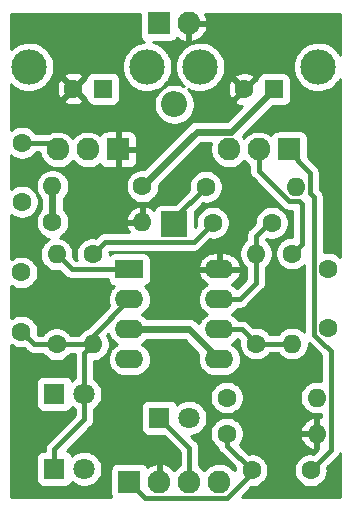
<source format=gbr>
%TF.GenerationSoftware,KiCad,Pcbnew,(5.99.0-1252-g0c2d08192)*%
%TF.CreationDate,2020-04-08T11:52:56+03:00*%
%TF.ProjectId,orkman,6f726b6d-616e-42e6-9b69-6361645f7063,rev?*%
%TF.SameCoordinates,Original*%
%TF.FileFunction,Copper,L1,Top*%
%TF.FilePolarity,Positive*%
%FSLAX46Y46*%
G04 Gerber Fmt 4.6, Leading zero omitted, Abs format (unit mm)*
G04 Created by KiCad (PCBNEW (5.99.0-1252-g0c2d08192)) date 2020-04-08 11:52:56*
%MOMM*%
%LPD*%
G01*
G04 APERTURE LIST*
%TA.AperFunction,ComponentPad*%
%ADD10O,1.930400X1.930400*%
%TD*%
%TA.AperFunction,ComponentPad*%
%ADD11R,1.930400X1.930400*%
%TD*%
%TA.AperFunction,ComponentPad*%
%ADD12O,2.400000X1.600000*%
%TD*%
%TA.AperFunction,ComponentPad*%
%ADD13R,2.400000X1.600000*%
%TD*%
%TA.AperFunction,ComponentPad*%
%ADD14O,3.000000X3.000000*%
%TD*%
%TA.AperFunction,ComponentPad*%
%ADD15O,1.600000X1.600000*%
%TD*%
%TA.AperFunction,ComponentPad*%
%ADD16C,1.600000*%
%TD*%
%TA.AperFunction,ComponentPad*%
%ADD17O,2.200000X2.200000*%
%TD*%
%TA.AperFunction,ComponentPad*%
%ADD18R,2.200000X2.200000*%
%TD*%
%TA.AperFunction,ComponentPad*%
%ADD19C,1.800000*%
%TD*%
%TA.AperFunction,ComponentPad*%
%ADD20R,1.800000X1.800000*%
%TD*%
%TA.AperFunction,ComponentPad*%
%ADD21R,1.600000X1.600000*%
%TD*%
%TA.AperFunction,Conductor*%
%ADD22C,0.381000*%
%TD*%
%TA.AperFunction,Conductor*%
%ADD23C,0.609600*%
%TD*%
%TA.AperFunction,Conductor*%
%ADD24C,0.254000*%
%TD*%
G04 APERTURE END LIST*
D10*
%TO.P,J2,2,GND*%
%TO.N,GND*%
X135826500Y-56007000D03*
D11*
%TO.P,J2,1,PWR*%
%TO.N,VIN*%
X133286500Y-56007000D03*
%TD*%
D12*
%TO.P,U1,8,V+*%
%TO.N,GND*%
X138430000Y-76835000D03*
%TO.P,U1,4,V-*%
%TO.N,+9V*%
X130810000Y-84455000D03*
%TO.P,U1,7*%
%TO.N,Net-(C2-Pad2)*%
X138430000Y-79375000D03*
%TO.P,U1,3,+*%
%TO.N,VREF*%
X130810000Y-81915000D03*
%TO.P,U1,6,-*%
%TO.N,Net-(C2-Pad1)*%
X138430000Y-81915000D03*
%TO.P,U1,2,-*%
%TO.N,Net-(C4-Pad1)*%
X130810000Y-79375000D03*
%TO.P,U1,5,+*%
%TO.N,VREF*%
X138430000Y-84455000D03*
D13*
%TO.P,U1,1*%
%TO.N,Net-(C4-Pad2)*%
X130810000Y-76835000D03*
%TD*%
D14*
%TO.P,RV2,*%
%TO.N,*%
X132317500Y-59690000D03*
X122317500Y-59690000D03*
D10*
%TO.P,RV2,3,3*%
%TO.N,Net-(C5-Pad2)*%
X124777500Y-66690000D03*
%TO.P,RV2,2,2*%
%TO.N,OUT*%
X127317500Y-66690000D03*
D11*
%TO.P,RV2,1,1*%
%TO.N,GND*%
X129857500Y-66690000D03*
%TD*%
D14*
%TO.P,RV1,*%
%TO.N,*%
X146795500Y-59690000D03*
X136795500Y-59690000D03*
D10*
%TO.P,RV1,3,3*%
%TO.N,Net-(R2-Pad1)*%
X139255500Y-66690000D03*
%TO.P,RV1,2,2*%
X141795500Y-66690000D03*
D11*
%TO.P,RV1,1,1*%
%TO.N,Net-(C1-Pad2)*%
X144335500Y-66690000D03*
%TD*%
D15*
%TO.P,R9,2*%
%TO.N,GND*%
X131927600Y-72847200D03*
D16*
%TO.P,R9,1*%
%TO.N,VREF*%
X124307600Y-72847200D03*
%TD*%
D15*
%TO.P,R8,2*%
%TO.N,VREF*%
X124307600Y-69799200D03*
D16*
%TO.P,R8,1*%
%TO.N,+9V*%
X131927600Y-69799200D03*
%TD*%
D15*
%TO.P,R7,2*%
%TO.N,+9V*%
X144907000Y-69850000D03*
D16*
%TO.P,R7,1*%
%TO.N,Net-(D4-Pad1)*%
X137287000Y-69850000D03*
%TD*%
D15*
%TO.P,R6,2*%
%TO.N,VIN*%
X146685000Y-87693500D03*
D16*
%TO.P,R6,1*%
%TO.N,Net-(D3-Pad2)*%
X139065000Y-87693500D03*
%TD*%
D15*
%TO.P,R5,2*%
%TO.N,Net-(C4-Pad2)*%
X124650500Y-75565000D03*
D16*
%TO.P,R5,1*%
%TO.N,Net-(C4-Pad1)*%
X124650500Y-83185000D03*
%TD*%
D15*
%TO.P,R4,2*%
%TO.N,Net-(C4-Pad1)*%
X127711200Y-83185000D03*
D16*
%TO.P,R4,1*%
%TO.N,Net-(C3-Pad2)*%
X127711200Y-75565000D03*
%TD*%
D15*
%TO.P,R3,2*%
%TO.N,Net-(C2-Pad2)*%
X141541500Y-75501500D03*
D16*
%TO.P,R3,1*%
%TO.N,Net-(C2-Pad1)*%
X141541500Y-83121500D03*
%TD*%
D15*
%TO.P,R2,2*%
%TO.N,Net-(C2-Pad1)*%
X144589500Y-83121500D03*
D16*
%TO.P,R2,1*%
%TO.N,Net-(R2-Pad1)*%
X144589500Y-75501500D03*
%TD*%
D15*
%TO.P,R1,2*%
%TO.N,GND*%
X146685000Y-90741500D03*
D16*
%TO.P,R1,1*%
%TO.N,IN*%
X139065000Y-90741500D03*
%TD*%
D10*
%TO.P,J1,4,OUT*%
%TO.N,OUT*%
X138430000Y-94805500D03*
%TO.P,J1,3,SW*%
%TO.N,LED-*%
X135890000Y-94805500D03*
%TO.P,J1,2,GND*%
%TO.N,GND*%
X133350000Y-94805500D03*
D11*
%TO.P,J1,1,IN*%
%TO.N,IN*%
X130810000Y-94805500D03*
%TD*%
D17*
%TO.P,D4,2,A*%
%TO.N,VIN*%
X134620000Y-62865000D03*
D18*
%TO.P,D4,1,K*%
%TO.N,Net-(D4-Pad1)*%
X134620000Y-73025000D03*
%TD*%
D19*
%TO.P,D3,2,A*%
%TO.N,Net-(D3-Pad2)*%
X135890000Y-89408000D03*
D20*
%TO.P,D3,1,K*%
%TO.N,LED-*%
X133350000Y-89408000D03*
%TD*%
D19*
%TO.P,D2,2,A*%
%TO.N,Net-(C4-Pad1)*%
X127000000Y-87376000D03*
D20*
%TO.P,D2,1,K*%
%TO.N,Net-(C4-Pad2)*%
X124460000Y-87376000D03*
%TD*%
D19*
%TO.P,D1,2,A*%
%TO.N,Net-(C4-Pad2)*%
X127000000Y-93726000D03*
D20*
%TO.P,D1,1,K*%
%TO.N,Net-(C4-Pad1)*%
X124460000Y-93726000D03*
%TD*%
D16*
%TO.P,C7,2*%
%TO.N,GND*%
X126087500Y-61531500D03*
D21*
%TO.P,C7,1*%
%TO.N,VREF*%
X128587500Y-61531500D03*
%TD*%
D16*
%TO.P,C6,2*%
%TO.N,GND*%
X140565500Y-61595000D03*
D21*
%TO.P,C6,1*%
%TO.N,+9V*%
X143065500Y-61595000D03*
%TD*%
D16*
%TO.P,C5,2*%
%TO.N,Net-(C5-Pad2)*%
X121716800Y-66120000D03*
%TO.P,C5,1*%
%TO.N,Net-(C4-Pad2)*%
X121716800Y-71120000D03*
%TD*%
%TO.P,C4,2*%
%TO.N,Net-(C4-Pad2)*%
X121666000Y-77105500D03*
%TO.P,C4,1*%
%TO.N,Net-(C4-Pad1)*%
X121666000Y-82105500D03*
%TD*%
%TO.P,C3,2*%
%TO.N,Net-(C3-Pad2)*%
X137875000Y-72898000D03*
%TO.P,C3,1*%
%TO.N,Net-(C2-Pad2)*%
X142875000Y-72898000D03*
%TD*%
%TO.P,C2,2*%
%TO.N,Net-(C2-Pad2)*%
X147637500Y-76788000D03*
%TO.P,C2,1*%
%TO.N,Net-(C2-Pad1)*%
X147637500Y-81788000D03*
%TD*%
%TO.P,C1,2*%
%TO.N,Net-(C1-Pad2)*%
X146160500Y-93853000D03*
%TO.P,C1,1*%
%TO.N,IN*%
X141160500Y-93853000D03*
%TD*%
D22*
%TO.N,Net-(R2-Pad1)*%
X145415000Y-74676000D02*
X145415000Y-72199500D01*
X145152971Y-71048471D02*
X145415000Y-71310500D01*
X145415000Y-71310500D02*
X145415000Y-72199500D01*
X141795500Y-68500442D02*
X141795500Y-66690000D01*
X144589500Y-75501500D02*
X145415000Y-74676000D01*
X144343529Y-71048471D02*
X141795500Y-68500442D01*
X144343529Y-71048471D02*
X145152971Y-71048471D01*
%TO.N,Net-(C1-Pad2)*%
X146097501Y-70373999D02*
X146097501Y-68642501D01*
X147875501Y-83787943D02*
X147042279Y-82954721D01*
X147042279Y-82954721D02*
X146446999Y-82359441D01*
X146446999Y-82359441D02*
X146446999Y-70723497D01*
X146446999Y-70723497D02*
X146097501Y-70373999D01*
%TO.N,Net-(C4-Pad1)*%
X127000000Y-87376000D02*
X127000000Y-83896200D01*
X127000000Y-83896200D02*
X127711200Y-83185000D01*
X124460000Y-93726000D02*
X124460000Y-92075000D01*
X124460000Y-92075000D02*
X127000000Y-89535000D01*
X127000000Y-89535000D02*
X127000000Y-87376000D01*
D23*
%TO.N,+9V*%
X131927600Y-69799200D02*
X136506801Y-65219999D01*
X136506801Y-65219999D02*
X139440501Y-65219999D01*
X139440501Y-65219999D02*
X143065500Y-61595000D01*
D22*
%TO.N,Net-(C3-Pad2)*%
X137875000Y-72898000D02*
X136257499Y-74515501D01*
X136257499Y-74515501D02*
X128760699Y-74515501D01*
X128760699Y-74515501D02*
X127711200Y-75565000D01*
%TO.N,Net-(C2-Pad2)*%
X138430000Y-79375000D02*
X140144500Y-79375000D01*
X140144500Y-79375000D02*
X141541500Y-77978000D01*
X141541500Y-77978000D02*
X141541500Y-75501500D01*
X141541500Y-75501500D02*
X141541500Y-73977500D01*
X141541500Y-73977500D02*
X142621000Y-72898000D01*
%TO.N,Net-(C1-Pad2)*%
X146160500Y-93853000D02*
X147875501Y-92137999D01*
X147875501Y-92137999D02*
X147875501Y-83787943D01*
X146097501Y-68642501D02*
X144145000Y-66690000D01*
%TO.N,IN*%
X130810000Y-94805500D02*
X132165701Y-96161201D01*
X132165701Y-96161201D02*
X139080737Y-96161201D01*
X139080737Y-96161201D02*
X141160500Y-94081438D01*
X141160500Y-94081438D02*
X141160500Y-93853000D01*
%TO.N,LED-*%
X135890000Y-94805500D02*
X135890000Y-91948000D01*
X135890000Y-91948000D02*
X133350000Y-89408000D01*
%TO.N,IN*%
X141160500Y-93853000D02*
X139065000Y-91757500D01*
X139065000Y-91757500D02*
X139065000Y-90741500D01*
%TO.N,Net-(C2-Pad1)*%
X141541500Y-83121500D02*
X144589500Y-83121500D01*
X138430000Y-81915000D02*
X140335000Y-81915000D01*
X140335000Y-81915000D02*
X141541500Y-83121500D01*
%TO.N,Net-(C4-Pad2)*%
X124650500Y-75565000D02*
X125920500Y-76835000D01*
X125920500Y-76835000D02*
X130810000Y-76835000D01*
%TO.N,Net-(C4-Pad1)*%
X124650500Y-83185000D02*
X122745500Y-83185000D01*
X122745500Y-83185000D02*
X121666000Y-82105500D01*
X124650500Y-83185000D02*
X127711200Y-83185000D01*
%TO.N,Net-(D4-Pad1)*%
X134620000Y-73025000D02*
X134620000Y-72517000D01*
X134620000Y-72517000D02*
X137287000Y-69850000D01*
%TO.N,Net-(C4-Pad1)*%
X127711200Y-83185000D02*
X127711200Y-82473800D01*
X127711200Y-82473800D02*
X130810000Y-79375000D01*
D23*
%TO.N,VREF*%
X130810000Y-81915000D02*
X135890000Y-81915000D01*
X135890000Y-81915000D02*
X138430000Y-84455000D01*
X124307600Y-69799200D02*
X124307600Y-72847200D01*
D22*
%TO.N,Net-(C5-Pad2)*%
X121716800Y-66120000D02*
X124525000Y-66120000D01*
X124525000Y-66120000D02*
X125095000Y-66690000D01*
%TD*%
%TO.N,GND*%
G36*
X129055904Y-82401996D02*
G01*
X129059667Y-82412335D01*
X129161042Y-82629734D01*
X129166543Y-82639262D01*
X129304129Y-82835755D01*
X129311202Y-82844183D01*
X129480817Y-83013798D01*
X129489245Y-83020871D01*
X129685738Y-83158457D01*
X129695266Y-83163958D01*
X129740391Y-83185000D01*
X129695266Y-83206042D01*
X129685738Y-83211543D01*
X129489245Y-83349129D01*
X129480817Y-83356202D01*
X129311202Y-83525817D01*
X129304129Y-83534245D01*
X129166543Y-83730738D01*
X129161042Y-83740266D01*
X129059667Y-83957665D01*
X129055904Y-83968004D01*
X128993820Y-84199704D01*
X128991910Y-84210539D01*
X128971004Y-84449499D01*
X128971004Y-84460501D01*
X128991910Y-84699461D01*
X128993820Y-84710296D01*
X129055904Y-84941996D01*
X129059667Y-84952335D01*
X129161042Y-85169734D01*
X129166543Y-85179262D01*
X129304129Y-85375755D01*
X129311202Y-85384183D01*
X129480817Y-85553798D01*
X129489245Y-85560871D01*
X129685738Y-85698457D01*
X129695266Y-85703958D01*
X129912665Y-85805333D01*
X129923004Y-85809096D01*
X130154704Y-85871180D01*
X130165539Y-85873090D01*
X130344652Y-85888760D01*
X130350146Y-85889000D01*
X131269854Y-85889000D01*
X131275348Y-85888760D01*
X131454461Y-85873090D01*
X131465296Y-85871180D01*
X131696996Y-85809096D01*
X131707335Y-85805333D01*
X131924734Y-85703958D01*
X131934262Y-85698457D01*
X132130755Y-85560871D01*
X132139183Y-85553798D01*
X132308798Y-85384183D01*
X132315871Y-85375755D01*
X132453457Y-85179262D01*
X132458958Y-85169734D01*
X132560333Y-84952335D01*
X132564096Y-84941996D01*
X132626180Y-84710296D01*
X132628090Y-84699461D01*
X132648996Y-84460501D01*
X132648996Y-84449499D01*
X132628090Y-84210539D01*
X132626180Y-84199704D01*
X132564096Y-83968004D01*
X132560333Y-83957665D01*
X132458958Y-83740266D01*
X132453457Y-83730738D01*
X132315871Y-83534245D01*
X132308798Y-83525817D01*
X132139183Y-83356202D01*
X132130755Y-83349129D01*
X131934262Y-83211543D01*
X131924734Y-83206042D01*
X131879609Y-83185000D01*
X131924734Y-83163958D01*
X131934262Y-83158457D01*
X132130755Y-83020871D01*
X132139183Y-83013798D01*
X132297182Y-82855800D01*
X135500310Y-82855800D01*
X136662508Y-84017998D01*
X136613820Y-84199704D01*
X136611910Y-84210539D01*
X136591004Y-84449499D01*
X136591004Y-84460501D01*
X136611910Y-84699461D01*
X136613820Y-84710296D01*
X136675904Y-84941996D01*
X136679667Y-84952335D01*
X136781042Y-85169734D01*
X136786543Y-85179262D01*
X136924129Y-85375755D01*
X136931202Y-85384183D01*
X137100817Y-85553798D01*
X137109245Y-85560871D01*
X137305738Y-85698457D01*
X137315266Y-85703958D01*
X137532665Y-85805333D01*
X137543004Y-85809096D01*
X137774704Y-85871180D01*
X137785539Y-85873090D01*
X137964652Y-85888760D01*
X137970146Y-85889000D01*
X138889854Y-85889000D01*
X138895348Y-85888760D01*
X139074461Y-85873090D01*
X139085296Y-85871180D01*
X139316996Y-85809096D01*
X139327335Y-85805333D01*
X139544734Y-85703958D01*
X139554262Y-85698457D01*
X139750755Y-85560871D01*
X139759183Y-85553798D01*
X139928798Y-85384183D01*
X139935871Y-85375755D01*
X140073457Y-85179262D01*
X140078958Y-85169734D01*
X140180333Y-84952335D01*
X140184096Y-84941996D01*
X140246180Y-84710296D01*
X140248090Y-84699461D01*
X140268996Y-84460501D01*
X140268996Y-84449499D01*
X140248090Y-84210539D01*
X140246180Y-84199704D01*
X140184096Y-83968004D01*
X140180333Y-83957665D01*
X140078958Y-83740266D01*
X140073457Y-83730738D01*
X139935871Y-83534245D01*
X139928798Y-83525817D01*
X139759183Y-83356202D01*
X139750755Y-83349129D01*
X139554262Y-83211543D01*
X139544734Y-83206042D01*
X139499609Y-83185000D01*
X139544734Y-83163958D01*
X139554262Y-83158457D01*
X139750755Y-83020871D01*
X139759183Y-83013798D01*
X139928798Y-82844183D01*
X139935871Y-82835755D01*
X139998073Y-82746920D01*
X140128439Y-82877286D01*
X140108459Y-82990603D01*
X140107500Y-83001564D01*
X140107500Y-83241436D01*
X140108459Y-83252397D01*
X140150113Y-83488626D01*
X140152960Y-83499253D01*
X140235002Y-83724660D01*
X140239652Y-83734632D01*
X140359588Y-83942368D01*
X140365899Y-83951381D01*
X140520087Y-84135134D01*
X140527866Y-84142913D01*
X140711619Y-84297101D01*
X140720632Y-84303412D01*
X140928368Y-84423348D01*
X140938340Y-84427998D01*
X141163747Y-84510040D01*
X141174374Y-84512887D01*
X141410603Y-84554541D01*
X141421564Y-84555500D01*
X141661436Y-84555500D01*
X141672397Y-84554541D01*
X141908626Y-84512887D01*
X141919253Y-84510040D01*
X142144660Y-84427998D01*
X142154632Y-84423348D01*
X142362368Y-84303412D01*
X142371381Y-84297101D01*
X142555134Y-84142913D01*
X142562913Y-84135134D01*
X142717101Y-83951381D01*
X142719468Y-83948000D01*
X143411532Y-83948000D01*
X143413899Y-83951381D01*
X143568087Y-84135134D01*
X143575866Y-84142913D01*
X143759619Y-84297101D01*
X143768632Y-84303412D01*
X143976368Y-84423348D01*
X143986340Y-84427998D01*
X144211747Y-84510040D01*
X144222374Y-84512887D01*
X144458603Y-84554541D01*
X144469564Y-84555500D01*
X144709436Y-84555500D01*
X144720397Y-84554541D01*
X144956626Y-84512887D01*
X144967253Y-84510040D01*
X145192660Y-84427998D01*
X145202632Y-84423348D01*
X145410368Y-84303412D01*
X145419381Y-84297101D01*
X145603134Y-84142913D01*
X145610913Y-84135134D01*
X145765101Y-83951381D01*
X145771412Y-83942368D01*
X145891348Y-83734632D01*
X145895998Y-83724660D01*
X145978040Y-83499253D01*
X145980887Y-83488626D01*
X146022541Y-83252397D01*
X146023500Y-83241436D01*
X146023500Y-83104788D01*
X146493419Y-83574708D01*
X147049002Y-84130291D01*
X147049002Y-86301562D01*
X146815897Y-86260459D01*
X146804936Y-86259500D01*
X146565064Y-86259500D01*
X146554103Y-86260459D01*
X146317874Y-86302113D01*
X146307247Y-86304960D01*
X146081840Y-86387002D01*
X146071868Y-86391652D01*
X145864132Y-86511588D01*
X145855119Y-86517899D01*
X145671366Y-86672087D01*
X145663587Y-86679866D01*
X145509399Y-86863619D01*
X145503088Y-86872632D01*
X145383152Y-87080368D01*
X145378502Y-87090340D01*
X145296460Y-87315747D01*
X145293613Y-87326374D01*
X145251959Y-87562603D01*
X145251000Y-87573564D01*
X145251000Y-87813436D01*
X145251959Y-87824397D01*
X145293613Y-88060626D01*
X145296460Y-88071253D01*
X145378502Y-88296660D01*
X145383152Y-88306632D01*
X145503088Y-88514368D01*
X145509399Y-88523381D01*
X145663587Y-88707134D01*
X145671366Y-88714913D01*
X145855119Y-88869101D01*
X145864132Y-88875412D01*
X146071868Y-88995348D01*
X146081840Y-88999998D01*
X146307247Y-89082040D01*
X146317874Y-89084887D01*
X146554103Y-89126541D01*
X146565064Y-89127500D01*
X146804936Y-89127500D01*
X146815897Y-89126541D01*
X147049001Y-89085438D01*
X147049001Y-89349562D01*
X146903018Y-89323820D01*
X146813000Y-89399354D01*
X146813000Y-92031654D01*
X146404714Y-92439940D01*
X146291397Y-92419959D01*
X146280436Y-92419000D01*
X146040564Y-92419000D01*
X146029603Y-92419959D01*
X145793374Y-92461613D01*
X145782747Y-92464460D01*
X145557340Y-92546502D01*
X145547368Y-92551152D01*
X145339632Y-92671088D01*
X145330619Y-92677399D01*
X145146866Y-92831587D01*
X145139087Y-92839366D01*
X144984899Y-93023119D01*
X144978588Y-93032132D01*
X144858652Y-93239868D01*
X144854002Y-93249840D01*
X144771960Y-93475247D01*
X144769113Y-93485874D01*
X144727459Y-93722103D01*
X144726500Y-93733064D01*
X144726500Y-93972936D01*
X144727459Y-93983897D01*
X144769113Y-94220126D01*
X144771960Y-94230753D01*
X144854002Y-94456160D01*
X144858652Y-94466132D01*
X144978588Y-94673868D01*
X144984899Y-94682881D01*
X145139087Y-94866634D01*
X145146866Y-94874413D01*
X145330619Y-95028601D01*
X145339632Y-95034912D01*
X145547368Y-95154848D01*
X145557340Y-95159498D01*
X145782747Y-95241540D01*
X145793374Y-95244387D01*
X146029603Y-95286041D01*
X146040564Y-95287000D01*
X146280436Y-95287000D01*
X146291397Y-95286041D01*
X146527626Y-95244387D01*
X146538253Y-95241540D01*
X146763660Y-95159498D01*
X146773632Y-95154848D01*
X146981368Y-95034912D01*
X146990381Y-95028601D01*
X147174134Y-94874413D01*
X147181913Y-94866634D01*
X147336101Y-94682881D01*
X147342412Y-94673868D01*
X147462348Y-94466132D01*
X147466998Y-94456160D01*
X147549040Y-94230753D01*
X147551887Y-94220126D01*
X147593541Y-93983897D01*
X147594500Y-93972936D01*
X147594500Y-93733064D01*
X147593541Y-93722103D01*
X147573561Y-93608786D01*
X148394455Y-92787893D01*
X148409003Y-92778714D01*
X148422675Y-92767078D01*
X148478663Y-92703684D01*
X148498659Y-92683689D01*
X148504532Y-92676914D01*
X148517014Y-92660260D01*
X148567387Y-92603224D01*
X148577244Y-92588218D01*
X148587706Y-92565935D01*
X148602469Y-92546238D01*
X148611091Y-92530490D01*
X148637806Y-92459226D01*
X148655795Y-92420911D01*
X148654692Y-96076500D01*
X140334283Y-96076500D01*
X141123784Y-95287000D01*
X141280436Y-95287000D01*
X141291397Y-95286041D01*
X141527626Y-95244387D01*
X141538253Y-95241540D01*
X141763660Y-95159498D01*
X141773632Y-95154848D01*
X141981368Y-95034912D01*
X141990381Y-95028601D01*
X142174134Y-94874413D01*
X142181913Y-94866634D01*
X142336101Y-94682881D01*
X142342412Y-94673868D01*
X142462348Y-94466132D01*
X142466998Y-94456160D01*
X142549040Y-94230753D01*
X142551887Y-94220126D01*
X142593541Y-93983897D01*
X142594500Y-93972936D01*
X142594500Y-93733064D01*
X142593541Y-93722103D01*
X142551887Y-93485874D01*
X142549040Y-93475247D01*
X142466998Y-93249840D01*
X142462348Y-93239868D01*
X142342412Y-93032132D01*
X142336101Y-93023119D01*
X142181913Y-92839366D01*
X142174134Y-92831587D01*
X141990381Y-92677399D01*
X141981368Y-92671088D01*
X141773632Y-92551152D01*
X141763660Y-92546502D01*
X141538253Y-92464460D01*
X141527626Y-92461613D01*
X141291397Y-92419959D01*
X141280436Y-92419000D01*
X141040564Y-92419000D01*
X141029603Y-92419959D01*
X140916287Y-92439939D01*
X140152601Y-91676255D01*
X140240601Y-91571381D01*
X140246912Y-91562368D01*
X140366848Y-91354632D01*
X140371498Y-91344660D01*
X140453540Y-91119253D01*
X140456387Y-91108626D01*
X140482679Y-90959518D01*
X145267320Y-90959518D01*
X145293613Y-91108626D01*
X145296460Y-91119253D01*
X145378502Y-91344660D01*
X145383152Y-91354632D01*
X145503088Y-91562368D01*
X145509399Y-91571381D01*
X145663587Y-91755134D01*
X145671366Y-91762913D01*
X145855119Y-91917101D01*
X145864132Y-91923412D01*
X146071868Y-92043348D01*
X146081840Y-92047998D01*
X146307247Y-92130040D01*
X146317874Y-92132887D01*
X146466982Y-92159180D01*
X146557000Y-92083646D01*
X146557000Y-90943309D01*
X146483191Y-90869500D01*
X145342854Y-90869500D01*
X145267320Y-90959518D01*
X140482679Y-90959518D01*
X140498041Y-90872397D01*
X140499000Y-90861436D01*
X140499000Y-90621564D01*
X140498041Y-90610603D01*
X140482680Y-90523482D01*
X145267320Y-90523482D01*
X145342854Y-90613500D01*
X146483191Y-90613500D01*
X146557000Y-90539691D01*
X146557000Y-89399354D01*
X146466982Y-89323820D01*
X146317874Y-89350113D01*
X146307247Y-89352960D01*
X146081840Y-89435002D01*
X146071868Y-89439652D01*
X145864132Y-89559588D01*
X145855119Y-89565899D01*
X145671366Y-89720087D01*
X145663587Y-89727866D01*
X145509399Y-89911619D01*
X145503088Y-89920632D01*
X145383152Y-90128368D01*
X145378502Y-90138340D01*
X145296460Y-90363747D01*
X145293613Y-90374374D01*
X145267320Y-90523482D01*
X140482680Y-90523482D01*
X140456387Y-90374374D01*
X140453540Y-90363747D01*
X140371498Y-90138340D01*
X140366848Y-90128368D01*
X140246912Y-89920632D01*
X140240601Y-89911619D01*
X140086413Y-89727866D01*
X140078634Y-89720087D01*
X139894881Y-89565899D01*
X139885868Y-89559588D01*
X139678132Y-89439652D01*
X139668160Y-89435002D01*
X139442753Y-89352960D01*
X139432126Y-89350113D01*
X139195897Y-89308459D01*
X139184936Y-89307500D01*
X138945064Y-89307500D01*
X138934103Y-89308459D01*
X138697874Y-89350113D01*
X138687247Y-89352960D01*
X138461840Y-89435002D01*
X138451868Y-89439652D01*
X138244132Y-89559588D01*
X138235119Y-89565899D01*
X138051366Y-89720087D01*
X138043587Y-89727866D01*
X137889399Y-89911619D01*
X137883088Y-89920632D01*
X137763152Y-90128368D01*
X137758502Y-90138340D01*
X137676460Y-90363747D01*
X137673613Y-90374374D01*
X137631959Y-90610603D01*
X137631000Y-90621564D01*
X137631000Y-90861436D01*
X137631959Y-90872397D01*
X137673613Y-91108626D01*
X137676460Y-91119253D01*
X137758502Y-91344660D01*
X137763152Y-91354632D01*
X137883088Y-91562368D01*
X137889399Y-91571381D01*
X138043587Y-91755134D01*
X138051366Y-91762913D01*
X138235119Y-91917101D01*
X138244132Y-91923412D01*
X138248488Y-91925927D01*
X138250440Y-91935353D01*
X138258798Y-91958506D01*
X138262288Y-91982876D01*
X138267327Y-92000108D01*
X138298831Y-92069397D01*
X138324736Y-92141156D01*
X138333396Y-92157323D01*
X138347435Y-92176295D01*
X138357808Y-92199111D01*
X138367481Y-92214236D01*
X138424330Y-92280214D01*
X138437088Y-92297454D01*
X138443191Y-92304537D01*
X138458352Y-92319697D01*
X138510180Y-92379846D01*
X138523707Y-92391647D01*
X138542452Y-92403798D01*
X139747439Y-93608786D01*
X139727459Y-93722103D01*
X139726500Y-93733064D01*
X139726500Y-93867898D01*
X139620031Y-93729646D01*
X139613072Y-93721997D01*
X139428337Y-93549729D01*
X139420221Y-93543319D01*
X139209832Y-93403536D01*
X139200778Y-93398538D01*
X138970383Y-93294995D01*
X138960634Y-93291543D01*
X138716423Y-93227019D01*
X138706242Y-93225206D01*
X138454770Y-93201435D01*
X138444429Y-93201308D01*
X138192451Y-93218929D01*
X138182229Y-93220493D01*
X137936513Y-93279031D01*
X137926683Y-93282243D01*
X137693827Y-93380127D01*
X137684654Y-93384902D01*
X137470912Y-93519503D01*
X137462642Y-93525712D01*
X137273754Y-93693414D01*
X137266609Y-93700891D01*
X137159627Y-93833003D01*
X137080031Y-93729646D01*
X137073072Y-93721997D01*
X136888337Y-93549729D01*
X136880221Y-93543319D01*
X136716500Y-93434543D01*
X136716500Y-92040586D01*
X136720296Y-92023810D01*
X136721736Y-92005915D01*
X136716500Y-91921515D01*
X136716500Y-91893221D01*
X136715863Y-91884279D01*
X136712912Y-91863673D01*
X136708200Y-91787726D01*
X136704560Y-91770146D01*
X136696202Y-91746994D01*
X136692712Y-91722622D01*
X136687673Y-91705391D01*
X136656171Y-91636106D01*
X136630264Y-91564343D01*
X136621604Y-91548176D01*
X136607565Y-91529202D01*
X136597191Y-91506387D01*
X136587519Y-91491262D01*
X136530675Y-91425292D01*
X136517913Y-91408045D01*
X136511809Y-91400962D01*
X136496639Y-91385792D01*
X136444820Y-91325653D01*
X136431291Y-91313851D01*
X136412556Y-91301708D01*
X136049034Y-90938187D01*
X136057593Y-90937948D01*
X136068198Y-90936749D01*
X136312977Y-90887837D01*
X136323228Y-90884868D01*
X136556267Y-90795413D01*
X136565871Y-90790760D01*
X136780506Y-90663319D01*
X136789188Y-90657114D01*
X136979283Y-90495331D01*
X136986796Y-90487752D01*
X137146914Y-90296254D01*
X137153042Y-90287517D01*
X137278606Y-90071779D01*
X137283175Y-90062134D01*
X137370593Y-89828323D01*
X137373471Y-89818046D01*
X137420302Y-89572553D01*
X137421417Y-89561330D01*
X137424078Y-89284098D01*
X137423179Y-89272856D01*
X137381070Y-89026508D01*
X137378389Y-89016178D01*
X137295476Y-88780732D01*
X137291092Y-88771001D01*
X137169694Y-88552892D01*
X137163734Y-88544039D01*
X137007322Y-88349502D01*
X136999956Y-88341780D01*
X136813003Y-88176378D01*
X136804440Y-88170007D01*
X136592291Y-88038470D01*
X136582778Y-88033633D01*
X136351500Y-87939721D01*
X136341308Y-87936556D01*
X136097513Y-87882954D01*
X136086934Y-87881552D01*
X135837592Y-87869794D01*
X135826928Y-87870194D01*
X135579170Y-87900614D01*
X135568725Y-87902806D01*
X135329635Y-87974537D01*
X135319709Y-87978457D01*
X135096123Y-88089446D01*
X135087000Y-88094982D01*
X134885311Y-88242056D01*
X134877250Y-88249051D01*
X134837774Y-88289645D01*
X134814863Y-88204142D01*
X134802120Y-88179662D01*
X134671010Y-88023410D01*
X134654121Y-88009239D01*
X134479880Y-87908641D01*
X134459163Y-87901100D01*
X134266462Y-87867122D01*
X134255501Y-87866163D01*
X132441742Y-87866163D01*
X132425366Y-87868319D01*
X132146142Y-87943137D01*
X132121662Y-87955880D01*
X131965410Y-88086990D01*
X131951239Y-88103879D01*
X131850641Y-88278120D01*
X131843100Y-88298837D01*
X131809122Y-88491538D01*
X131808163Y-88502499D01*
X131808163Y-90316258D01*
X131810319Y-90332634D01*
X131885137Y-90611859D01*
X131897880Y-90636339D01*
X132028990Y-90792590D01*
X132045879Y-90806761D01*
X132220120Y-90907359D01*
X132240837Y-90914900D01*
X132433538Y-90948878D01*
X132444499Y-90949837D01*
X133722992Y-90949837D01*
X135063501Y-92290347D01*
X135063500Y-93436007D01*
X134930912Y-93519503D01*
X134922642Y-93525712D01*
X134733754Y-93693414D01*
X134726609Y-93700891D01*
X134619627Y-93833003D01*
X134540031Y-93729646D01*
X134533072Y-93721997D01*
X134348337Y-93549729D01*
X134340221Y-93543319D01*
X134129832Y-93403536D01*
X134120778Y-93398538D01*
X133890383Y-93294995D01*
X133880634Y-93291543D01*
X133636423Y-93227019D01*
X133626242Y-93225206D01*
X133560402Y-93218982D01*
X133478000Y-93293961D01*
X133478000Y-94933500D01*
X133222000Y-94933500D01*
X133222000Y-93290457D01*
X133126184Y-93214786D01*
X132856513Y-93279031D01*
X132846683Y-93282243D01*
X132613827Y-93380127D01*
X132604654Y-93384902D01*
X132390912Y-93519503D01*
X132382642Y-93525712D01*
X132345923Y-93558312D01*
X132340063Y-93536442D01*
X132327320Y-93511962D01*
X132196210Y-93355710D01*
X132179321Y-93341539D01*
X132005080Y-93240941D01*
X131984363Y-93233400D01*
X131791662Y-93199422D01*
X131780701Y-93198463D01*
X129836542Y-93198463D01*
X129820166Y-93200619D01*
X129540942Y-93275437D01*
X129516462Y-93288180D01*
X129360210Y-93419290D01*
X129346039Y-93436179D01*
X129245441Y-93610420D01*
X129237900Y-93631137D01*
X129203922Y-93823838D01*
X129202963Y-93834799D01*
X129202963Y-95778958D01*
X129205119Y-95795334D01*
X129279937Y-96074559D01*
X129280947Y-96076500D01*
X120763491Y-96076500D01*
X120767368Y-83223412D01*
X120836119Y-83281101D01*
X120845132Y-83287412D01*
X121052868Y-83407348D01*
X121062840Y-83411998D01*
X121288247Y-83494040D01*
X121298874Y-83496887D01*
X121535103Y-83538541D01*
X121546064Y-83539500D01*
X121785936Y-83539500D01*
X121796897Y-83538541D01*
X121910214Y-83518561D01*
X122095602Y-83703949D01*
X122104785Y-83718503D01*
X122116421Y-83732175D01*
X122179820Y-83788167D01*
X122199810Y-83808158D01*
X122206585Y-83814031D01*
X122223235Y-83826510D01*
X122280276Y-83876887D01*
X122295281Y-83886743D01*
X122317564Y-83897205D01*
X122337263Y-83911968D01*
X122353010Y-83920590D01*
X122424278Y-83947308D01*
X122493340Y-83979732D01*
X122510895Y-83985041D01*
X122534239Y-83988529D01*
X122557707Y-83997327D01*
X122575242Y-84001182D01*
X122662082Y-84007636D01*
X122683301Y-84010807D01*
X122692627Y-84011500D01*
X122714079Y-84011500D01*
X122793249Y-84017383D01*
X122811160Y-84016162D01*
X122833000Y-84011500D01*
X123472532Y-84011500D01*
X123474899Y-84014881D01*
X123629087Y-84198634D01*
X123636866Y-84206413D01*
X123820619Y-84360601D01*
X123829632Y-84366912D01*
X124037368Y-84486848D01*
X124047340Y-84491498D01*
X124272747Y-84573540D01*
X124283374Y-84576387D01*
X124519603Y-84618041D01*
X124530564Y-84619000D01*
X124770436Y-84619000D01*
X124781397Y-84618041D01*
X125017626Y-84576387D01*
X125028253Y-84573540D01*
X125253660Y-84491498D01*
X125263632Y-84486848D01*
X125471368Y-84366912D01*
X125480381Y-84360601D01*
X125664134Y-84206413D01*
X125671913Y-84198634D01*
X125826101Y-84014881D01*
X125828468Y-84011500D01*
X126173501Y-84011500D01*
X126173500Y-86080119D01*
X125995311Y-86210056D01*
X125987250Y-86217051D01*
X125947774Y-86257645D01*
X125924863Y-86172142D01*
X125912120Y-86147662D01*
X125781010Y-85991410D01*
X125764121Y-85977239D01*
X125589880Y-85876641D01*
X125569163Y-85869100D01*
X125376462Y-85835122D01*
X125365501Y-85834163D01*
X123551742Y-85834163D01*
X123535366Y-85836319D01*
X123256142Y-85911137D01*
X123231662Y-85923880D01*
X123075410Y-86054990D01*
X123061239Y-86071879D01*
X122960641Y-86246120D01*
X122953100Y-86266837D01*
X122919122Y-86459538D01*
X122918163Y-86470499D01*
X122918163Y-88284258D01*
X122920319Y-88300634D01*
X122995137Y-88579859D01*
X123007880Y-88604339D01*
X123138990Y-88760590D01*
X123155879Y-88774761D01*
X123330120Y-88875359D01*
X123350837Y-88882900D01*
X123543538Y-88916878D01*
X123554499Y-88917837D01*
X125368258Y-88917837D01*
X125384634Y-88915681D01*
X125663859Y-88840863D01*
X125688339Y-88828120D01*
X125844590Y-88697010D01*
X125858761Y-88680121D01*
X125958221Y-88507850D01*
X125965187Y-88515294D01*
X125973112Y-88522442D01*
X126171941Y-88673361D01*
X126173500Y-88674349D01*
X126173500Y-89192653D01*
X123941054Y-91425101D01*
X123926498Y-91434285D01*
X123912826Y-91445921D01*
X123856827Y-91509328D01*
X123836843Y-91529311D01*
X123830971Y-91536084D01*
X123818494Y-91552731D01*
X123768114Y-91609776D01*
X123758257Y-91624782D01*
X123747796Y-91647062D01*
X123733032Y-91666762D01*
X123724410Y-91682510D01*
X123697691Y-91753783D01*
X123665269Y-91822840D01*
X123659961Y-91840394D01*
X123656472Y-91863735D01*
X123647673Y-91887209D01*
X123643818Y-91904743D01*
X123637363Y-91991602D01*
X123634194Y-92012805D01*
X123633501Y-92022128D01*
X123633501Y-92043575D01*
X123627618Y-92122749D01*
X123628839Y-92140660D01*
X123633501Y-92162499D01*
X123633501Y-92184163D01*
X123551742Y-92184163D01*
X123535366Y-92186319D01*
X123256142Y-92261137D01*
X123231662Y-92273880D01*
X123075410Y-92404990D01*
X123061239Y-92421879D01*
X122960641Y-92596120D01*
X122953100Y-92616837D01*
X122919122Y-92809538D01*
X122918163Y-92820499D01*
X122918163Y-94634258D01*
X122920319Y-94650634D01*
X122995137Y-94929859D01*
X123007880Y-94954339D01*
X123138990Y-95110590D01*
X123155879Y-95124761D01*
X123330120Y-95225359D01*
X123350837Y-95232900D01*
X123543538Y-95266878D01*
X123554499Y-95267837D01*
X125368258Y-95267837D01*
X125384634Y-95265681D01*
X125663859Y-95190863D01*
X125688339Y-95178120D01*
X125844590Y-95047010D01*
X125858761Y-95030121D01*
X125958221Y-94857850D01*
X125965187Y-94865294D01*
X125973112Y-94872442D01*
X126171941Y-95023361D01*
X126180957Y-95029071D01*
X126402371Y-95144332D01*
X126412220Y-95148442D01*
X126649889Y-95224749D01*
X126660290Y-95227140D01*
X126907417Y-95262312D01*
X126918072Y-95262917D01*
X127167593Y-95255948D01*
X127178198Y-95254749D01*
X127422977Y-95205837D01*
X127433228Y-95202868D01*
X127666267Y-95113413D01*
X127675871Y-95108760D01*
X127890506Y-94981319D01*
X127899188Y-94975114D01*
X128089283Y-94813331D01*
X128096796Y-94805752D01*
X128256914Y-94614254D01*
X128263042Y-94605517D01*
X128388606Y-94389779D01*
X128393175Y-94380134D01*
X128480593Y-94146323D01*
X128483471Y-94136046D01*
X128530302Y-93890553D01*
X128531417Y-93879330D01*
X128534078Y-93602098D01*
X128533179Y-93590856D01*
X128491070Y-93344508D01*
X128488389Y-93334178D01*
X128405476Y-93098732D01*
X128401092Y-93089001D01*
X128279694Y-92870892D01*
X128273734Y-92862039D01*
X128117322Y-92667502D01*
X128109956Y-92659780D01*
X127923003Y-92494378D01*
X127914440Y-92488007D01*
X127702291Y-92356470D01*
X127692778Y-92351633D01*
X127461500Y-92257721D01*
X127451308Y-92254556D01*
X127207513Y-92200954D01*
X127196934Y-92199552D01*
X126947592Y-92187794D01*
X126936928Y-92188194D01*
X126689170Y-92218614D01*
X126678725Y-92220806D01*
X126439635Y-92292537D01*
X126429709Y-92296457D01*
X126206123Y-92407446D01*
X126197000Y-92412982D01*
X125995311Y-92560056D01*
X125987250Y-92567051D01*
X125947774Y-92607645D01*
X125924863Y-92522142D01*
X125912120Y-92497662D01*
X125781010Y-92341410D01*
X125764121Y-92327239D01*
X125589880Y-92226641D01*
X125569163Y-92219100D01*
X125497399Y-92206446D01*
X127518948Y-90184898D01*
X127533502Y-90175715D01*
X127547174Y-90164079D01*
X127603169Y-90100677D01*
X127623157Y-90080690D01*
X127629030Y-90073915D01*
X127641506Y-90057269D01*
X127691886Y-90000225D01*
X127701743Y-89985219D01*
X127712205Y-89962935D01*
X127726967Y-89943239D01*
X127735589Y-89927491D01*
X127762302Y-89856235D01*
X127794732Y-89787160D01*
X127800040Y-89769606D01*
X127803530Y-89746258D01*
X127812326Y-89722792D01*
X127816181Y-89705259D01*
X127822634Y-89618431D01*
X127825807Y-89597195D01*
X127826500Y-89587872D01*
X127826500Y-89566408D01*
X127832382Y-89487252D01*
X127831161Y-89469340D01*
X127826500Y-89447506D01*
X127826500Y-88669323D01*
X127890505Y-88631319D01*
X127899188Y-88625114D01*
X128089283Y-88463331D01*
X128096796Y-88455752D01*
X128256914Y-88264254D01*
X128263042Y-88255517D01*
X128388606Y-88039779D01*
X128393175Y-88030134D01*
X128480593Y-87796323D01*
X128483471Y-87786046D01*
X128524004Y-87573564D01*
X137631000Y-87573564D01*
X137631000Y-87813436D01*
X137631959Y-87824397D01*
X137673613Y-88060626D01*
X137676460Y-88071253D01*
X137758502Y-88296660D01*
X137763152Y-88306632D01*
X137883088Y-88514368D01*
X137889399Y-88523381D01*
X138043587Y-88707134D01*
X138051366Y-88714913D01*
X138235119Y-88869101D01*
X138244132Y-88875412D01*
X138451868Y-88995348D01*
X138461840Y-88999998D01*
X138687247Y-89082040D01*
X138697874Y-89084887D01*
X138934103Y-89126541D01*
X138945064Y-89127500D01*
X139184936Y-89127500D01*
X139195897Y-89126541D01*
X139432126Y-89084887D01*
X139442753Y-89082040D01*
X139668160Y-88999998D01*
X139678132Y-88995348D01*
X139885868Y-88875412D01*
X139894881Y-88869101D01*
X140078634Y-88714913D01*
X140086413Y-88707134D01*
X140240601Y-88523381D01*
X140246912Y-88514368D01*
X140366848Y-88306632D01*
X140371498Y-88296660D01*
X140453540Y-88071253D01*
X140456387Y-88060626D01*
X140498041Y-87824397D01*
X140499000Y-87813436D01*
X140499000Y-87573564D01*
X140498041Y-87562603D01*
X140456387Y-87326374D01*
X140453540Y-87315747D01*
X140371498Y-87090340D01*
X140366848Y-87080368D01*
X140246912Y-86872632D01*
X140240601Y-86863619D01*
X140086413Y-86679866D01*
X140078634Y-86672087D01*
X139894881Y-86517899D01*
X139885868Y-86511588D01*
X139678132Y-86391652D01*
X139668160Y-86387002D01*
X139442753Y-86304960D01*
X139432126Y-86302113D01*
X139195897Y-86260459D01*
X139184936Y-86259500D01*
X138945064Y-86259500D01*
X138934103Y-86260459D01*
X138697874Y-86302113D01*
X138687247Y-86304960D01*
X138461840Y-86387002D01*
X138451868Y-86391652D01*
X138244132Y-86511588D01*
X138235119Y-86517899D01*
X138051366Y-86672087D01*
X138043587Y-86679866D01*
X137889399Y-86863619D01*
X137883088Y-86872632D01*
X137763152Y-87080368D01*
X137758502Y-87090340D01*
X137676460Y-87315747D01*
X137673613Y-87326374D01*
X137631959Y-87562603D01*
X137631000Y-87573564D01*
X128524004Y-87573564D01*
X128530302Y-87540553D01*
X128531417Y-87529330D01*
X128534078Y-87252098D01*
X128533179Y-87240856D01*
X128491070Y-86994508D01*
X128488389Y-86984178D01*
X128405476Y-86748732D01*
X128401092Y-86739001D01*
X128279694Y-86520892D01*
X128273734Y-86512039D01*
X128117322Y-86317502D01*
X128109956Y-86309780D01*
X127923003Y-86144378D01*
X127914440Y-86138007D01*
X127826500Y-86083482D01*
X127826500Y-84619000D01*
X127831136Y-84619000D01*
X127842097Y-84618041D01*
X128078326Y-84576387D01*
X128088953Y-84573540D01*
X128314360Y-84491498D01*
X128324332Y-84486848D01*
X128532068Y-84366912D01*
X128541081Y-84360601D01*
X128724834Y-84206413D01*
X128732613Y-84198634D01*
X128886801Y-84014881D01*
X128893112Y-84005868D01*
X129013048Y-83798132D01*
X129017698Y-83788160D01*
X129099740Y-83562753D01*
X129102587Y-83552126D01*
X129144241Y-83315897D01*
X129145200Y-83304936D01*
X129145200Y-83065064D01*
X129144241Y-83054103D01*
X129102587Y-82817874D01*
X129099740Y-82807247D01*
X129017698Y-82581840D01*
X129013048Y-82571868D01*
X128928471Y-82425376D01*
X129033915Y-82319932D01*
X129055904Y-82401996D01*
G37*
D24*
X129055904Y-82401996D02*
X129059667Y-82412335D01*
X129161042Y-82629734D01*
X129166543Y-82639262D01*
X129304129Y-82835755D01*
X129311202Y-82844183D01*
X129480817Y-83013798D01*
X129489245Y-83020871D01*
X129685738Y-83158457D01*
X129695266Y-83163958D01*
X129740391Y-83185000D01*
X129695266Y-83206042D01*
X129685738Y-83211543D01*
X129489245Y-83349129D01*
X129480817Y-83356202D01*
X129311202Y-83525817D01*
X129304129Y-83534245D01*
X129166543Y-83730738D01*
X129161042Y-83740266D01*
X129059667Y-83957665D01*
X129055904Y-83968004D01*
X128993820Y-84199704D01*
X128991910Y-84210539D01*
X128971004Y-84449499D01*
X128971004Y-84460501D01*
X128991910Y-84699461D01*
X128993820Y-84710296D01*
X129055904Y-84941996D01*
X129059667Y-84952335D01*
X129161042Y-85169734D01*
X129166543Y-85179262D01*
X129304129Y-85375755D01*
X129311202Y-85384183D01*
X129480817Y-85553798D01*
X129489245Y-85560871D01*
X129685738Y-85698457D01*
X129695266Y-85703958D01*
X129912665Y-85805333D01*
X129923004Y-85809096D01*
X130154704Y-85871180D01*
X130165539Y-85873090D01*
X130344652Y-85888760D01*
X130350146Y-85889000D01*
X131269854Y-85889000D01*
X131275348Y-85888760D01*
X131454461Y-85873090D01*
X131465296Y-85871180D01*
X131696996Y-85809096D01*
X131707335Y-85805333D01*
X131924734Y-85703958D01*
X131934262Y-85698457D01*
X132130755Y-85560871D01*
X132139183Y-85553798D01*
X132308798Y-85384183D01*
X132315871Y-85375755D01*
X132453457Y-85179262D01*
X132458958Y-85169734D01*
X132560333Y-84952335D01*
X132564096Y-84941996D01*
X132626180Y-84710296D01*
X132628090Y-84699461D01*
X132648996Y-84460501D01*
X132648996Y-84449499D01*
X132628090Y-84210539D01*
X132626180Y-84199704D01*
X132564096Y-83968004D01*
X132560333Y-83957665D01*
X132458958Y-83740266D01*
X132453457Y-83730738D01*
X132315871Y-83534245D01*
X132308798Y-83525817D01*
X132139183Y-83356202D01*
X132130755Y-83349129D01*
X131934262Y-83211543D01*
X131924734Y-83206042D01*
X131879609Y-83185000D01*
X131924734Y-83163958D01*
X131934262Y-83158457D01*
X132130755Y-83020871D01*
X132139183Y-83013798D01*
X132297182Y-82855800D01*
X135500310Y-82855800D01*
X136662508Y-84017998D01*
X136613820Y-84199704D01*
X136611910Y-84210539D01*
X136591004Y-84449499D01*
X136591004Y-84460501D01*
X136611910Y-84699461D01*
X136613820Y-84710296D01*
X136675904Y-84941996D01*
X136679667Y-84952335D01*
X136781042Y-85169734D01*
X136786543Y-85179262D01*
X136924129Y-85375755D01*
X136931202Y-85384183D01*
X137100817Y-85553798D01*
X137109245Y-85560871D01*
X137305738Y-85698457D01*
X137315266Y-85703958D01*
X137532665Y-85805333D01*
X137543004Y-85809096D01*
X137774704Y-85871180D01*
X137785539Y-85873090D01*
X137964652Y-85888760D01*
X137970146Y-85889000D01*
X138889854Y-85889000D01*
X138895348Y-85888760D01*
X139074461Y-85873090D01*
X139085296Y-85871180D01*
X139316996Y-85809096D01*
X139327335Y-85805333D01*
X139544734Y-85703958D01*
X139554262Y-85698457D01*
X139750755Y-85560871D01*
X139759183Y-85553798D01*
X139928798Y-85384183D01*
X139935871Y-85375755D01*
X140073457Y-85179262D01*
X140078958Y-85169734D01*
X140180333Y-84952335D01*
X140184096Y-84941996D01*
X140246180Y-84710296D01*
X140248090Y-84699461D01*
X140268996Y-84460501D01*
X140268996Y-84449499D01*
X140248090Y-84210539D01*
X140246180Y-84199704D01*
X140184096Y-83968004D01*
X140180333Y-83957665D01*
X140078958Y-83740266D01*
X140073457Y-83730738D01*
X139935871Y-83534245D01*
X139928798Y-83525817D01*
X139759183Y-83356202D01*
X139750755Y-83349129D01*
X139554262Y-83211543D01*
X139544734Y-83206042D01*
X139499609Y-83185000D01*
X139544734Y-83163958D01*
X139554262Y-83158457D01*
X139750755Y-83020871D01*
X139759183Y-83013798D01*
X139928798Y-82844183D01*
X139935871Y-82835755D01*
X139998073Y-82746920D01*
X140128439Y-82877286D01*
X140108459Y-82990603D01*
X140107500Y-83001564D01*
X140107500Y-83241436D01*
X140108459Y-83252397D01*
X140150113Y-83488626D01*
X140152960Y-83499253D01*
X140235002Y-83724660D01*
X140239652Y-83734632D01*
X140359588Y-83942368D01*
X140365899Y-83951381D01*
X140520087Y-84135134D01*
X140527866Y-84142913D01*
X140711619Y-84297101D01*
X140720632Y-84303412D01*
X140928368Y-84423348D01*
X140938340Y-84427998D01*
X141163747Y-84510040D01*
X141174374Y-84512887D01*
X141410603Y-84554541D01*
X141421564Y-84555500D01*
X141661436Y-84555500D01*
X141672397Y-84554541D01*
X141908626Y-84512887D01*
X141919253Y-84510040D01*
X142144660Y-84427998D01*
X142154632Y-84423348D01*
X142362368Y-84303412D01*
X142371381Y-84297101D01*
X142555134Y-84142913D01*
X142562913Y-84135134D01*
X142717101Y-83951381D01*
X142719468Y-83948000D01*
X143411532Y-83948000D01*
X143413899Y-83951381D01*
X143568087Y-84135134D01*
X143575866Y-84142913D01*
X143759619Y-84297101D01*
X143768632Y-84303412D01*
X143976368Y-84423348D01*
X143986340Y-84427998D01*
X144211747Y-84510040D01*
X144222374Y-84512887D01*
X144458603Y-84554541D01*
X144469564Y-84555500D01*
X144709436Y-84555500D01*
X144720397Y-84554541D01*
X144956626Y-84512887D01*
X144967253Y-84510040D01*
X145192660Y-84427998D01*
X145202632Y-84423348D01*
X145410368Y-84303412D01*
X145419381Y-84297101D01*
X145603134Y-84142913D01*
X145610913Y-84135134D01*
X145765101Y-83951381D01*
X145771412Y-83942368D01*
X145891348Y-83734632D01*
X145895998Y-83724660D01*
X145978040Y-83499253D01*
X145980887Y-83488626D01*
X146022541Y-83252397D01*
X146023500Y-83241436D01*
X146023500Y-83104788D01*
X146493419Y-83574708D01*
X147049002Y-84130291D01*
X147049002Y-86301562D01*
X146815897Y-86260459D01*
X146804936Y-86259500D01*
X146565064Y-86259500D01*
X146554103Y-86260459D01*
X146317874Y-86302113D01*
X146307247Y-86304960D01*
X146081840Y-86387002D01*
X146071868Y-86391652D01*
X145864132Y-86511588D01*
X145855119Y-86517899D01*
X145671366Y-86672087D01*
X145663587Y-86679866D01*
X145509399Y-86863619D01*
X145503088Y-86872632D01*
X145383152Y-87080368D01*
X145378502Y-87090340D01*
X145296460Y-87315747D01*
X145293613Y-87326374D01*
X145251959Y-87562603D01*
X145251000Y-87573564D01*
X145251000Y-87813436D01*
X145251959Y-87824397D01*
X145293613Y-88060626D01*
X145296460Y-88071253D01*
X145378502Y-88296660D01*
X145383152Y-88306632D01*
X145503088Y-88514368D01*
X145509399Y-88523381D01*
X145663587Y-88707134D01*
X145671366Y-88714913D01*
X145855119Y-88869101D01*
X145864132Y-88875412D01*
X146071868Y-88995348D01*
X146081840Y-88999998D01*
X146307247Y-89082040D01*
X146317874Y-89084887D01*
X146554103Y-89126541D01*
X146565064Y-89127500D01*
X146804936Y-89127500D01*
X146815897Y-89126541D01*
X147049001Y-89085438D01*
X147049001Y-89349562D01*
X146903018Y-89323820D01*
X146813000Y-89399354D01*
X146813000Y-92031654D01*
X146404714Y-92439940D01*
X146291397Y-92419959D01*
X146280436Y-92419000D01*
X146040564Y-92419000D01*
X146029603Y-92419959D01*
X145793374Y-92461613D01*
X145782747Y-92464460D01*
X145557340Y-92546502D01*
X145547368Y-92551152D01*
X145339632Y-92671088D01*
X145330619Y-92677399D01*
X145146866Y-92831587D01*
X145139087Y-92839366D01*
X144984899Y-93023119D01*
X144978588Y-93032132D01*
X144858652Y-93239868D01*
X144854002Y-93249840D01*
X144771960Y-93475247D01*
X144769113Y-93485874D01*
X144727459Y-93722103D01*
X144726500Y-93733064D01*
X144726500Y-93972936D01*
X144727459Y-93983897D01*
X144769113Y-94220126D01*
X144771960Y-94230753D01*
X144854002Y-94456160D01*
X144858652Y-94466132D01*
X144978588Y-94673868D01*
X144984899Y-94682881D01*
X145139087Y-94866634D01*
X145146866Y-94874413D01*
X145330619Y-95028601D01*
X145339632Y-95034912D01*
X145547368Y-95154848D01*
X145557340Y-95159498D01*
X145782747Y-95241540D01*
X145793374Y-95244387D01*
X146029603Y-95286041D01*
X146040564Y-95287000D01*
X146280436Y-95287000D01*
X146291397Y-95286041D01*
X146527626Y-95244387D01*
X146538253Y-95241540D01*
X146763660Y-95159498D01*
X146773632Y-95154848D01*
X146981368Y-95034912D01*
X146990381Y-95028601D01*
X147174134Y-94874413D01*
X147181913Y-94866634D01*
X147336101Y-94682881D01*
X147342412Y-94673868D01*
X147462348Y-94466132D01*
X147466998Y-94456160D01*
X147549040Y-94230753D01*
X147551887Y-94220126D01*
X147593541Y-93983897D01*
X147594500Y-93972936D01*
X147594500Y-93733064D01*
X147593541Y-93722103D01*
X147573561Y-93608786D01*
X148394455Y-92787893D01*
X148409003Y-92778714D01*
X148422675Y-92767078D01*
X148478663Y-92703684D01*
X148498659Y-92683689D01*
X148504532Y-92676914D01*
X148517014Y-92660260D01*
X148567387Y-92603224D01*
X148577244Y-92588218D01*
X148587706Y-92565935D01*
X148602469Y-92546238D01*
X148611091Y-92530490D01*
X148637806Y-92459226D01*
X148655795Y-92420911D01*
X148654692Y-96076500D01*
X140334283Y-96076500D01*
X141123784Y-95287000D01*
X141280436Y-95287000D01*
X141291397Y-95286041D01*
X141527626Y-95244387D01*
X141538253Y-95241540D01*
X141763660Y-95159498D01*
X141773632Y-95154848D01*
X141981368Y-95034912D01*
X141990381Y-95028601D01*
X142174134Y-94874413D01*
X142181913Y-94866634D01*
X142336101Y-94682881D01*
X142342412Y-94673868D01*
X142462348Y-94466132D01*
X142466998Y-94456160D01*
X142549040Y-94230753D01*
X142551887Y-94220126D01*
X142593541Y-93983897D01*
X142594500Y-93972936D01*
X142594500Y-93733064D01*
X142593541Y-93722103D01*
X142551887Y-93485874D01*
X142549040Y-93475247D01*
X142466998Y-93249840D01*
X142462348Y-93239868D01*
X142342412Y-93032132D01*
X142336101Y-93023119D01*
X142181913Y-92839366D01*
X142174134Y-92831587D01*
X141990381Y-92677399D01*
X141981368Y-92671088D01*
X141773632Y-92551152D01*
X141763660Y-92546502D01*
X141538253Y-92464460D01*
X141527626Y-92461613D01*
X141291397Y-92419959D01*
X141280436Y-92419000D01*
X141040564Y-92419000D01*
X141029603Y-92419959D01*
X140916287Y-92439939D01*
X140152601Y-91676255D01*
X140240601Y-91571381D01*
X140246912Y-91562368D01*
X140366848Y-91354632D01*
X140371498Y-91344660D01*
X140453540Y-91119253D01*
X140456387Y-91108626D01*
X140482679Y-90959518D01*
X145267320Y-90959518D01*
X145293613Y-91108626D01*
X145296460Y-91119253D01*
X145378502Y-91344660D01*
X145383152Y-91354632D01*
X145503088Y-91562368D01*
X145509399Y-91571381D01*
X145663587Y-91755134D01*
X145671366Y-91762913D01*
X145855119Y-91917101D01*
X145864132Y-91923412D01*
X146071868Y-92043348D01*
X146081840Y-92047998D01*
X146307247Y-92130040D01*
X146317874Y-92132887D01*
X146466982Y-92159180D01*
X146557000Y-92083646D01*
X146557000Y-90943309D01*
X146483191Y-90869500D01*
X145342854Y-90869500D01*
X145267320Y-90959518D01*
X140482679Y-90959518D01*
X140498041Y-90872397D01*
X140499000Y-90861436D01*
X140499000Y-90621564D01*
X140498041Y-90610603D01*
X140482680Y-90523482D01*
X145267320Y-90523482D01*
X145342854Y-90613500D01*
X146483191Y-90613500D01*
X146557000Y-90539691D01*
X146557000Y-89399354D01*
X146466982Y-89323820D01*
X146317874Y-89350113D01*
X146307247Y-89352960D01*
X146081840Y-89435002D01*
X146071868Y-89439652D01*
X145864132Y-89559588D01*
X145855119Y-89565899D01*
X145671366Y-89720087D01*
X145663587Y-89727866D01*
X145509399Y-89911619D01*
X145503088Y-89920632D01*
X145383152Y-90128368D01*
X145378502Y-90138340D01*
X145296460Y-90363747D01*
X145293613Y-90374374D01*
X145267320Y-90523482D01*
X140482680Y-90523482D01*
X140456387Y-90374374D01*
X140453540Y-90363747D01*
X140371498Y-90138340D01*
X140366848Y-90128368D01*
X140246912Y-89920632D01*
X140240601Y-89911619D01*
X140086413Y-89727866D01*
X140078634Y-89720087D01*
X139894881Y-89565899D01*
X139885868Y-89559588D01*
X139678132Y-89439652D01*
X139668160Y-89435002D01*
X139442753Y-89352960D01*
X139432126Y-89350113D01*
X139195897Y-89308459D01*
X139184936Y-89307500D01*
X138945064Y-89307500D01*
X138934103Y-89308459D01*
X138697874Y-89350113D01*
X138687247Y-89352960D01*
X138461840Y-89435002D01*
X138451868Y-89439652D01*
X138244132Y-89559588D01*
X138235119Y-89565899D01*
X138051366Y-89720087D01*
X138043587Y-89727866D01*
X137889399Y-89911619D01*
X137883088Y-89920632D01*
X137763152Y-90128368D01*
X137758502Y-90138340D01*
X137676460Y-90363747D01*
X137673613Y-90374374D01*
X137631959Y-90610603D01*
X137631000Y-90621564D01*
X137631000Y-90861436D01*
X137631959Y-90872397D01*
X137673613Y-91108626D01*
X137676460Y-91119253D01*
X137758502Y-91344660D01*
X137763152Y-91354632D01*
X137883088Y-91562368D01*
X137889399Y-91571381D01*
X138043587Y-91755134D01*
X138051366Y-91762913D01*
X138235119Y-91917101D01*
X138244132Y-91923412D01*
X138248488Y-91925927D01*
X138250440Y-91935353D01*
X138258798Y-91958506D01*
X138262288Y-91982876D01*
X138267327Y-92000108D01*
X138298831Y-92069397D01*
X138324736Y-92141156D01*
X138333396Y-92157323D01*
X138347435Y-92176295D01*
X138357808Y-92199111D01*
X138367481Y-92214236D01*
X138424330Y-92280214D01*
X138437088Y-92297454D01*
X138443191Y-92304537D01*
X138458352Y-92319697D01*
X138510180Y-92379846D01*
X138523707Y-92391647D01*
X138542452Y-92403798D01*
X139747439Y-93608786D01*
X139727459Y-93722103D01*
X139726500Y-93733064D01*
X139726500Y-93867898D01*
X139620031Y-93729646D01*
X139613072Y-93721997D01*
X139428337Y-93549729D01*
X139420221Y-93543319D01*
X139209832Y-93403536D01*
X139200778Y-93398538D01*
X138970383Y-93294995D01*
X138960634Y-93291543D01*
X138716423Y-93227019D01*
X138706242Y-93225206D01*
X138454770Y-93201435D01*
X138444429Y-93201308D01*
X138192451Y-93218929D01*
X138182229Y-93220493D01*
X137936513Y-93279031D01*
X137926683Y-93282243D01*
X137693827Y-93380127D01*
X137684654Y-93384902D01*
X137470912Y-93519503D01*
X137462642Y-93525712D01*
X137273754Y-93693414D01*
X137266609Y-93700891D01*
X137159627Y-93833003D01*
X137080031Y-93729646D01*
X137073072Y-93721997D01*
X136888337Y-93549729D01*
X136880221Y-93543319D01*
X136716500Y-93434543D01*
X136716500Y-92040586D01*
X136720296Y-92023810D01*
X136721736Y-92005915D01*
X136716500Y-91921515D01*
X136716500Y-91893221D01*
X136715863Y-91884279D01*
X136712912Y-91863673D01*
X136708200Y-91787726D01*
X136704560Y-91770146D01*
X136696202Y-91746994D01*
X136692712Y-91722622D01*
X136687673Y-91705391D01*
X136656171Y-91636106D01*
X136630264Y-91564343D01*
X136621604Y-91548176D01*
X136607565Y-91529202D01*
X136597191Y-91506387D01*
X136587519Y-91491262D01*
X136530675Y-91425292D01*
X136517913Y-91408045D01*
X136511809Y-91400962D01*
X136496639Y-91385792D01*
X136444820Y-91325653D01*
X136431291Y-91313851D01*
X136412556Y-91301708D01*
X136049034Y-90938187D01*
X136057593Y-90937948D01*
X136068198Y-90936749D01*
X136312977Y-90887837D01*
X136323228Y-90884868D01*
X136556267Y-90795413D01*
X136565871Y-90790760D01*
X136780506Y-90663319D01*
X136789188Y-90657114D01*
X136979283Y-90495331D01*
X136986796Y-90487752D01*
X137146914Y-90296254D01*
X137153042Y-90287517D01*
X137278606Y-90071779D01*
X137283175Y-90062134D01*
X137370593Y-89828323D01*
X137373471Y-89818046D01*
X137420302Y-89572553D01*
X137421417Y-89561330D01*
X137424078Y-89284098D01*
X137423179Y-89272856D01*
X137381070Y-89026508D01*
X137378389Y-89016178D01*
X137295476Y-88780732D01*
X137291092Y-88771001D01*
X137169694Y-88552892D01*
X137163734Y-88544039D01*
X137007322Y-88349502D01*
X136999956Y-88341780D01*
X136813003Y-88176378D01*
X136804440Y-88170007D01*
X136592291Y-88038470D01*
X136582778Y-88033633D01*
X136351500Y-87939721D01*
X136341308Y-87936556D01*
X136097513Y-87882954D01*
X136086934Y-87881552D01*
X135837592Y-87869794D01*
X135826928Y-87870194D01*
X135579170Y-87900614D01*
X135568725Y-87902806D01*
X135329635Y-87974537D01*
X135319709Y-87978457D01*
X135096123Y-88089446D01*
X135087000Y-88094982D01*
X134885311Y-88242056D01*
X134877250Y-88249051D01*
X134837774Y-88289645D01*
X134814863Y-88204142D01*
X134802120Y-88179662D01*
X134671010Y-88023410D01*
X134654121Y-88009239D01*
X134479880Y-87908641D01*
X134459163Y-87901100D01*
X134266462Y-87867122D01*
X134255501Y-87866163D01*
X132441742Y-87866163D01*
X132425366Y-87868319D01*
X132146142Y-87943137D01*
X132121662Y-87955880D01*
X131965410Y-88086990D01*
X131951239Y-88103879D01*
X131850641Y-88278120D01*
X131843100Y-88298837D01*
X131809122Y-88491538D01*
X131808163Y-88502499D01*
X131808163Y-90316258D01*
X131810319Y-90332634D01*
X131885137Y-90611859D01*
X131897880Y-90636339D01*
X132028990Y-90792590D01*
X132045879Y-90806761D01*
X132220120Y-90907359D01*
X132240837Y-90914900D01*
X132433538Y-90948878D01*
X132444499Y-90949837D01*
X133722992Y-90949837D01*
X135063501Y-92290347D01*
X135063500Y-93436007D01*
X134930912Y-93519503D01*
X134922642Y-93525712D01*
X134733754Y-93693414D01*
X134726609Y-93700891D01*
X134619627Y-93833003D01*
X134540031Y-93729646D01*
X134533072Y-93721997D01*
X134348337Y-93549729D01*
X134340221Y-93543319D01*
X134129832Y-93403536D01*
X134120778Y-93398538D01*
X133890383Y-93294995D01*
X133880634Y-93291543D01*
X133636423Y-93227019D01*
X133626242Y-93225206D01*
X133560402Y-93218982D01*
X133478000Y-93293961D01*
X133478000Y-94933500D01*
X133222000Y-94933500D01*
X133222000Y-93290457D01*
X133126184Y-93214786D01*
X132856513Y-93279031D01*
X132846683Y-93282243D01*
X132613827Y-93380127D01*
X132604654Y-93384902D01*
X132390912Y-93519503D01*
X132382642Y-93525712D01*
X132345923Y-93558312D01*
X132340063Y-93536442D01*
X132327320Y-93511962D01*
X132196210Y-93355710D01*
X132179321Y-93341539D01*
X132005080Y-93240941D01*
X131984363Y-93233400D01*
X131791662Y-93199422D01*
X131780701Y-93198463D01*
X129836542Y-93198463D01*
X129820166Y-93200619D01*
X129540942Y-93275437D01*
X129516462Y-93288180D01*
X129360210Y-93419290D01*
X129346039Y-93436179D01*
X129245441Y-93610420D01*
X129237900Y-93631137D01*
X129203922Y-93823838D01*
X129202963Y-93834799D01*
X129202963Y-95778958D01*
X129205119Y-95795334D01*
X129279937Y-96074559D01*
X129280947Y-96076500D01*
X120763491Y-96076500D01*
X120767368Y-83223412D01*
X120836119Y-83281101D01*
X120845132Y-83287412D01*
X121052868Y-83407348D01*
X121062840Y-83411998D01*
X121288247Y-83494040D01*
X121298874Y-83496887D01*
X121535103Y-83538541D01*
X121546064Y-83539500D01*
X121785936Y-83539500D01*
X121796897Y-83538541D01*
X121910214Y-83518561D01*
X122095602Y-83703949D01*
X122104785Y-83718503D01*
X122116421Y-83732175D01*
X122179820Y-83788167D01*
X122199810Y-83808158D01*
X122206585Y-83814031D01*
X122223235Y-83826510D01*
X122280276Y-83876887D01*
X122295281Y-83886743D01*
X122317564Y-83897205D01*
X122337263Y-83911968D01*
X122353010Y-83920590D01*
X122424278Y-83947308D01*
X122493340Y-83979732D01*
X122510895Y-83985041D01*
X122534239Y-83988529D01*
X122557707Y-83997327D01*
X122575242Y-84001182D01*
X122662082Y-84007636D01*
X122683301Y-84010807D01*
X122692627Y-84011500D01*
X122714079Y-84011500D01*
X122793249Y-84017383D01*
X122811160Y-84016162D01*
X122833000Y-84011500D01*
X123472532Y-84011500D01*
X123474899Y-84014881D01*
X123629087Y-84198634D01*
X123636866Y-84206413D01*
X123820619Y-84360601D01*
X123829632Y-84366912D01*
X124037368Y-84486848D01*
X124047340Y-84491498D01*
X124272747Y-84573540D01*
X124283374Y-84576387D01*
X124519603Y-84618041D01*
X124530564Y-84619000D01*
X124770436Y-84619000D01*
X124781397Y-84618041D01*
X125017626Y-84576387D01*
X125028253Y-84573540D01*
X125253660Y-84491498D01*
X125263632Y-84486848D01*
X125471368Y-84366912D01*
X125480381Y-84360601D01*
X125664134Y-84206413D01*
X125671913Y-84198634D01*
X125826101Y-84014881D01*
X125828468Y-84011500D01*
X126173501Y-84011500D01*
X126173500Y-86080119D01*
X125995311Y-86210056D01*
X125987250Y-86217051D01*
X125947774Y-86257645D01*
X125924863Y-86172142D01*
X125912120Y-86147662D01*
X125781010Y-85991410D01*
X125764121Y-85977239D01*
X125589880Y-85876641D01*
X125569163Y-85869100D01*
X125376462Y-85835122D01*
X125365501Y-85834163D01*
X123551742Y-85834163D01*
X123535366Y-85836319D01*
X123256142Y-85911137D01*
X123231662Y-85923880D01*
X123075410Y-86054990D01*
X123061239Y-86071879D01*
X122960641Y-86246120D01*
X122953100Y-86266837D01*
X122919122Y-86459538D01*
X122918163Y-86470499D01*
X122918163Y-88284258D01*
X122920319Y-88300634D01*
X122995137Y-88579859D01*
X123007880Y-88604339D01*
X123138990Y-88760590D01*
X123155879Y-88774761D01*
X123330120Y-88875359D01*
X123350837Y-88882900D01*
X123543538Y-88916878D01*
X123554499Y-88917837D01*
X125368258Y-88917837D01*
X125384634Y-88915681D01*
X125663859Y-88840863D01*
X125688339Y-88828120D01*
X125844590Y-88697010D01*
X125858761Y-88680121D01*
X125958221Y-88507850D01*
X125965187Y-88515294D01*
X125973112Y-88522442D01*
X126171941Y-88673361D01*
X126173500Y-88674349D01*
X126173500Y-89192653D01*
X123941054Y-91425101D01*
X123926498Y-91434285D01*
X123912826Y-91445921D01*
X123856827Y-91509328D01*
X123836843Y-91529311D01*
X123830971Y-91536084D01*
X123818494Y-91552731D01*
X123768114Y-91609776D01*
X123758257Y-91624782D01*
X123747796Y-91647062D01*
X123733032Y-91666762D01*
X123724410Y-91682510D01*
X123697691Y-91753783D01*
X123665269Y-91822840D01*
X123659961Y-91840394D01*
X123656472Y-91863735D01*
X123647673Y-91887209D01*
X123643818Y-91904743D01*
X123637363Y-91991602D01*
X123634194Y-92012805D01*
X123633501Y-92022128D01*
X123633501Y-92043575D01*
X123627618Y-92122749D01*
X123628839Y-92140660D01*
X123633501Y-92162499D01*
X123633501Y-92184163D01*
X123551742Y-92184163D01*
X123535366Y-92186319D01*
X123256142Y-92261137D01*
X123231662Y-92273880D01*
X123075410Y-92404990D01*
X123061239Y-92421879D01*
X122960641Y-92596120D01*
X122953100Y-92616837D01*
X122919122Y-92809538D01*
X122918163Y-92820499D01*
X122918163Y-94634258D01*
X122920319Y-94650634D01*
X122995137Y-94929859D01*
X123007880Y-94954339D01*
X123138990Y-95110590D01*
X123155879Y-95124761D01*
X123330120Y-95225359D01*
X123350837Y-95232900D01*
X123543538Y-95266878D01*
X123554499Y-95267837D01*
X125368258Y-95267837D01*
X125384634Y-95265681D01*
X125663859Y-95190863D01*
X125688339Y-95178120D01*
X125844590Y-95047010D01*
X125858761Y-95030121D01*
X125958221Y-94857850D01*
X125965187Y-94865294D01*
X125973112Y-94872442D01*
X126171941Y-95023361D01*
X126180957Y-95029071D01*
X126402371Y-95144332D01*
X126412220Y-95148442D01*
X126649889Y-95224749D01*
X126660290Y-95227140D01*
X126907417Y-95262312D01*
X126918072Y-95262917D01*
X127167593Y-95255948D01*
X127178198Y-95254749D01*
X127422977Y-95205837D01*
X127433228Y-95202868D01*
X127666267Y-95113413D01*
X127675871Y-95108760D01*
X127890506Y-94981319D01*
X127899188Y-94975114D01*
X128089283Y-94813331D01*
X128096796Y-94805752D01*
X128256914Y-94614254D01*
X128263042Y-94605517D01*
X128388606Y-94389779D01*
X128393175Y-94380134D01*
X128480593Y-94146323D01*
X128483471Y-94136046D01*
X128530302Y-93890553D01*
X128531417Y-93879330D01*
X128534078Y-93602098D01*
X128533179Y-93590856D01*
X128491070Y-93344508D01*
X128488389Y-93334178D01*
X128405476Y-93098732D01*
X128401092Y-93089001D01*
X128279694Y-92870892D01*
X128273734Y-92862039D01*
X128117322Y-92667502D01*
X128109956Y-92659780D01*
X127923003Y-92494378D01*
X127914440Y-92488007D01*
X127702291Y-92356470D01*
X127692778Y-92351633D01*
X127461500Y-92257721D01*
X127451308Y-92254556D01*
X127207513Y-92200954D01*
X127196934Y-92199552D01*
X126947592Y-92187794D01*
X126936928Y-92188194D01*
X126689170Y-92218614D01*
X126678725Y-92220806D01*
X126439635Y-92292537D01*
X126429709Y-92296457D01*
X126206123Y-92407446D01*
X126197000Y-92412982D01*
X125995311Y-92560056D01*
X125987250Y-92567051D01*
X125947774Y-92607645D01*
X125924863Y-92522142D01*
X125912120Y-92497662D01*
X125781010Y-92341410D01*
X125764121Y-92327239D01*
X125589880Y-92226641D01*
X125569163Y-92219100D01*
X125497399Y-92206446D01*
X127518948Y-90184898D01*
X127533502Y-90175715D01*
X127547174Y-90164079D01*
X127603169Y-90100677D01*
X127623157Y-90080690D01*
X127629030Y-90073915D01*
X127641506Y-90057269D01*
X127691886Y-90000225D01*
X127701743Y-89985219D01*
X127712205Y-89962935D01*
X127726967Y-89943239D01*
X127735589Y-89927491D01*
X127762302Y-89856235D01*
X127794732Y-89787160D01*
X127800040Y-89769606D01*
X127803530Y-89746258D01*
X127812326Y-89722792D01*
X127816181Y-89705259D01*
X127822634Y-89618431D01*
X127825807Y-89597195D01*
X127826500Y-89587872D01*
X127826500Y-89566408D01*
X127832382Y-89487252D01*
X127831161Y-89469340D01*
X127826500Y-89447506D01*
X127826500Y-88669323D01*
X127890505Y-88631319D01*
X127899188Y-88625114D01*
X128089283Y-88463331D01*
X128096796Y-88455752D01*
X128256914Y-88264254D01*
X128263042Y-88255517D01*
X128388606Y-88039779D01*
X128393175Y-88030134D01*
X128480593Y-87796323D01*
X128483471Y-87786046D01*
X128524004Y-87573564D01*
X137631000Y-87573564D01*
X137631000Y-87813436D01*
X137631959Y-87824397D01*
X137673613Y-88060626D01*
X137676460Y-88071253D01*
X137758502Y-88296660D01*
X137763152Y-88306632D01*
X137883088Y-88514368D01*
X137889399Y-88523381D01*
X138043587Y-88707134D01*
X138051366Y-88714913D01*
X138235119Y-88869101D01*
X138244132Y-88875412D01*
X138451868Y-88995348D01*
X138461840Y-88999998D01*
X138687247Y-89082040D01*
X138697874Y-89084887D01*
X138934103Y-89126541D01*
X138945064Y-89127500D01*
X139184936Y-89127500D01*
X139195897Y-89126541D01*
X139432126Y-89084887D01*
X139442753Y-89082040D01*
X139668160Y-88999998D01*
X139678132Y-88995348D01*
X139885868Y-88875412D01*
X139894881Y-88869101D01*
X140078634Y-88714913D01*
X140086413Y-88707134D01*
X140240601Y-88523381D01*
X140246912Y-88514368D01*
X140366848Y-88306632D01*
X140371498Y-88296660D01*
X140453540Y-88071253D01*
X140456387Y-88060626D01*
X140498041Y-87824397D01*
X140499000Y-87813436D01*
X140499000Y-87573564D01*
X140498041Y-87562603D01*
X140456387Y-87326374D01*
X140453540Y-87315747D01*
X140371498Y-87090340D01*
X140366848Y-87080368D01*
X140246912Y-86872632D01*
X140240601Y-86863619D01*
X140086413Y-86679866D01*
X140078634Y-86672087D01*
X139894881Y-86517899D01*
X139885868Y-86511588D01*
X139678132Y-86391652D01*
X139668160Y-86387002D01*
X139442753Y-86304960D01*
X139432126Y-86302113D01*
X139195897Y-86260459D01*
X139184936Y-86259500D01*
X138945064Y-86259500D01*
X138934103Y-86260459D01*
X138697874Y-86302113D01*
X138687247Y-86304960D01*
X138461840Y-86387002D01*
X138451868Y-86391652D01*
X138244132Y-86511588D01*
X138235119Y-86517899D01*
X138051366Y-86672087D01*
X138043587Y-86679866D01*
X137889399Y-86863619D01*
X137883088Y-86872632D01*
X137763152Y-87080368D01*
X137758502Y-87090340D01*
X137676460Y-87315747D01*
X137673613Y-87326374D01*
X137631959Y-87562603D01*
X137631000Y-87573564D01*
X128524004Y-87573564D01*
X128530302Y-87540553D01*
X128531417Y-87529330D01*
X128534078Y-87252098D01*
X128533179Y-87240856D01*
X128491070Y-86994508D01*
X128488389Y-86984178D01*
X128405476Y-86748732D01*
X128401092Y-86739001D01*
X128279694Y-86520892D01*
X128273734Y-86512039D01*
X128117322Y-86317502D01*
X128109956Y-86309780D01*
X127923003Y-86144378D01*
X127914440Y-86138007D01*
X127826500Y-86083482D01*
X127826500Y-84619000D01*
X127831136Y-84619000D01*
X127842097Y-84618041D01*
X128078326Y-84576387D01*
X128088953Y-84573540D01*
X128314360Y-84491498D01*
X128324332Y-84486848D01*
X128532068Y-84366912D01*
X128541081Y-84360601D01*
X128724834Y-84206413D01*
X128732613Y-84198634D01*
X128886801Y-84014881D01*
X128893112Y-84005868D01*
X129013048Y-83798132D01*
X129017698Y-83788160D01*
X129099740Y-83562753D01*
X129102587Y-83552126D01*
X129144241Y-83315897D01*
X129145200Y-83304936D01*
X129145200Y-83065064D01*
X129144241Y-83054103D01*
X129102587Y-82817874D01*
X129099740Y-82807247D01*
X129017698Y-82581840D01*
X129013048Y-82571868D01*
X128928471Y-82425376D01*
X129033915Y-82319932D01*
X129055904Y-82401996D01*
G36*
X131679463Y-56980458D02*
G01*
X131681619Y-56996834D01*
X131756437Y-57276059D01*
X131769180Y-57300539D01*
X131900290Y-57456790D01*
X131917179Y-57470961D01*
X132086216Y-57568554D01*
X131950416Y-57582828D01*
X131941750Y-57584356D01*
X131660728Y-57654422D01*
X131652358Y-57657142D01*
X131383821Y-57765638D01*
X131375911Y-57769496D01*
X131125088Y-57914309D01*
X131117793Y-57919230D01*
X130889564Y-58097542D01*
X130883025Y-58103430D01*
X130681834Y-58311769D01*
X130676177Y-58318510D01*
X130505939Y-58552823D01*
X130501275Y-58560286D01*
X130365305Y-58816011D01*
X130361726Y-58824050D01*
X130262667Y-59096209D01*
X130260241Y-59104668D01*
X130200025Y-59387965D01*
X130198800Y-59396680D01*
X130178597Y-59685600D01*
X130178597Y-59694400D01*
X130198800Y-59983320D01*
X130200025Y-59992035D01*
X130260241Y-60275332D01*
X130262667Y-60283791D01*
X130361726Y-60555950D01*
X130365305Y-60563989D01*
X130501275Y-60819714D01*
X130505939Y-60827177D01*
X130676177Y-61061490D01*
X130681834Y-61068231D01*
X130883025Y-61276570D01*
X130889564Y-61282458D01*
X131117793Y-61460770D01*
X131125088Y-61465691D01*
X131375911Y-61610504D01*
X131383821Y-61614362D01*
X131652358Y-61722858D01*
X131660728Y-61725578D01*
X131941750Y-61795644D01*
X131950416Y-61797172D01*
X132238456Y-61827447D01*
X132247251Y-61827754D01*
X132536701Y-61817646D01*
X132545453Y-61816726D01*
X132830678Y-61766433D01*
X132839216Y-61764304D01*
X133114668Y-61674804D01*
X133122827Y-61671508D01*
X133383141Y-61544544D01*
X133390763Y-61540144D01*
X133630873Y-61378187D01*
X133637808Y-61372769D01*
X133853041Y-61178972D01*
X133859154Y-61172642D01*
X134045323Y-60950776D01*
X134050495Y-60943656D01*
X134203974Y-60698039D01*
X134208105Y-60690269D01*
X134325906Y-60425682D01*
X134328916Y-60417413D01*
X134408748Y-60139007D01*
X134410577Y-60130399D01*
X134450886Y-59843592D01*
X134451500Y-59834813D01*
X134451500Y-59545187D01*
X134450886Y-59536408D01*
X134410577Y-59249601D01*
X134408748Y-59240993D01*
X134328916Y-58962587D01*
X134325906Y-58954318D01*
X134208105Y-58689731D01*
X134203974Y-58681961D01*
X134050495Y-58436344D01*
X134045323Y-58429224D01*
X133859154Y-58207358D01*
X133853041Y-58201028D01*
X133637808Y-58007231D01*
X133630873Y-58001813D01*
X133390763Y-57839856D01*
X133383141Y-57835456D01*
X133122827Y-57708492D01*
X133114668Y-57705196D01*
X132839216Y-57615696D01*
X132832563Y-57614037D01*
X134259958Y-57614037D01*
X134276334Y-57611881D01*
X134555559Y-57537063D01*
X134580039Y-57524320D01*
X134736290Y-57393210D01*
X134750461Y-57376321D01*
X134820525Y-57254966D01*
X135012648Y-57389492D01*
X135021577Y-57394710D01*
X135249373Y-57503851D01*
X135259035Y-57507540D01*
X135501598Y-57578012D01*
X135511732Y-57580073D01*
X135613809Y-57592246D01*
X135698500Y-57517054D01*
X135698500Y-56208809D01*
X135954500Y-56208809D01*
X135954500Y-57519301D01*
X136047912Y-57594944D01*
X136282545Y-57545070D01*
X136292450Y-57542099D01*
X136527628Y-57449933D01*
X136536915Y-57445384D01*
X136753882Y-57316046D01*
X136762301Y-57310041D01*
X136955230Y-57147003D01*
X136962555Y-57139703D01*
X137126266Y-56947344D01*
X137132301Y-56938946D01*
X137262395Y-56722431D01*
X137266977Y-56713161D01*
X137359963Y-56478306D01*
X137362970Y-56468411D01*
X137414785Y-56228753D01*
X137339136Y-56135000D01*
X136028309Y-56135000D01*
X135954500Y-56208809D01*
X135698500Y-56208809D01*
X135698500Y-55879000D01*
X137336134Y-55879000D01*
X137411619Y-55789991D01*
X137383674Y-55621196D01*
X137381155Y-55611166D01*
X137299753Y-55372050D01*
X137295630Y-55362566D01*
X137232055Y-55244000D01*
X148667009Y-55244000D01*
X148665980Y-58656365D01*
X148528495Y-58436344D01*
X148523323Y-58429224D01*
X148337154Y-58207358D01*
X148331041Y-58201028D01*
X148115808Y-58007231D01*
X148108873Y-58001813D01*
X147868763Y-57839856D01*
X147861141Y-57835456D01*
X147600827Y-57708492D01*
X147592668Y-57705196D01*
X147317216Y-57615696D01*
X147308678Y-57613567D01*
X147023453Y-57563274D01*
X147014701Y-57562354D01*
X146725251Y-57552246D01*
X146716456Y-57552553D01*
X146428416Y-57582828D01*
X146419750Y-57584356D01*
X146138728Y-57654422D01*
X146130358Y-57657142D01*
X145861821Y-57765638D01*
X145853911Y-57769496D01*
X145603088Y-57914309D01*
X145595793Y-57919230D01*
X145367564Y-58097542D01*
X145361025Y-58103430D01*
X145159834Y-58311769D01*
X145154177Y-58318510D01*
X144983939Y-58552823D01*
X144979275Y-58560286D01*
X144843305Y-58816011D01*
X144839726Y-58824050D01*
X144740667Y-59096209D01*
X144738241Y-59104668D01*
X144678025Y-59387965D01*
X144676800Y-59396680D01*
X144656597Y-59685600D01*
X144656597Y-59694400D01*
X144676800Y-59983320D01*
X144678025Y-59992035D01*
X144738241Y-60275332D01*
X144740667Y-60283791D01*
X144839726Y-60555950D01*
X144843305Y-60563989D01*
X144979275Y-60819714D01*
X144983939Y-60827177D01*
X145154177Y-61061490D01*
X145159834Y-61068231D01*
X145361025Y-61276570D01*
X145367564Y-61282458D01*
X145595793Y-61460770D01*
X145603088Y-61465691D01*
X145853911Y-61610504D01*
X145861821Y-61614362D01*
X146130358Y-61722858D01*
X146138728Y-61725578D01*
X146419750Y-61795644D01*
X146428416Y-61797172D01*
X146716456Y-61827447D01*
X146725251Y-61827754D01*
X147014701Y-61817646D01*
X147023453Y-61816726D01*
X147308678Y-61766433D01*
X147317216Y-61764304D01*
X147592668Y-61674804D01*
X147600827Y-61671508D01*
X147861141Y-61544544D01*
X147868763Y-61540144D01*
X148108873Y-61378187D01*
X148115808Y-61372769D01*
X148331041Y-61178972D01*
X148337154Y-61172642D01*
X148523323Y-60950776D01*
X148528495Y-60943656D01*
X148665356Y-60724634D01*
X148660815Y-75776633D01*
X148658913Y-75774366D01*
X148651134Y-75766587D01*
X148467381Y-75612399D01*
X148458368Y-75606088D01*
X148250632Y-75486152D01*
X148240660Y-75481502D01*
X148015253Y-75399460D01*
X148004626Y-75396613D01*
X147768397Y-75354959D01*
X147757436Y-75354000D01*
X147517564Y-75354000D01*
X147506603Y-75354959D01*
X147273499Y-75396062D01*
X147273499Y-70816087D01*
X147277296Y-70799306D01*
X147278736Y-70781411D01*
X147273499Y-70697002D01*
X147273499Y-70668719D01*
X147272862Y-70659777D01*
X147269911Y-70639171D01*
X147265199Y-70563222D01*
X147261559Y-70545643D01*
X147253201Y-70522490D01*
X147249711Y-70498120D01*
X147244672Y-70480888D01*
X147213168Y-70411599D01*
X147187263Y-70339840D01*
X147178603Y-70323673D01*
X147164564Y-70304701D01*
X147154191Y-70281885D01*
X147144518Y-70266760D01*
X147087665Y-70200779D01*
X147074911Y-70183543D01*
X147068808Y-70176460D01*
X147053650Y-70161303D01*
X147001819Y-70101150D01*
X146988290Y-70089348D01*
X146969545Y-70077198D01*
X146924001Y-70031654D01*
X146924001Y-68735087D01*
X146927797Y-68718311D01*
X146929237Y-68700416D01*
X146924001Y-68616016D01*
X146924001Y-68587722D01*
X146923364Y-68578780D01*
X146920413Y-68558174D01*
X146915701Y-68482227D01*
X146912061Y-68464647D01*
X146903703Y-68441495D01*
X146900213Y-68417123D01*
X146895174Y-68399892D01*
X146863672Y-68330607D01*
X146837765Y-68258844D01*
X146829105Y-68242677D01*
X146815066Y-68223703D01*
X146804692Y-68200888D01*
X146795020Y-68185763D01*
X146738176Y-68119793D01*
X146725414Y-68102546D01*
X146719310Y-68095463D01*
X146704140Y-68080293D01*
X146652321Y-68020154D01*
X146638792Y-68008352D01*
X146620057Y-67996209D01*
X145942537Y-67318690D01*
X145942537Y-65716542D01*
X145940381Y-65700166D01*
X145865563Y-65420942D01*
X145852820Y-65396462D01*
X145721710Y-65240210D01*
X145704821Y-65226039D01*
X145530580Y-65125441D01*
X145509863Y-65117900D01*
X145317162Y-65083922D01*
X145306201Y-65082963D01*
X143362042Y-65082963D01*
X143345666Y-65085119D01*
X143066442Y-65159937D01*
X143041962Y-65172680D01*
X142885710Y-65303790D01*
X142871539Y-65320679D01*
X142801731Y-65441590D01*
X142793837Y-65434229D01*
X142785721Y-65427819D01*
X142575332Y-65288036D01*
X142566278Y-65283038D01*
X142335883Y-65179495D01*
X142326134Y-65176043D01*
X142081923Y-65111519D01*
X142071742Y-65109706D01*
X141820270Y-65085935D01*
X141809929Y-65085808D01*
X141557951Y-65103429D01*
X141547729Y-65104993D01*
X141302013Y-65163531D01*
X141292183Y-65166743D01*
X141059327Y-65264627D01*
X141050154Y-65269402D01*
X140836412Y-65404003D01*
X140828142Y-65410212D01*
X140639254Y-65577914D01*
X140632109Y-65585391D01*
X140525127Y-65717503D01*
X140445531Y-65614146D01*
X140438571Y-65606497D01*
X140410588Y-65580402D01*
X142954154Y-63036837D01*
X143873758Y-63036837D01*
X143890134Y-63034681D01*
X144169359Y-62959863D01*
X144193839Y-62947120D01*
X144350090Y-62816010D01*
X144364261Y-62799121D01*
X144464859Y-62624880D01*
X144472400Y-62604163D01*
X144506378Y-62411462D01*
X144507337Y-62400501D01*
X144507337Y-60786742D01*
X144505181Y-60770366D01*
X144430363Y-60491142D01*
X144417620Y-60466662D01*
X144286510Y-60310410D01*
X144269621Y-60296239D01*
X144095380Y-60195641D01*
X144074663Y-60188100D01*
X143881962Y-60154122D01*
X143871001Y-60153163D01*
X142257242Y-60153163D01*
X142240866Y-60155319D01*
X141961642Y-60230137D01*
X141937162Y-60242880D01*
X141780910Y-60373990D01*
X141766739Y-60390879D01*
X141666141Y-60565120D01*
X141658600Y-60585837D01*
X141632265Y-60735194D01*
X141609344Y-60732177D01*
X140476405Y-61865115D01*
X139702677Y-62638843D01*
X139718897Y-62762053D01*
X139952368Y-62896848D01*
X139962340Y-62901498D01*
X140187747Y-62983540D01*
X140198374Y-62986387D01*
X140321850Y-63008159D01*
X139050811Y-64279199D01*
X136568456Y-64279199D01*
X136515059Y-64272169D01*
X136498541Y-64272169D01*
X136436956Y-64280277D01*
X136269462Y-64302328D01*
X136253508Y-64306603D01*
X136040038Y-64395024D01*
X136025734Y-64403283D01*
X135842423Y-64543942D01*
X135830744Y-64555621D01*
X135797949Y-64598360D01*
X132031109Y-68365200D01*
X131807664Y-68365200D01*
X131796703Y-68366159D01*
X131560474Y-68407813D01*
X131549847Y-68410660D01*
X131324440Y-68492702D01*
X131314468Y-68497352D01*
X131106732Y-68617288D01*
X131097719Y-68623599D01*
X130913966Y-68777787D01*
X130906187Y-68785566D01*
X130751999Y-68969319D01*
X130745688Y-68978332D01*
X130625752Y-69186068D01*
X130621102Y-69196040D01*
X130539060Y-69421447D01*
X130536213Y-69432074D01*
X130494559Y-69668303D01*
X130493600Y-69679264D01*
X130493600Y-69919136D01*
X130494559Y-69930097D01*
X130536213Y-70166326D01*
X130539060Y-70176953D01*
X130621102Y-70402360D01*
X130625752Y-70412332D01*
X130745688Y-70620068D01*
X130751999Y-70629081D01*
X130906187Y-70812834D01*
X130913966Y-70820613D01*
X131097719Y-70974801D01*
X131106732Y-70981112D01*
X131314468Y-71101048D01*
X131324440Y-71105698D01*
X131549847Y-71187740D01*
X131560474Y-71190587D01*
X131796703Y-71232241D01*
X131807664Y-71233200D01*
X132047536Y-71233200D01*
X132058497Y-71232241D01*
X132294726Y-71190587D01*
X132305353Y-71187740D01*
X132530760Y-71105698D01*
X132540732Y-71101048D01*
X132748468Y-70981112D01*
X132757481Y-70974801D01*
X132941234Y-70820613D01*
X132949013Y-70812834D01*
X133103201Y-70629081D01*
X133109512Y-70620068D01*
X133229448Y-70412332D01*
X133234098Y-70402360D01*
X133316140Y-70176953D01*
X133318987Y-70166326D01*
X133360641Y-69930097D01*
X133361600Y-69919136D01*
X133361600Y-69695691D01*
X136896492Y-66160799D01*
X137746117Y-66160799D01*
X137710979Y-66256300D01*
X137708216Y-66266266D01*
X137660885Y-66514384D01*
X137659786Y-66524667D01*
X137653614Y-66777185D01*
X137654210Y-66787509D01*
X137689364Y-67037643D01*
X137691637Y-67047732D01*
X137767173Y-67288766D01*
X137771064Y-67298348D01*
X137884952Y-67523808D01*
X137890355Y-67532626D01*
X138039538Y-67736458D01*
X138046309Y-67744275D01*
X138226780Y-67921004D01*
X138234737Y-67927610D01*
X138441648Y-68072492D01*
X138450577Y-68077710D01*
X138678373Y-68186851D01*
X138688035Y-68190540D01*
X138930598Y-68261012D01*
X138940732Y-68263073D01*
X139191548Y-68292981D01*
X139201882Y-68293360D01*
X139454214Y-68281902D01*
X139464472Y-68280588D01*
X139711545Y-68228070D01*
X139721450Y-68225099D01*
X139956628Y-68132933D01*
X139965915Y-68128384D01*
X140182882Y-67999046D01*
X140191301Y-67993041D01*
X140384230Y-67830003D01*
X140391555Y-67822703D01*
X140526560Y-67664073D01*
X140579538Y-67736458D01*
X140586309Y-67744275D01*
X140766780Y-67921004D01*
X140774737Y-67927610D01*
X140969000Y-68063636D01*
X140969000Y-68407852D01*
X140965203Y-68424633D01*
X140963763Y-68442528D01*
X140969000Y-68526937D01*
X140969000Y-68555219D01*
X140969637Y-68564161D01*
X140972588Y-68584767D01*
X140977300Y-68660716D01*
X140980940Y-68678295D01*
X140989298Y-68701448D01*
X140992788Y-68725818D01*
X140997827Y-68743050D01*
X141029331Y-68812339D01*
X141055236Y-68884098D01*
X141063896Y-68900265D01*
X141077935Y-68919237D01*
X141088308Y-68942053D01*
X141097981Y-68957178D01*
X141154830Y-69023156D01*
X141167588Y-69040396D01*
X141173691Y-69047479D01*
X141188852Y-69062639D01*
X141240680Y-69122789D01*
X141254209Y-69134591D01*
X141272954Y-69146741D01*
X143693631Y-71567419D01*
X143702815Y-71581975D01*
X143714450Y-71595646D01*
X143777857Y-71651645D01*
X143797840Y-71671629D01*
X143804614Y-71677502D01*
X143821262Y-71689979D01*
X143878304Y-71740357D01*
X143893309Y-71750214D01*
X143915592Y-71760676D01*
X143935291Y-71775440D01*
X143951039Y-71784061D01*
X144022297Y-71810774D01*
X144091368Y-71843203D01*
X144108922Y-71848511D01*
X144132272Y-71852001D01*
X144155738Y-71860798D01*
X144173271Y-71864652D01*
X144260098Y-71871105D01*
X144281334Y-71874278D01*
X144290657Y-71874971D01*
X144312121Y-71874971D01*
X144391277Y-71880853D01*
X144409189Y-71879632D01*
X144431023Y-71874971D01*
X144588500Y-71874971D01*
X144588500Y-72254268D01*
X144588501Y-72254282D01*
X144588500Y-74067500D01*
X144469564Y-74067500D01*
X144458603Y-74068459D01*
X144222374Y-74110113D01*
X144211747Y-74112960D01*
X143986340Y-74195002D01*
X143976368Y-74199652D01*
X143768632Y-74319588D01*
X143759619Y-74325899D01*
X143575866Y-74480087D01*
X143568087Y-74487866D01*
X143413899Y-74671619D01*
X143407588Y-74680632D01*
X143287652Y-74888368D01*
X143283002Y-74898340D01*
X143200960Y-75123747D01*
X143198113Y-75134374D01*
X143156459Y-75370603D01*
X143155500Y-75381564D01*
X143155500Y-75621436D01*
X143156459Y-75632397D01*
X143198113Y-75868626D01*
X143200960Y-75879253D01*
X143283002Y-76104660D01*
X143287652Y-76114632D01*
X143407588Y-76322368D01*
X143413899Y-76331381D01*
X143568087Y-76515134D01*
X143575866Y-76522913D01*
X143759619Y-76677101D01*
X143768632Y-76683412D01*
X143976368Y-76803348D01*
X143986340Y-76807998D01*
X144211747Y-76890040D01*
X144222374Y-76892887D01*
X144458603Y-76934541D01*
X144469564Y-76935500D01*
X144709436Y-76935500D01*
X144720397Y-76934541D01*
X144956626Y-76892887D01*
X144967253Y-76890040D01*
X145192660Y-76807998D01*
X145202632Y-76803348D01*
X145410368Y-76683412D01*
X145419381Y-76677101D01*
X145603134Y-76522913D01*
X145610913Y-76515134D01*
X145620500Y-76503709D01*
X145620499Y-82119290D01*
X145610913Y-82107866D01*
X145603134Y-82100087D01*
X145419381Y-81945899D01*
X145410368Y-81939588D01*
X145202632Y-81819652D01*
X145192660Y-81815002D01*
X144967253Y-81732960D01*
X144956626Y-81730113D01*
X144720397Y-81688459D01*
X144709436Y-81687500D01*
X144469564Y-81687500D01*
X144458603Y-81688459D01*
X144222374Y-81730113D01*
X144211747Y-81732960D01*
X143986340Y-81815002D01*
X143976368Y-81819652D01*
X143768632Y-81939588D01*
X143759619Y-81945899D01*
X143575866Y-82100087D01*
X143568087Y-82107866D01*
X143413899Y-82291619D01*
X143411532Y-82295000D01*
X142719468Y-82295000D01*
X142717101Y-82291619D01*
X142562913Y-82107866D01*
X142555134Y-82100087D01*
X142371381Y-81945899D01*
X142362368Y-81939588D01*
X142154632Y-81819652D01*
X142144660Y-81815002D01*
X141919253Y-81732960D01*
X141908626Y-81730113D01*
X141672397Y-81688459D01*
X141661436Y-81687500D01*
X141421564Y-81687500D01*
X141410603Y-81688459D01*
X141297286Y-81708439D01*
X140984899Y-81396053D01*
X140975715Y-81381497D01*
X140964079Y-81367825D01*
X140900663Y-81311818D01*
X140880689Y-81291843D01*
X140873914Y-81285970D01*
X140857276Y-81273500D01*
X140800225Y-81223114D01*
X140785220Y-81213257D01*
X140762934Y-81202793D01*
X140743237Y-81188031D01*
X140727489Y-81179410D01*
X140656231Y-81152697D01*
X140587160Y-81120268D01*
X140569604Y-81114959D01*
X140546260Y-81111471D01*
X140522792Y-81102673D01*
X140505258Y-81098818D01*
X140418413Y-81092364D01*
X140397195Y-81089193D01*
X140387872Y-81088500D01*
X140366412Y-81088500D01*
X140287252Y-81082618D01*
X140269341Y-81083839D01*
X140247506Y-81088500D01*
X140001868Y-81088500D01*
X139935871Y-80994245D01*
X139928798Y-80985817D01*
X139759183Y-80816202D01*
X139750755Y-80809129D01*
X139554262Y-80671543D01*
X139544734Y-80666042D01*
X139499609Y-80645000D01*
X139544734Y-80623958D01*
X139554262Y-80618457D01*
X139750755Y-80480871D01*
X139759183Y-80473798D01*
X139928798Y-80304183D01*
X139935871Y-80295755D01*
X140001868Y-80201500D01*
X140051909Y-80201500D01*
X140068690Y-80205297D01*
X140086586Y-80206737D01*
X140170995Y-80201500D01*
X140199278Y-80201500D01*
X140208219Y-80200863D01*
X140228825Y-80197913D01*
X140304774Y-80193200D01*
X140322354Y-80189559D01*
X140345501Y-80181203D01*
X140369876Y-80177712D01*
X140387109Y-80172673D01*
X140456396Y-80141169D01*
X140528155Y-80115264D01*
X140544323Y-80106604D01*
X140563292Y-80092567D01*
X140586112Y-80082192D01*
X140601237Y-80072519D01*
X140667217Y-80015667D01*
X140684454Y-80002912D01*
X140691537Y-79996809D01*
X140706694Y-79981651D01*
X140766847Y-79929820D01*
X140778649Y-79916291D01*
X140790799Y-79897546D01*
X142060448Y-78627898D01*
X142075002Y-78618715D01*
X142088674Y-78607079D01*
X142144669Y-78543677D01*
X142164657Y-78523690D01*
X142170530Y-78516915D01*
X142183006Y-78500269D01*
X142233386Y-78443225D01*
X142243243Y-78428219D01*
X142253705Y-78405935D01*
X142268467Y-78386239D01*
X142277089Y-78370491D01*
X142303802Y-78299235D01*
X142336232Y-78230160D01*
X142341540Y-78212606D01*
X142345030Y-78189258D01*
X142353826Y-78165792D01*
X142357681Y-78148259D01*
X142364134Y-78061431D01*
X142367307Y-78040195D01*
X142368000Y-78030872D01*
X142368000Y-78009408D01*
X142373882Y-77930252D01*
X142372661Y-77912340D01*
X142368000Y-77890506D01*
X142368000Y-76679468D01*
X142371381Y-76677101D01*
X142555134Y-76522913D01*
X142562913Y-76515134D01*
X142717101Y-76331381D01*
X142723412Y-76322368D01*
X142843348Y-76114632D01*
X142847998Y-76104660D01*
X142930040Y-75879253D01*
X142932887Y-75868626D01*
X142974541Y-75632397D01*
X142975500Y-75621436D01*
X142975500Y-75381564D01*
X142974541Y-75370603D01*
X142932887Y-75134374D01*
X142930040Y-75123747D01*
X142847998Y-74898340D01*
X142843348Y-74888368D01*
X142723412Y-74680632D01*
X142717101Y-74671619D01*
X142562913Y-74487866D01*
X142555134Y-74480087D01*
X142371381Y-74325899D01*
X142368000Y-74323532D01*
X142368000Y-74319846D01*
X142426908Y-74260939D01*
X142497247Y-74286540D01*
X142507875Y-74289387D01*
X142744103Y-74331041D01*
X142755064Y-74332000D01*
X142994936Y-74332000D01*
X143005897Y-74331041D01*
X143242126Y-74289387D01*
X143252753Y-74286540D01*
X143478160Y-74204498D01*
X143488132Y-74199848D01*
X143695868Y-74079912D01*
X143704881Y-74073601D01*
X143888634Y-73919413D01*
X143896413Y-73911634D01*
X144050601Y-73727881D01*
X144056912Y-73718868D01*
X144176848Y-73511132D01*
X144181498Y-73501160D01*
X144263540Y-73275753D01*
X144266387Y-73265126D01*
X144308041Y-73028897D01*
X144309000Y-73017936D01*
X144309000Y-72778064D01*
X144308041Y-72767103D01*
X144266387Y-72530874D01*
X144263540Y-72520247D01*
X144181498Y-72294840D01*
X144176848Y-72284868D01*
X144056912Y-72077132D01*
X144050601Y-72068119D01*
X143896413Y-71884366D01*
X143888634Y-71876587D01*
X143704881Y-71722399D01*
X143695868Y-71716088D01*
X143488132Y-71596152D01*
X143478160Y-71591502D01*
X143252753Y-71509460D01*
X143242126Y-71506613D01*
X143005897Y-71464959D01*
X142994936Y-71464000D01*
X142755064Y-71464000D01*
X142744103Y-71464959D01*
X142507874Y-71506613D01*
X142497247Y-71509460D01*
X142271840Y-71591502D01*
X142261868Y-71596152D01*
X142054132Y-71716088D01*
X142045119Y-71722399D01*
X141861366Y-71876587D01*
X141853587Y-71884366D01*
X141699399Y-72068119D01*
X141693088Y-72077132D01*
X141573152Y-72284868D01*
X141568502Y-72294840D01*
X141486460Y-72520247D01*
X141483613Y-72530874D01*
X141441959Y-72767103D01*
X141441000Y-72778064D01*
X141441000Y-72909153D01*
X141022551Y-73327603D01*
X141007998Y-73336785D01*
X140994326Y-73348421D01*
X140938327Y-73411828D01*
X140918343Y-73431811D01*
X140912471Y-73438584D01*
X140899994Y-73455231D01*
X140849614Y-73512276D01*
X140839757Y-73527282D01*
X140829296Y-73549562D01*
X140814532Y-73569262D01*
X140805910Y-73585010D01*
X140779191Y-73656283D01*
X140746769Y-73725340D01*
X140741461Y-73742894D01*
X140737972Y-73766235D01*
X140729173Y-73789709D01*
X140725318Y-73807243D01*
X140718863Y-73894102D01*
X140715694Y-73915305D01*
X140715001Y-73924628D01*
X140715001Y-73946075D01*
X140709118Y-74025249D01*
X140710339Y-74043160D01*
X140715001Y-74064999D01*
X140715001Y-74323531D01*
X140711619Y-74325899D01*
X140527866Y-74480087D01*
X140520087Y-74487866D01*
X140365899Y-74671619D01*
X140359588Y-74680632D01*
X140239652Y-74888368D01*
X140235002Y-74898340D01*
X140152960Y-75123747D01*
X140150113Y-75134374D01*
X140108459Y-75370603D01*
X140107500Y-75381564D01*
X140107500Y-75621436D01*
X140108459Y-75632397D01*
X140150113Y-75868626D01*
X140152960Y-75879253D01*
X140235002Y-76104660D01*
X140239652Y-76114632D01*
X140359588Y-76322368D01*
X140365899Y-76331381D01*
X140520087Y-76515134D01*
X140527866Y-76522913D01*
X140711619Y-76677101D01*
X140715001Y-76679469D01*
X140715000Y-77635652D01*
X139916817Y-78433835D01*
X139759183Y-78276202D01*
X139750755Y-78269129D01*
X139554262Y-78131543D01*
X139544734Y-78126042D01*
X139499609Y-78105000D01*
X139544734Y-78083958D01*
X139554262Y-78078457D01*
X139750755Y-77940871D01*
X139759183Y-77933798D01*
X139928798Y-77764183D01*
X139935871Y-77755755D01*
X140073457Y-77559262D01*
X140078958Y-77549734D01*
X140180333Y-77332335D01*
X140184096Y-77321996D01*
X140253871Y-77061592D01*
X140178218Y-76963000D01*
X136681782Y-76963000D01*
X136606129Y-77061592D01*
X136675904Y-77321996D01*
X136679667Y-77332335D01*
X136781042Y-77549734D01*
X136786543Y-77559262D01*
X136924129Y-77755755D01*
X136931202Y-77764183D01*
X137100817Y-77933798D01*
X137109245Y-77940871D01*
X137305738Y-78078457D01*
X137315266Y-78083958D01*
X137360391Y-78105000D01*
X137315266Y-78126042D01*
X137305738Y-78131543D01*
X137109245Y-78269129D01*
X137100817Y-78276202D01*
X136931202Y-78445817D01*
X136924129Y-78454245D01*
X136786543Y-78650738D01*
X136781042Y-78660266D01*
X136679667Y-78877665D01*
X136675904Y-78888004D01*
X136613820Y-79119704D01*
X136611910Y-79130539D01*
X136591004Y-79369499D01*
X136591004Y-79380501D01*
X136611910Y-79619461D01*
X136613820Y-79630296D01*
X136675904Y-79861996D01*
X136679667Y-79872335D01*
X136781042Y-80089734D01*
X136786543Y-80099262D01*
X136924129Y-80295755D01*
X136931202Y-80304183D01*
X137100817Y-80473798D01*
X137109245Y-80480871D01*
X137305738Y-80618457D01*
X137315266Y-80623958D01*
X137360391Y-80645000D01*
X137315266Y-80666042D01*
X137305738Y-80671543D01*
X137109245Y-80809129D01*
X137100817Y-80816202D01*
X136931202Y-80985817D01*
X136924129Y-80994245D01*
X136786543Y-81190738D01*
X136781042Y-81200266D01*
X136693497Y-81388007D01*
X136598856Y-81293366D01*
X136566057Y-81250622D01*
X136554378Y-81238943D01*
X136371067Y-81098284D01*
X136356763Y-81090025D01*
X136143293Y-81001604D01*
X136127339Y-80997329D01*
X135959844Y-80975278D01*
X135898258Y-80967170D01*
X135881741Y-80967170D01*
X135828344Y-80974200D01*
X132297182Y-80974200D01*
X132139183Y-80816202D01*
X132130755Y-80809129D01*
X131934262Y-80671543D01*
X131924734Y-80666042D01*
X131879609Y-80645000D01*
X131924734Y-80623958D01*
X131934262Y-80618457D01*
X132130755Y-80480871D01*
X132139183Y-80473798D01*
X132308798Y-80304183D01*
X132315871Y-80295755D01*
X132453457Y-80099262D01*
X132458958Y-80089734D01*
X132560333Y-79872335D01*
X132564096Y-79861996D01*
X132626180Y-79630296D01*
X132628090Y-79619461D01*
X132648996Y-79380501D01*
X132648996Y-79369499D01*
X132628090Y-79130539D01*
X132626180Y-79119704D01*
X132564096Y-78888004D01*
X132560333Y-78877665D01*
X132458958Y-78660266D01*
X132453457Y-78650738D01*
X132315871Y-78454245D01*
X132308798Y-78445817D01*
X132139183Y-78276202D01*
X132130755Y-78269129D01*
X132109887Y-78254517D01*
X132313859Y-78199863D01*
X132338339Y-78187120D01*
X132494590Y-78056010D01*
X132508761Y-78039121D01*
X132609359Y-77864880D01*
X132616900Y-77844163D01*
X132650878Y-77651462D01*
X132651837Y-77640501D01*
X132651837Y-76608408D01*
X136606129Y-76608408D01*
X136681782Y-76707000D01*
X138228191Y-76707000D01*
X138302000Y-76633191D01*
X138302000Y-75474809D01*
X138558000Y-75474809D01*
X138558000Y-76633191D01*
X138631809Y-76707000D01*
X140178218Y-76707000D01*
X140253871Y-76608408D01*
X140184096Y-76348004D01*
X140180333Y-76337665D01*
X140078958Y-76120266D01*
X140073457Y-76110738D01*
X139935871Y-75914245D01*
X139928798Y-75905817D01*
X139759183Y-75736202D01*
X139750755Y-75729129D01*
X139554262Y-75591543D01*
X139544734Y-75586042D01*
X139327335Y-75484667D01*
X139316996Y-75480904D01*
X139085296Y-75418820D01*
X139074461Y-75416910D01*
X138895348Y-75401240D01*
X138889854Y-75401000D01*
X138631809Y-75401000D01*
X138558000Y-75474809D01*
X138302000Y-75474809D01*
X138228191Y-75401000D01*
X137970146Y-75401000D01*
X137964652Y-75401240D01*
X137785539Y-75416910D01*
X137774704Y-75418820D01*
X137543004Y-75480904D01*
X137532665Y-75484667D01*
X137315266Y-75586042D01*
X137305738Y-75591543D01*
X137109245Y-75729129D01*
X137100817Y-75736202D01*
X136931202Y-75905817D01*
X136924129Y-75914245D01*
X136786543Y-76110738D01*
X136781042Y-76120266D01*
X136679667Y-76337665D01*
X136675904Y-76348004D01*
X136606129Y-76608408D01*
X132651837Y-76608408D01*
X132651837Y-76026742D01*
X132649681Y-76010366D01*
X132574863Y-75731142D01*
X132562120Y-75706662D01*
X132431010Y-75550410D01*
X132414121Y-75536239D01*
X132239880Y-75435641D01*
X132219163Y-75428100D01*
X132026462Y-75394122D01*
X132015501Y-75393163D01*
X129601742Y-75393163D01*
X129585366Y-75395319D01*
X129306142Y-75470137D01*
X129281662Y-75482880D01*
X129145200Y-75597384D01*
X129145200Y-75445064D01*
X129144241Y-75434103D01*
X129128001Y-75342001D01*
X136164908Y-75342001D01*
X136181689Y-75345798D01*
X136199585Y-75347238D01*
X136283994Y-75342001D01*
X136312277Y-75342001D01*
X136321218Y-75341364D01*
X136341824Y-75338414D01*
X136417773Y-75333701D01*
X136435353Y-75330060D01*
X136458500Y-75321704D01*
X136482875Y-75318213D01*
X136500108Y-75313174D01*
X136569395Y-75281670D01*
X136641154Y-75255765D01*
X136657322Y-75247105D01*
X136676291Y-75233068D01*
X136699111Y-75222693D01*
X136714236Y-75213020D01*
X136780215Y-75156169D01*
X136797452Y-75143414D01*
X136804533Y-75137312D01*
X136819699Y-75122148D01*
X136879847Y-75070320D01*
X136891649Y-75056791D01*
X136903796Y-75038050D01*
X137630786Y-74311061D01*
X137744103Y-74331041D01*
X137755064Y-74332000D01*
X137994936Y-74332000D01*
X138005897Y-74331041D01*
X138242126Y-74289387D01*
X138252753Y-74286540D01*
X138478160Y-74204498D01*
X138488132Y-74199848D01*
X138695868Y-74079912D01*
X138704881Y-74073601D01*
X138888634Y-73919413D01*
X138896413Y-73911634D01*
X139050601Y-73727881D01*
X139056912Y-73718868D01*
X139176848Y-73511132D01*
X139181498Y-73501160D01*
X139263540Y-73275753D01*
X139266387Y-73265126D01*
X139308041Y-73028897D01*
X139309000Y-73017936D01*
X139309000Y-72778064D01*
X139308041Y-72767103D01*
X139266387Y-72530874D01*
X139263540Y-72520247D01*
X139181498Y-72294840D01*
X139176848Y-72284868D01*
X139056912Y-72077132D01*
X139050601Y-72068119D01*
X138896413Y-71884366D01*
X138888634Y-71876587D01*
X138704881Y-71722399D01*
X138695868Y-71716088D01*
X138488132Y-71596152D01*
X138478160Y-71591502D01*
X138252753Y-71509460D01*
X138242126Y-71506613D01*
X138005897Y-71464959D01*
X137994936Y-71464000D01*
X137755064Y-71464000D01*
X137744103Y-71464959D01*
X137507874Y-71506613D01*
X137497247Y-71509460D01*
X137271840Y-71591502D01*
X137261868Y-71596152D01*
X137054132Y-71716088D01*
X137045119Y-71722399D01*
X136861366Y-71876587D01*
X136853587Y-71884366D01*
X136699399Y-72068119D01*
X136693088Y-72077132D01*
X136573152Y-72284868D01*
X136568502Y-72294840D01*
X136486460Y-72520247D01*
X136483613Y-72530874D01*
X136441959Y-72767103D01*
X136441000Y-72778064D01*
X136441000Y-73017936D01*
X136441959Y-73028897D01*
X136461939Y-73142214D01*
X136361837Y-73242316D01*
X136361837Y-71944010D01*
X137042787Y-71263061D01*
X137156103Y-71283041D01*
X137167064Y-71284000D01*
X137406936Y-71284000D01*
X137417897Y-71283041D01*
X137654126Y-71241387D01*
X137664753Y-71238540D01*
X137890160Y-71156498D01*
X137900132Y-71151848D01*
X138107868Y-71031912D01*
X138116881Y-71025601D01*
X138300634Y-70871413D01*
X138308413Y-70863634D01*
X138462601Y-70679881D01*
X138468912Y-70670868D01*
X138588848Y-70463132D01*
X138593498Y-70453160D01*
X138675540Y-70227753D01*
X138678387Y-70217126D01*
X138720041Y-69980897D01*
X138721000Y-69969936D01*
X138721000Y-69730064D01*
X138720041Y-69719103D01*
X138678387Y-69482874D01*
X138675540Y-69472247D01*
X138593498Y-69246840D01*
X138588848Y-69236868D01*
X138468912Y-69029132D01*
X138462601Y-69020119D01*
X138308413Y-68836366D01*
X138300634Y-68828587D01*
X138116881Y-68674399D01*
X138107868Y-68668088D01*
X137900132Y-68548152D01*
X137890160Y-68543502D01*
X137664753Y-68461460D01*
X137654126Y-68458613D01*
X137417897Y-68416959D01*
X137406936Y-68416000D01*
X137167064Y-68416000D01*
X137156103Y-68416959D01*
X136919874Y-68458613D01*
X136909247Y-68461460D01*
X136683840Y-68543502D01*
X136673868Y-68548152D01*
X136466132Y-68668088D01*
X136457119Y-68674399D01*
X136273366Y-68828587D01*
X136265587Y-68836366D01*
X136111399Y-69020119D01*
X136105088Y-69029132D01*
X135985152Y-69236868D01*
X135980502Y-69246840D01*
X135898460Y-69472247D01*
X135895613Y-69482874D01*
X135853959Y-69719103D01*
X135853000Y-69730064D01*
X135853000Y-69969936D01*
X135853959Y-69980897D01*
X135873939Y-70094213D01*
X134684991Y-71283163D01*
X133511742Y-71283163D01*
X133495366Y-71285319D01*
X133216142Y-71360137D01*
X133191662Y-71372880D01*
X133035410Y-71503990D01*
X133021239Y-71520879D01*
X132920641Y-71695120D01*
X132913100Y-71715837D01*
X132899838Y-71791051D01*
X132757481Y-71671599D01*
X132748468Y-71665288D01*
X132540732Y-71545352D01*
X132530760Y-71540702D01*
X132305353Y-71458660D01*
X132294726Y-71455813D01*
X132145618Y-71429520D01*
X132055600Y-71505054D01*
X132055600Y-72975200D01*
X130585454Y-72975200D01*
X130509920Y-73065218D01*
X130536213Y-73214326D01*
X130539060Y-73224953D01*
X130621102Y-73450360D01*
X130625752Y-73460332D01*
X130745688Y-73668068D01*
X130751999Y-73677081D01*
X130762001Y-73689001D01*
X128853289Y-73689001D01*
X128836508Y-73685204D01*
X128818613Y-73683764D01*
X128734204Y-73689001D01*
X128705921Y-73689001D01*
X128696979Y-73689638D01*
X128676373Y-73692589D01*
X128600424Y-73697301D01*
X128582845Y-73700941D01*
X128559692Y-73709299D01*
X128535322Y-73712789D01*
X128518090Y-73717828D01*
X128448801Y-73749332D01*
X128377042Y-73775237D01*
X128360875Y-73783897D01*
X128341903Y-73797936D01*
X128319087Y-73808309D01*
X128303962Y-73817982D01*
X128237990Y-73874827D01*
X128220745Y-73887588D01*
X128213661Y-73893692D01*
X128198497Y-73908857D01*
X128138352Y-73960681D01*
X128126550Y-73974210D01*
X128114402Y-73992952D01*
X127955414Y-74151940D01*
X127842097Y-74131959D01*
X127831136Y-74131000D01*
X127591264Y-74131000D01*
X127580303Y-74131959D01*
X127344074Y-74173613D01*
X127333447Y-74176460D01*
X127108040Y-74258502D01*
X127098068Y-74263152D01*
X126890332Y-74383088D01*
X126881319Y-74389399D01*
X126697566Y-74543587D01*
X126689787Y-74551366D01*
X126535599Y-74735119D01*
X126529288Y-74744132D01*
X126409352Y-74951868D01*
X126404702Y-74961840D01*
X126322660Y-75187247D01*
X126319813Y-75197874D01*
X126278159Y-75434103D01*
X126277200Y-75445064D01*
X126277200Y-75684936D01*
X126278159Y-75695897D01*
X126319813Y-75932126D01*
X126322660Y-75942753D01*
X126346590Y-76008500D01*
X126262847Y-76008500D01*
X126063561Y-75809214D01*
X126083541Y-75695897D01*
X126084500Y-75684936D01*
X126084500Y-75445064D01*
X126083541Y-75434103D01*
X126041887Y-75197874D01*
X126039040Y-75187247D01*
X125956998Y-74961840D01*
X125952348Y-74951868D01*
X125832412Y-74744132D01*
X125826101Y-74735119D01*
X125671913Y-74551366D01*
X125664134Y-74543587D01*
X125480381Y-74389399D01*
X125471368Y-74383088D01*
X125263632Y-74263152D01*
X125253660Y-74258502D01*
X125028253Y-74176460D01*
X125017626Y-74173613D01*
X124908777Y-74154420D01*
X124910760Y-74153698D01*
X124920732Y-74149048D01*
X125128468Y-74029112D01*
X125137481Y-74022801D01*
X125321234Y-73868613D01*
X125329013Y-73860834D01*
X125483201Y-73677081D01*
X125489512Y-73668068D01*
X125609448Y-73460332D01*
X125614098Y-73450360D01*
X125696140Y-73224953D01*
X125698987Y-73214326D01*
X125740641Y-72978097D01*
X125741600Y-72967136D01*
X125741600Y-72727264D01*
X125740641Y-72716303D01*
X125725280Y-72629182D01*
X130509920Y-72629182D01*
X130585454Y-72719200D01*
X131725791Y-72719200D01*
X131799600Y-72645391D01*
X131799600Y-71505054D01*
X131709582Y-71429520D01*
X131560474Y-71455813D01*
X131549847Y-71458660D01*
X131324440Y-71540702D01*
X131314468Y-71545352D01*
X131106732Y-71665288D01*
X131097719Y-71671599D01*
X130913966Y-71825787D01*
X130906187Y-71833566D01*
X130751999Y-72017319D01*
X130745688Y-72026332D01*
X130625752Y-72234068D01*
X130621102Y-72244040D01*
X130539060Y-72469447D01*
X130536213Y-72480074D01*
X130509920Y-72629182D01*
X125725280Y-72629182D01*
X125698987Y-72480074D01*
X125696140Y-72469447D01*
X125614098Y-72244040D01*
X125609448Y-72234068D01*
X125489512Y-72026332D01*
X125483201Y-72017319D01*
X125329013Y-71833566D01*
X125321234Y-71825787D01*
X125248400Y-71764672D01*
X125248400Y-70881728D01*
X125321234Y-70820613D01*
X125329013Y-70812834D01*
X125483201Y-70629081D01*
X125489512Y-70620068D01*
X125609448Y-70412332D01*
X125614098Y-70402360D01*
X125696140Y-70176953D01*
X125698987Y-70166326D01*
X125740641Y-69930097D01*
X125741600Y-69919136D01*
X125741600Y-69679264D01*
X125740641Y-69668303D01*
X125698987Y-69432074D01*
X125696140Y-69421447D01*
X125614098Y-69196040D01*
X125609448Y-69186068D01*
X125489512Y-68978332D01*
X125483201Y-68969319D01*
X125329013Y-68785566D01*
X125321234Y-68777787D01*
X125137481Y-68623599D01*
X125128468Y-68617288D01*
X124920732Y-68497352D01*
X124910760Y-68492702D01*
X124685353Y-68410660D01*
X124674726Y-68407813D01*
X124438497Y-68366159D01*
X124427536Y-68365200D01*
X124187664Y-68365200D01*
X124176703Y-68366159D01*
X123940474Y-68407813D01*
X123929847Y-68410660D01*
X123704440Y-68492702D01*
X123694468Y-68497352D01*
X123486732Y-68617288D01*
X123477719Y-68623599D01*
X123293966Y-68777787D01*
X123286187Y-68785566D01*
X123131999Y-68969319D01*
X123125688Y-68978332D01*
X123005752Y-69186068D01*
X123001102Y-69196040D01*
X122919060Y-69421447D01*
X122916213Y-69432074D01*
X122874559Y-69668303D01*
X122873600Y-69679264D01*
X122873600Y-69919136D01*
X122874559Y-69930097D01*
X122916213Y-70166326D01*
X122919060Y-70176953D01*
X123001102Y-70402360D01*
X123005752Y-70412332D01*
X123125688Y-70620068D01*
X123131999Y-70629081D01*
X123286187Y-70812834D01*
X123293966Y-70820613D01*
X123366800Y-70881729D01*
X123366801Y-71764671D01*
X123293967Y-71825786D01*
X123286187Y-71833566D01*
X123131999Y-72017319D01*
X123125688Y-72026332D01*
X123005752Y-72234068D01*
X123001102Y-72244040D01*
X122919060Y-72469447D01*
X122916213Y-72480074D01*
X122874559Y-72716303D01*
X122873600Y-72727264D01*
X122873600Y-72967136D01*
X122874559Y-72978097D01*
X122916213Y-73214326D01*
X122919060Y-73224953D01*
X123001102Y-73450360D01*
X123005752Y-73460332D01*
X123125688Y-73668068D01*
X123131999Y-73677081D01*
X123286187Y-73860834D01*
X123293966Y-73868613D01*
X123477719Y-74022801D01*
X123486732Y-74029112D01*
X123694468Y-74149048D01*
X123704440Y-74153698D01*
X123929847Y-74235740D01*
X123940474Y-74238587D01*
X124049323Y-74257780D01*
X124047340Y-74258502D01*
X124037368Y-74263152D01*
X123829632Y-74383088D01*
X123820619Y-74389399D01*
X123636866Y-74543587D01*
X123629087Y-74551366D01*
X123474899Y-74735119D01*
X123468588Y-74744132D01*
X123348652Y-74951868D01*
X123344002Y-74961840D01*
X123261960Y-75187247D01*
X123259113Y-75197874D01*
X123217459Y-75434103D01*
X123216500Y-75445064D01*
X123216500Y-75684936D01*
X123217459Y-75695897D01*
X123259113Y-75932126D01*
X123261960Y-75942753D01*
X123344002Y-76168160D01*
X123348652Y-76178132D01*
X123468588Y-76385868D01*
X123474899Y-76394881D01*
X123629087Y-76578634D01*
X123636866Y-76586413D01*
X123820619Y-76740601D01*
X123829632Y-76746912D01*
X124037368Y-76866848D01*
X124047340Y-76871498D01*
X124272747Y-76953540D01*
X124283374Y-76956387D01*
X124519603Y-76998041D01*
X124530564Y-76999000D01*
X124770436Y-76999000D01*
X124781397Y-76998041D01*
X124894714Y-76978060D01*
X125270602Y-77353948D01*
X125279786Y-77368504D01*
X125291421Y-77382175D01*
X125354829Y-77438175D01*
X125374811Y-77458158D01*
X125381586Y-77464032D01*
X125398228Y-77476503D01*
X125455275Y-77526886D01*
X125470281Y-77536743D01*
X125492565Y-77547205D01*
X125512261Y-77561967D01*
X125528009Y-77570589D01*
X125599265Y-77597302D01*
X125668340Y-77629732D01*
X125685894Y-77635040D01*
X125709242Y-77638530D01*
X125732708Y-77647326D01*
X125750241Y-77651181D01*
X125837069Y-77657634D01*
X125858305Y-77660807D01*
X125867628Y-77661500D01*
X125889092Y-77661500D01*
X125968248Y-77667382D01*
X125986160Y-77666161D01*
X126007994Y-77661500D01*
X128970819Y-77661500D01*
X129045137Y-77938859D01*
X129057880Y-77963339D01*
X129188990Y-78119590D01*
X129205879Y-78133761D01*
X129380120Y-78234359D01*
X129400837Y-78241900D01*
X129502525Y-78259830D01*
X129489245Y-78269129D01*
X129480817Y-78276202D01*
X129311202Y-78445817D01*
X129304129Y-78454245D01*
X129166543Y-78650738D01*
X129161042Y-78660266D01*
X129059667Y-78877665D01*
X129055904Y-78888004D01*
X128993820Y-79119704D01*
X128991910Y-79130539D01*
X128971004Y-79369499D01*
X128971004Y-79380501D01*
X128991910Y-79619461D01*
X128993820Y-79630296D01*
X129055904Y-79861996D01*
X129059667Y-79872335D01*
X129086428Y-79929726D01*
X127192254Y-81823901D01*
X127177698Y-81833085D01*
X127164026Y-81844721D01*
X127146580Y-81864474D01*
X127108040Y-81878502D01*
X127098068Y-81883152D01*
X126890332Y-82003088D01*
X126881319Y-82009399D01*
X126697566Y-82163587D01*
X126689787Y-82171366D01*
X126535599Y-82355119D01*
X126533232Y-82358500D01*
X125828468Y-82358500D01*
X125826101Y-82355119D01*
X125671913Y-82171366D01*
X125664134Y-82163587D01*
X125480381Y-82009399D01*
X125471368Y-82003088D01*
X125263632Y-81883152D01*
X125253660Y-81878502D01*
X125028253Y-81796460D01*
X125017626Y-81793613D01*
X124781397Y-81751959D01*
X124770436Y-81751000D01*
X124530564Y-81751000D01*
X124519603Y-81751959D01*
X124283374Y-81793613D01*
X124272747Y-81796460D01*
X124047340Y-81878502D01*
X124037368Y-81883152D01*
X123829632Y-82003088D01*
X123820619Y-82009399D01*
X123636866Y-82163587D01*
X123629087Y-82171366D01*
X123474899Y-82355119D01*
X123472532Y-82358500D01*
X123087847Y-82358500D01*
X123079061Y-82349714D01*
X123099041Y-82236397D01*
X123100000Y-82225436D01*
X123100000Y-81985564D01*
X123099041Y-81974603D01*
X123057387Y-81738374D01*
X123054540Y-81727747D01*
X122972498Y-81502340D01*
X122967848Y-81492368D01*
X122847912Y-81284632D01*
X122841601Y-81275619D01*
X122687413Y-81091866D01*
X122679634Y-81084087D01*
X122495881Y-80929899D01*
X122486868Y-80923588D01*
X122279132Y-80803652D01*
X122269160Y-80799002D01*
X122043753Y-80716960D01*
X122033126Y-80714113D01*
X121796897Y-80672459D01*
X121785936Y-80671500D01*
X121546064Y-80671500D01*
X121535103Y-80672459D01*
X121298874Y-80714113D01*
X121288247Y-80716960D01*
X121062840Y-80799002D01*
X121052868Y-80803652D01*
X120845132Y-80923588D01*
X120836119Y-80929899D01*
X120768043Y-80987022D01*
X120768876Y-78224677D01*
X120836119Y-78281101D01*
X120845132Y-78287412D01*
X121052868Y-78407348D01*
X121062840Y-78411998D01*
X121288247Y-78494040D01*
X121298874Y-78496887D01*
X121535103Y-78538541D01*
X121546064Y-78539500D01*
X121785936Y-78539500D01*
X121796897Y-78538541D01*
X122033126Y-78496887D01*
X122043753Y-78494040D01*
X122269160Y-78411998D01*
X122279132Y-78407348D01*
X122486868Y-78287412D01*
X122495881Y-78281101D01*
X122679634Y-78126913D01*
X122687413Y-78119134D01*
X122841601Y-77935381D01*
X122847912Y-77926368D01*
X122967848Y-77718632D01*
X122972498Y-77708660D01*
X123054540Y-77483253D01*
X123057387Y-77472626D01*
X123099041Y-77236397D01*
X123100000Y-77225436D01*
X123100000Y-76985564D01*
X123099041Y-76974603D01*
X123057387Y-76738374D01*
X123054540Y-76727747D01*
X122972498Y-76502340D01*
X122967848Y-76492368D01*
X122847912Y-76284632D01*
X122841601Y-76275619D01*
X122687413Y-76091866D01*
X122679634Y-76084087D01*
X122495881Y-75929899D01*
X122486868Y-75923588D01*
X122279132Y-75803652D01*
X122269160Y-75799002D01*
X122043753Y-75716960D01*
X122033126Y-75714113D01*
X121796897Y-75672459D01*
X121785936Y-75671500D01*
X121546064Y-75671500D01*
X121535103Y-75672459D01*
X121298874Y-75714113D01*
X121288247Y-75716960D01*
X121062840Y-75799002D01*
X121052868Y-75803652D01*
X120845132Y-75923588D01*
X120836119Y-75929899D01*
X120769551Y-75985756D01*
X120770693Y-72198075D01*
X120886919Y-72295601D01*
X120895932Y-72301912D01*
X121103668Y-72421848D01*
X121113640Y-72426498D01*
X121339047Y-72508540D01*
X121349674Y-72511387D01*
X121585903Y-72553041D01*
X121596864Y-72554000D01*
X121836736Y-72554000D01*
X121847697Y-72553041D01*
X122083926Y-72511387D01*
X122094553Y-72508540D01*
X122319960Y-72426498D01*
X122329932Y-72421848D01*
X122537668Y-72301912D01*
X122546681Y-72295601D01*
X122730434Y-72141413D01*
X122738213Y-72133634D01*
X122892401Y-71949881D01*
X122898712Y-71940868D01*
X123018648Y-71733132D01*
X123023298Y-71723160D01*
X123105340Y-71497753D01*
X123108187Y-71487126D01*
X123149841Y-71250897D01*
X123150800Y-71239936D01*
X123150800Y-71000064D01*
X123149841Y-70989103D01*
X123108187Y-70752874D01*
X123105340Y-70742247D01*
X123023298Y-70516840D01*
X123018648Y-70506868D01*
X122898712Y-70299132D01*
X122892401Y-70290119D01*
X122738213Y-70106366D01*
X122730434Y-70098587D01*
X122546681Y-69944399D01*
X122537668Y-69938088D01*
X122329932Y-69818152D01*
X122319960Y-69813502D01*
X122094553Y-69731460D01*
X122083926Y-69728613D01*
X121847697Y-69686959D01*
X121836736Y-69686000D01*
X121596864Y-69686000D01*
X121585903Y-69686959D01*
X121349674Y-69728613D01*
X121339047Y-69731460D01*
X121113640Y-69813502D01*
X121103668Y-69818152D01*
X120895932Y-69938088D01*
X120886919Y-69944399D01*
X120771344Y-70041379D01*
X120772201Y-67199341D01*
X120886919Y-67295601D01*
X120895932Y-67301912D01*
X121103668Y-67421848D01*
X121113640Y-67426498D01*
X121339047Y-67508540D01*
X121349674Y-67511387D01*
X121585903Y-67553041D01*
X121596864Y-67554000D01*
X121836736Y-67554000D01*
X121847697Y-67553041D01*
X122083926Y-67511387D01*
X122094553Y-67508540D01*
X122319960Y-67426498D01*
X122329932Y-67421848D01*
X122537668Y-67301912D01*
X122546681Y-67295601D01*
X122730434Y-67141413D01*
X122738213Y-67133634D01*
X122892401Y-66949881D01*
X122894768Y-66946500D01*
X123198554Y-66946500D01*
X123211364Y-67037644D01*
X123213637Y-67047732D01*
X123289173Y-67288766D01*
X123293064Y-67298348D01*
X123406952Y-67523808D01*
X123412355Y-67532626D01*
X123561538Y-67736458D01*
X123568309Y-67744275D01*
X123748780Y-67921004D01*
X123756737Y-67927610D01*
X123963648Y-68072492D01*
X123972577Y-68077710D01*
X124200373Y-68186851D01*
X124210035Y-68190540D01*
X124452598Y-68261012D01*
X124462732Y-68263073D01*
X124713548Y-68292981D01*
X124723882Y-68293360D01*
X124976214Y-68281902D01*
X124986472Y-68280588D01*
X125233545Y-68228070D01*
X125243450Y-68225099D01*
X125478628Y-68132933D01*
X125487915Y-68128384D01*
X125704882Y-67999046D01*
X125713301Y-67993041D01*
X125906230Y-67830003D01*
X125913555Y-67822703D01*
X126048560Y-67664073D01*
X126101538Y-67736458D01*
X126108309Y-67744275D01*
X126288780Y-67921004D01*
X126296737Y-67927610D01*
X126503648Y-68072492D01*
X126512577Y-68077710D01*
X126740373Y-68186851D01*
X126750035Y-68190540D01*
X126992598Y-68261012D01*
X127002732Y-68263073D01*
X127253548Y-68292981D01*
X127263882Y-68293360D01*
X127516214Y-68281902D01*
X127526472Y-68280588D01*
X127773545Y-68228070D01*
X127783450Y-68225099D01*
X128018628Y-68132933D01*
X128027915Y-68128384D01*
X128244882Y-67999046D01*
X128253301Y-67993041D01*
X128321174Y-67935684D01*
X128327437Y-67959059D01*
X128340180Y-67983539D01*
X128471290Y-68139790D01*
X128488179Y-68153961D01*
X128662420Y-68254559D01*
X128683137Y-68262100D01*
X128875838Y-68296078D01*
X128886799Y-68297037D01*
X129655691Y-68297037D01*
X129729500Y-68223228D01*
X129729500Y-66891809D01*
X129985500Y-66891809D01*
X129985500Y-68223228D01*
X130059309Y-68297037D01*
X130830958Y-68297037D01*
X130847334Y-68294881D01*
X131126559Y-68220063D01*
X131151039Y-68207320D01*
X131307290Y-68076210D01*
X131321461Y-68059321D01*
X131422059Y-67885080D01*
X131429600Y-67864363D01*
X131463578Y-67671662D01*
X131464537Y-67660701D01*
X131464537Y-66891809D01*
X131390728Y-66818000D01*
X130059309Y-66818000D01*
X129985500Y-66891809D01*
X129729500Y-66891809D01*
X129729500Y-65156772D01*
X129985500Y-65156772D01*
X129985500Y-66488191D01*
X130059309Y-66562000D01*
X131390728Y-66562000D01*
X131464537Y-66488191D01*
X131464537Y-65716542D01*
X131462381Y-65700166D01*
X131387563Y-65420942D01*
X131374820Y-65396462D01*
X131243710Y-65240210D01*
X131226821Y-65226039D01*
X131052580Y-65125441D01*
X131031863Y-65117900D01*
X130839162Y-65083922D01*
X130828201Y-65082963D01*
X130059309Y-65082963D01*
X129985500Y-65156772D01*
X129729500Y-65156772D01*
X129655691Y-65082963D01*
X128884042Y-65082963D01*
X128867666Y-65085119D01*
X128588442Y-65159937D01*
X128563962Y-65172680D01*
X128407710Y-65303790D01*
X128393539Y-65320679D01*
X128323731Y-65441590D01*
X128315837Y-65434229D01*
X128307721Y-65427819D01*
X128097332Y-65288036D01*
X128088278Y-65283038D01*
X127857883Y-65179495D01*
X127848134Y-65176043D01*
X127603923Y-65111519D01*
X127593742Y-65109706D01*
X127342270Y-65085935D01*
X127331929Y-65085808D01*
X127079951Y-65103429D01*
X127069729Y-65104993D01*
X126824013Y-65163531D01*
X126814183Y-65166743D01*
X126581327Y-65264627D01*
X126572154Y-65269402D01*
X126358412Y-65404003D01*
X126350142Y-65410212D01*
X126161254Y-65577914D01*
X126154109Y-65585391D01*
X126047127Y-65717503D01*
X125967531Y-65614146D01*
X125960572Y-65606497D01*
X125775837Y-65434229D01*
X125767721Y-65427819D01*
X125557332Y-65288036D01*
X125548278Y-65283038D01*
X125317883Y-65179495D01*
X125308134Y-65176043D01*
X125063923Y-65111519D01*
X125053742Y-65109706D01*
X124802270Y-65085935D01*
X124791929Y-65085808D01*
X124539951Y-65103429D01*
X124529729Y-65104993D01*
X124284013Y-65163531D01*
X124274183Y-65166743D01*
X124041327Y-65264627D01*
X124032154Y-65269402D01*
X123993888Y-65293500D01*
X122894768Y-65293500D01*
X122892401Y-65290119D01*
X122738213Y-65106366D01*
X122730434Y-65098587D01*
X122546681Y-64944399D01*
X122537668Y-64938088D01*
X122329932Y-64818152D01*
X122319960Y-64813502D01*
X122094553Y-64731460D01*
X122083926Y-64728613D01*
X121847697Y-64686959D01*
X121836736Y-64686000D01*
X121596864Y-64686000D01*
X121585903Y-64686959D01*
X121349674Y-64728613D01*
X121339047Y-64731460D01*
X121113640Y-64813502D01*
X121103668Y-64818152D01*
X120895932Y-64938088D01*
X120886919Y-64944399D01*
X120772853Y-65040113D01*
X120773596Y-62575344D01*
X125224677Y-62575344D01*
X125240897Y-62698553D01*
X125474368Y-62833348D01*
X125484340Y-62837998D01*
X125709747Y-62920040D01*
X125720374Y-62922887D01*
X125956603Y-62964541D01*
X125967564Y-62965500D01*
X126207436Y-62965500D01*
X126218397Y-62964541D01*
X126454626Y-62922887D01*
X126465253Y-62920040D01*
X126690660Y-62837998D01*
X126700632Y-62833348D01*
X126934103Y-62698553D01*
X126950323Y-62575344D01*
X126139691Y-61764710D01*
X126035309Y-61764710D01*
X125224677Y-62575344D01*
X120773596Y-62575344D01*
X120774022Y-61163694D01*
X120883025Y-61276570D01*
X120889564Y-61282458D01*
X121117793Y-61460770D01*
X121125088Y-61465691D01*
X121375911Y-61610504D01*
X121383821Y-61614362D01*
X121652358Y-61722858D01*
X121660728Y-61725578D01*
X121941750Y-61795644D01*
X121950416Y-61797172D01*
X122238456Y-61827447D01*
X122247251Y-61827754D01*
X122536701Y-61817646D01*
X122545453Y-61816726D01*
X122830678Y-61766433D01*
X122839216Y-61764304D01*
X123114668Y-61674804D01*
X123122827Y-61671508D01*
X123383141Y-61544544D01*
X123390763Y-61540144D01*
X123581389Y-61411564D01*
X124653500Y-61411564D01*
X124653500Y-61651436D01*
X124654459Y-61662397D01*
X124696113Y-61898626D01*
X124698960Y-61909253D01*
X124781002Y-62134660D01*
X124785652Y-62144632D01*
X124920447Y-62378103D01*
X125043656Y-62394323D01*
X125854290Y-61583691D01*
X125854290Y-61479309D01*
X126320710Y-61479309D01*
X126320710Y-61583691D01*
X127131344Y-62394323D01*
X127157142Y-62390927D01*
X127222637Y-62635359D01*
X127235380Y-62659839D01*
X127366490Y-62816090D01*
X127383379Y-62830261D01*
X127557620Y-62930859D01*
X127578337Y-62938400D01*
X127771038Y-62972378D01*
X127781999Y-62973337D01*
X129395758Y-62973337D01*
X129412134Y-62971181D01*
X129691359Y-62896363D01*
X129715839Y-62883620D01*
X129872090Y-62752510D01*
X129886261Y-62735621D01*
X129887487Y-62733497D01*
X132886000Y-62733497D01*
X132886000Y-62996503D01*
X132886777Y-63006373D01*
X132927921Y-63266141D01*
X132930232Y-63275769D01*
X133011505Y-63525902D01*
X133015294Y-63535050D01*
X133134696Y-63769390D01*
X133139869Y-63777832D01*
X133294460Y-63990608D01*
X133300890Y-63998137D01*
X133486863Y-64184110D01*
X133494392Y-64190540D01*
X133707168Y-64345131D01*
X133715610Y-64350304D01*
X133949950Y-64469706D01*
X133959098Y-64473495D01*
X134209231Y-64554768D01*
X134218859Y-64557079D01*
X134478627Y-64598223D01*
X134488497Y-64599000D01*
X134751503Y-64599000D01*
X134761373Y-64598223D01*
X135021141Y-64557079D01*
X135030769Y-64554768D01*
X135280902Y-64473495D01*
X135290050Y-64469706D01*
X135524390Y-64350304D01*
X135532832Y-64345131D01*
X135745608Y-64190540D01*
X135753137Y-64184110D01*
X135939110Y-63998137D01*
X135945540Y-63990608D01*
X136100131Y-63777832D01*
X136105304Y-63769390D01*
X136224706Y-63535050D01*
X136228495Y-63525902D01*
X136309768Y-63275769D01*
X136312079Y-63266141D01*
X136353223Y-63006373D01*
X136354000Y-62996503D01*
X136354000Y-62733497D01*
X136353223Y-62723627D01*
X136312079Y-62463859D01*
X136309768Y-62454231D01*
X136228495Y-62204098D01*
X136224706Y-62194950D01*
X136105304Y-61960610D01*
X136100131Y-61952168D01*
X135945540Y-61739392D01*
X135939110Y-61731863D01*
X135768355Y-61561108D01*
X135853911Y-61610504D01*
X135861821Y-61614362D01*
X136130358Y-61722858D01*
X136138728Y-61725578D01*
X136419750Y-61795644D01*
X136428416Y-61797172D01*
X136716456Y-61827447D01*
X136725251Y-61827754D01*
X137014701Y-61817646D01*
X137023453Y-61816726D01*
X137308678Y-61766433D01*
X137317216Y-61764304D01*
X137592668Y-61674804D01*
X137600827Y-61671508D01*
X137861141Y-61544544D01*
X137868763Y-61540144D01*
X137965247Y-61475064D01*
X139131500Y-61475064D01*
X139131500Y-61714936D01*
X139132459Y-61725897D01*
X139174113Y-61962126D01*
X139176960Y-61972753D01*
X139259002Y-62198160D01*
X139263652Y-62208132D01*
X139398447Y-62441603D01*
X139521656Y-62457823D01*
X140332290Y-61647191D01*
X140332290Y-61542809D01*
X139521656Y-60732177D01*
X139398447Y-60748397D01*
X139263652Y-60981868D01*
X139259002Y-60991840D01*
X139176960Y-61217247D01*
X139174113Y-61227874D01*
X139132459Y-61464103D01*
X139131500Y-61475064D01*
X137965247Y-61475064D01*
X138108873Y-61378187D01*
X138115808Y-61372769D01*
X138331041Y-61178972D01*
X138337154Y-61172642D01*
X138523323Y-60950776D01*
X138528495Y-60943656D01*
X138681974Y-60698039D01*
X138686105Y-60690269D01*
X138748041Y-60551156D01*
X139702677Y-60551156D01*
X140513309Y-61361790D01*
X140617691Y-61361790D01*
X141428323Y-60551156D01*
X141412103Y-60427947D01*
X141178632Y-60293152D01*
X141168660Y-60288502D01*
X140943253Y-60206460D01*
X140932626Y-60203613D01*
X140696397Y-60161959D01*
X140685436Y-60161000D01*
X140445564Y-60161000D01*
X140434603Y-60161959D01*
X140198374Y-60203613D01*
X140187747Y-60206460D01*
X139962340Y-60288502D01*
X139952368Y-60293152D01*
X139718897Y-60427947D01*
X139702677Y-60551156D01*
X138748041Y-60551156D01*
X138803906Y-60425682D01*
X138806916Y-60417413D01*
X138886748Y-60139007D01*
X138888577Y-60130399D01*
X138928886Y-59843592D01*
X138929500Y-59834813D01*
X138929500Y-59545187D01*
X138928886Y-59536408D01*
X138888577Y-59249601D01*
X138886748Y-59240993D01*
X138806916Y-58962587D01*
X138803906Y-58954318D01*
X138686105Y-58689731D01*
X138681974Y-58681961D01*
X138528495Y-58436344D01*
X138523323Y-58429224D01*
X138337154Y-58207358D01*
X138331041Y-58201028D01*
X138115808Y-58007231D01*
X138108873Y-58001813D01*
X137868763Y-57839856D01*
X137861141Y-57835456D01*
X137600827Y-57708492D01*
X137592668Y-57705196D01*
X137317216Y-57615696D01*
X137308678Y-57613567D01*
X137023453Y-57563274D01*
X137014701Y-57562354D01*
X136725251Y-57552246D01*
X136716456Y-57552553D01*
X136428416Y-57582828D01*
X136419750Y-57584356D01*
X136138728Y-57654422D01*
X136130358Y-57657142D01*
X135861821Y-57765638D01*
X135853911Y-57769496D01*
X135603088Y-57914309D01*
X135595793Y-57919230D01*
X135367564Y-58097542D01*
X135361025Y-58103430D01*
X135159834Y-58311769D01*
X135154177Y-58318510D01*
X134983939Y-58552823D01*
X134979275Y-58560286D01*
X134843305Y-58816011D01*
X134839726Y-58824050D01*
X134740667Y-59096209D01*
X134738241Y-59104668D01*
X134678025Y-59387965D01*
X134676800Y-59396680D01*
X134656597Y-59685600D01*
X134656597Y-59694400D01*
X134676800Y-59983320D01*
X134678025Y-59992035D01*
X134738241Y-60275332D01*
X134740667Y-60283791D01*
X134839726Y-60555950D01*
X134843305Y-60563989D01*
X134979275Y-60819714D01*
X134983939Y-60827177D01*
X135154177Y-61061490D01*
X135159834Y-61068231D01*
X135361025Y-61276570D01*
X135367564Y-61282458D01*
X135431338Y-61332284D01*
X135290050Y-61260294D01*
X135280902Y-61256505D01*
X135030769Y-61175232D01*
X135021141Y-61172921D01*
X134761373Y-61131777D01*
X134751503Y-61131000D01*
X134488497Y-61131000D01*
X134478627Y-61131777D01*
X134218859Y-61172921D01*
X134209231Y-61175232D01*
X133959098Y-61256505D01*
X133949950Y-61260294D01*
X133715610Y-61379696D01*
X133707168Y-61384869D01*
X133494392Y-61539460D01*
X133486863Y-61545890D01*
X133300890Y-61731863D01*
X133294460Y-61739392D01*
X133139869Y-61952168D01*
X133134696Y-61960610D01*
X133015294Y-62194950D01*
X133011505Y-62204098D01*
X132930232Y-62454231D01*
X132927921Y-62463859D01*
X132886777Y-62723627D01*
X132886000Y-62733497D01*
X129887487Y-62733497D01*
X129986859Y-62561380D01*
X129994400Y-62540663D01*
X130028378Y-62347962D01*
X130029337Y-62337001D01*
X130029337Y-60723242D01*
X130027181Y-60706866D01*
X129952363Y-60427642D01*
X129939620Y-60403162D01*
X129808510Y-60246910D01*
X129791621Y-60232739D01*
X129617380Y-60132141D01*
X129596663Y-60124600D01*
X129403962Y-60090622D01*
X129393001Y-60089663D01*
X127779242Y-60089663D01*
X127762866Y-60091819D01*
X127483642Y-60166637D01*
X127459162Y-60179380D01*
X127302910Y-60310490D01*
X127288739Y-60327379D01*
X127188141Y-60501620D01*
X127180600Y-60522337D01*
X127154265Y-60671694D01*
X127131344Y-60668677D01*
X126320710Y-61479309D01*
X125854290Y-61479309D01*
X125043656Y-60668677D01*
X124920447Y-60684897D01*
X124785652Y-60918368D01*
X124781002Y-60928340D01*
X124698960Y-61153747D01*
X124696113Y-61164374D01*
X124654459Y-61400603D01*
X124653500Y-61411564D01*
X123581389Y-61411564D01*
X123630873Y-61378187D01*
X123637808Y-61372769D01*
X123853041Y-61178972D01*
X123859154Y-61172642D01*
X124045323Y-60950776D01*
X124050495Y-60943656D01*
X124203974Y-60698039D01*
X124208105Y-60690269D01*
X124298313Y-60487656D01*
X125224677Y-60487656D01*
X126035309Y-61298290D01*
X126139691Y-61298290D01*
X126950323Y-60487656D01*
X126934103Y-60364447D01*
X126700632Y-60229652D01*
X126690660Y-60225002D01*
X126465253Y-60142960D01*
X126454626Y-60140113D01*
X126218397Y-60098459D01*
X126207436Y-60097500D01*
X125967564Y-60097500D01*
X125956603Y-60098459D01*
X125720374Y-60140113D01*
X125709747Y-60142960D01*
X125484340Y-60225002D01*
X125474368Y-60229652D01*
X125240897Y-60364447D01*
X125224677Y-60487656D01*
X124298313Y-60487656D01*
X124325906Y-60425682D01*
X124328916Y-60417413D01*
X124408748Y-60139007D01*
X124410577Y-60130399D01*
X124450886Y-59843592D01*
X124451500Y-59834813D01*
X124451500Y-59545187D01*
X124450886Y-59536408D01*
X124410577Y-59249601D01*
X124408748Y-59240993D01*
X124328916Y-58962587D01*
X124325906Y-58954318D01*
X124208105Y-58689731D01*
X124203974Y-58681961D01*
X124050495Y-58436344D01*
X124045323Y-58429224D01*
X123859154Y-58207358D01*
X123853041Y-58201028D01*
X123637808Y-58007231D01*
X123630873Y-58001813D01*
X123390763Y-57839856D01*
X123383141Y-57835456D01*
X123122827Y-57708492D01*
X123114668Y-57705196D01*
X122839216Y-57615696D01*
X122830678Y-57613567D01*
X122545453Y-57563274D01*
X122536701Y-57562354D01*
X122247251Y-57552246D01*
X122238456Y-57552553D01*
X121950416Y-57582828D01*
X121941750Y-57584356D01*
X121660728Y-57654422D01*
X121652358Y-57657142D01*
X121383821Y-57765638D01*
X121375911Y-57769496D01*
X121125088Y-57914309D01*
X121117793Y-57919230D01*
X120889564Y-58097542D01*
X120883025Y-58103430D01*
X120774911Y-58215385D01*
X120775808Y-55244000D01*
X131679463Y-55244000D01*
X131679463Y-56980458D01*
G37*
X131679463Y-56980458D02*
X131681619Y-56996834D01*
X131756437Y-57276059D01*
X131769180Y-57300539D01*
X131900290Y-57456790D01*
X131917179Y-57470961D01*
X132086216Y-57568554D01*
X131950416Y-57582828D01*
X131941750Y-57584356D01*
X131660728Y-57654422D01*
X131652358Y-57657142D01*
X131383821Y-57765638D01*
X131375911Y-57769496D01*
X131125088Y-57914309D01*
X131117793Y-57919230D01*
X130889564Y-58097542D01*
X130883025Y-58103430D01*
X130681834Y-58311769D01*
X130676177Y-58318510D01*
X130505939Y-58552823D01*
X130501275Y-58560286D01*
X130365305Y-58816011D01*
X130361726Y-58824050D01*
X130262667Y-59096209D01*
X130260241Y-59104668D01*
X130200025Y-59387965D01*
X130198800Y-59396680D01*
X130178597Y-59685600D01*
X130178597Y-59694400D01*
X130198800Y-59983320D01*
X130200025Y-59992035D01*
X130260241Y-60275332D01*
X130262667Y-60283791D01*
X130361726Y-60555950D01*
X130365305Y-60563989D01*
X130501275Y-60819714D01*
X130505939Y-60827177D01*
X130676177Y-61061490D01*
X130681834Y-61068231D01*
X130883025Y-61276570D01*
X130889564Y-61282458D01*
X131117793Y-61460770D01*
X131125088Y-61465691D01*
X131375911Y-61610504D01*
X131383821Y-61614362D01*
X131652358Y-61722858D01*
X131660728Y-61725578D01*
X131941750Y-61795644D01*
X131950416Y-61797172D01*
X132238456Y-61827447D01*
X132247251Y-61827754D01*
X132536701Y-61817646D01*
X132545453Y-61816726D01*
X132830678Y-61766433D01*
X132839216Y-61764304D01*
X133114668Y-61674804D01*
X133122827Y-61671508D01*
X133383141Y-61544544D01*
X133390763Y-61540144D01*
X133630873Y-61378187D01*
X133637808Y-61372769D01*
X133853041Y-61178972D01*
X133859154Y-61172642D01*
X134045323Y-60950776D01*
X134050495Y-60943656D01*
X134203974Y-60698039D01*
X134208105Y-60690269D01*
X134325906Y-60425682D01*
X134328916Y-60417413D01*
X134408748Y-60139007D01*
X134410577Y-60130399D01*
X134450886Y-59843592D01*
X134451500Y-59834813D01*
X134451500Y-59545187D01*
X134450886Y-59536408D01*
X134410577Y-59249601D01*
X134408748Y-59240993D01*
X134328916Y-58962587D01*
X134325906Y-58954318D01*
X134208105Y-58689731D01*
X134203974Y-58681961D01*
X134050495Y-58436344D01*
X134045323Y-58429224D01*
X133859154Y-58207358D01*
X133853041Y-58201028D01*
X133637808Y-58007231D01*
X133630873Y-58001813D01*
X133390763Y-57839856D01*
X133383141Y-57835456D01*
X133122827Y-57708492D01*
X133114668Y-57705196D01*
X132839216Y-57615696D01*
X132832563Y-57614037D01*
X134259958Y-57614037D01*
X134276334Y-57611881D01*
X134555559Y-57537063D01*
X134580039Y-57524320D01*
X134736290Y-57393210D01*
X134750461Y-57376321D01*
X134820525Y-57254966D01*
X135012648Y-57389492D01*
X135021577Y-57394710D01*
X135249373Y-57503851D01*
X135259035Y-57507540D01*
X135501598Y-57578012D01*
X135511732Y-57580073D01*
X135613809Y-57592246D01*
X135698500Y-57517054D01*
X135698500Y-56208809D01*
X135954500Y-56208809D01*
X135954500Y-57519301D01*
X136047912Y-57594944D01*
X136282545Y-57545070D01*
X136292450Y-57542099D01*
X136527628Y-57449933D01*
X136536915Y-57445384D01*
X136753882Y-57316046D01*
X136762301Y-57310041D01*
X136955230Y-57147003D01*
X136962555Y-57139703D01*
X137126266Y-56947344D01*
X137132301Y-56938946D01*
X137262395Y-56722431D01*
X137266977Y-56713161D01*
X137359963Y-56478306D01*
X137362970Y-56468411D01*
X137414785Y-56228753D01*
X137339136Y-56135000D01*
X136028309Y-56135000D01*
X135954500Y-56208809D01*
X135698500Y-56208809D01*
X135698500Y-55879000D01*
X137336134Y-55879000D01*
X137411619Y-55789991D01*
X137383674Y-55621196D01*
X137381155Y-55611166D01*
X137299753Y-55372050D01*
X137295630Y-55362566D01*
X137232055Y-55244000D01*
X148667009Y-55244000D01*
X148665980Y-58656365D01*
X148528495Y-58436344D01*
X148523323Y-58429224D01*
X148337154Y-58207358D01*
X148331041Y-58201028D01*
X148115808Y-58007231D01*
X148108873Y-58001813D01*
X147868763Y-57839856D01*
X147861141Y-57835456D01*
X147600827Y-57708492D01*
X147592668Y-57705196D01*
X147317216Y-57615696D01*
X147308678Y-57613567D01*
X147023453Y-57563274D01*
X147014701Y-57562354D01*
X146725251Y-57552246D01*
X146716456Y-57552553D01*
X146428416Y-57582828D01*
X146419750Y-57584356D01*
X146138728Y-57654422D01*
X146130358Y-57657142D01*
X145861821Y-57765638D01*
X145853911Y-57769496D01*
X145603088Y-57914309D01*
X145595793Y-57919230D01*
X145367564Y-58097542D01*
X145361025Y-58103430D01*
X145159834Y-58311769D01*
X145154177Y-58318510D01*
X144983939Y-58552823D01*
X144979275Y-58560286D01*
X144843305Y-58816011D01*
X144839726Y-58824050D01*
X144740667Y-59096209D01*
X144738241Y-59104668D01*
X144678025Y-59387965D01*
X144676800Y-59396680D01*
X144656597Y-59685600D01*
X144656597Y-59694400D01*
X144676800Y-59983320D01*
X144678025Y-59992035D01*
X144738241Y-60275332D01*
X144740667Y-60283791D01*
X144839726Y-60555950D01*
X144843305Y-60563989D01*
X144979275Y-60819714D01*
X144983939Y-60827177D01*
X145154177Y-61061490D01*
X145159834Y-61068231D01*
X145361025Y-61276570D01*
X145367564Y-61282458D01*
X145595793Y-61460770D01*
X145603088Y-61465691D01*
X145853911Y-61610504D01*
X145861821Y-61614362D01*
X146130358Y-61722858D01*
X146138728Y-61725578D01*
X146419750Y-61795644D01*
X146428416Y-61797172D01*
X146716456Y-61827447D01*
X146725251Y-61827754D01*
X147014701Y-61817646D01*
X147023453Y-61816726D01*
X147308678Y-61766433D01*
X147317216Y-61764304D01*
X147592668Y-61674804D01*
X147600827Y-61671508D01*
X147861141Y-61544544D01*
X147868763Y-61540144D01*
X148108873Y-61378187D01*
X148115808Y-61372769D01*
X148331041Y-61178972D01*
X148337154Y-61172642D01*
X148523323Y-60950776D01*
X148528495Y-60943656D01*
X148665356Y-60724634D01*
X148660815Y-75776633D01*
X148658913Y-75774366D01*
X148651134Y-75766587D01*
X148467381Y-75612399D01*
X148458368Y-75606088D01*
X148250632Y-75486152D01*
X148240660Y-75481502D01*
X148015253Y-75399460D01*
X148004626Y-75396613D01*
X147768397Y-75354959D01*
X147757436Y-75354000D01*
X147517564Y-75354000D01*
X147506603Y-75354959D01*
X147273499Y-75396062D01*
X147273499Y-70816087D01*
X147277296Y-70799306D01*
X147278736Y-70781411D01*
X147273499Y-70697002D01*
X147273499Y-70668719D01*
X147272862Y-70659777D01*
X147269911Y-70639171D01*
X147265199Y-70563222D01*
X147261559Y-70545643D01*
X147253201Y-70522490D01*
X147249711Y-70498120D01*
X147244672Y-70480888D01*
X147213168Y-70411599D01*
X147187263Y-70339840D01*
X147178603Y-70323673D01*
X147164564Y-70304701D01*
X147154191Y-70281885D01*
X147144518Y-70266760D01*
X147087665Y-70200779D01*
X147074911Y-70183543D01*
X147068808Y-70176460D01*
X147053650Y-70161303D01*
X147001819Y-70101150D01*
X146988290Y-70089348D01*
X146969545Y-70077198D01*
X146924001Y-70031654D01*
X146924001Y-68735087D01*
X146927797Y-68718311D01*
X146929237Y-68700416D01*
X146924001Y-68616016D01*
X146924001Y-68587722D01*
X146923364Y-68578780D01*
X146920413Y-68558174D01*
X146915701Y-68482227D01*
X146912061Y-68464647D01*
X146903703Y-68441495D01*
X146900213Y-68417123D01*
X146895174Y-68399892D01*
X146863672Y-68330607D01*
X146837765Y-68258844D01*
X146829105Y-68242677D01*
X146815066Y-68223703D01*
X146804692Y-68200888D01*
X146795020Y-68185763D01*
X146738176Y-68119793D01*
X146725414Y-68102546D01*
X146719310Y-68095463D01*
X146704140Y-68080293D01*
X146652321Y-68020154D01*
X146638792Y-68008352D01*
X146620057Y-67996209D01*
X145942537Y-67318690D01*
X145942537Y-65716542D01*
X145940381Y-65700166D01*
X145865563Y-65420942D01*
X145852820Y-65396462D01*
X145721710Y-65240210D01*
X145704821Y-65226039D01*
X145530580Y-65125441D01*
X145509863Y-65117900D01*
X145317162Y-65083922D01*
X145306201Y-65082963D01*
X143362042Y-65082963D01*
X143345666Y-65085119D01*
X143066442Y-65159937D01*
X143041962Y-65172680D01*
X142885710Y-65303790D01*
X142871539Y-65320679D01*
X142801731Y-65441590D01*
X142793837Y-65434229D01*
X142785721Y-65427819D01*
X142575332Y-65288036D01*
X142566278Y-65283038D01*
X142335883Y-65179495D01*
X142326134Y-65176043D01*
X142081923Y-65111519D01*
X142071742Y-65109706D01*
X141820270Y-65085935D01*
X141809929Y-65085808D01*
X141557951Y-65103429D01*
X141547729Y-65104993D01*
X141302013Y-65163531D01*
X141292183Y-65166743D01*
X141059327Y-65264627D01*
X141050154Y-65269402D01*
X140836412Y-65404003D01*
X140828142Y-65410212D01*
X140639254Y-65577914D01*
X140632109Y-65585391D01*
X140525127Y-65717503D01*
X140445531Y-65614146D01*
X140438571Y-65606497D01*
X140410588Y-65580402D01*
X142954154Y-63036837D01*
X143873758Y-63036837D01*
X143890134Y-63034681D01*
X144169359Y-62959863D01*
X144193839Y-62947120D01*
X144350090Y-62816010D01*
X144364261Y-62799121D01*
X144464859Y-62624880D01*
X144472400Y-62604163D01*
X144506378Y-62411462D01*
X144507337Y-62400501D01*
X144507337Y-60786742D01*
X144505181Y-60770366D01*
X144430363Y-60491142D01*
X144417620Y-60466662D01*
X144286510Y-60310410D01*
X144269621Y-60296239D01*
X144095380Y-60195641D01*
X144074663Y-60188100D01*
X143881962Y-60154122D01*
X143871001Y-60153163D01*
X142257242Y-60153163D01*
X142240866Y-60155319D01*
X141961642Y-60230137D01*
X141937162Y-60242880D01*
X141780910Y-60373990D01*
X141766739Y-60390879D01*
X141666141Y-60565120D01*
X141658600Y-60585837D01*
X141632265Y-60735194D01*
X141609344Y-60732177D01*
X140476405Y-61865115D01*
X139702677Y-62638843D01*
X139718897Y-62762053D01*
X139952368Y-62896848D01*
X139962340Y-62901498D01*
X140187747Y-62983540D01*
X140198374Y-62986387D01*
X140321850Y-63008159D01*
X139050811Y-64279199D01*
X136568456Y-64279199D01*
X136515059Y-64272169D01*
X136498541Y-64272169D01*
X136436956Y-64280277D01*
X136269462Y-64302328D01*
X136253508Y-64306603D01*
X136040038Y-64395024D01*
X136025734Y-64403283D01*
X135842423Y-64543942D01*
X135830744Y-64555621D01*
X135797949Y-64598360D01*
X132031109Y-68365200D01*
X131807664Y-68365200D01*
X131796703Y-68366159D01*
X131560474Y-68407813D01*
X131549847Y-68410660D01*
X131324440Y-68492702D01*
X131314468Y-68497352D01*
X131106732Y-68617288D01*
X131097719Y-68623599D01*
X130913966Y-68777787D01*
X130906187Y-68785566D01*
X130751999Y-68969319D01*
X130745688Y-68978332D01*
X130625752Y-69186068D01*
X130621102Y-69196040D01*
X130539060Y-69421447D01*
X130536213Y-69432074D01*
X130494559Y-69668303D01*
X130493600Y-69679264D01*
X130493600Y-69919136D01*
X130494559Y-69930097D01*
X130536213Y-70166326D01*
X130539060Y-70176953D01*
X130621102Y-70402360D01*
X130625752Y-70412332D01*
X130745688Y-70620068D01*
X130751999Y-70629081D01*
X130906187Y-70812834D01*
X130913966Y-70820613D01*
X131097719Y-70974801D01*
X131106732Y-70981112D01*
X131314468Y-71101048D01*
X131324440Y-71105698D01*
X131549847Y-71187740D01*
X131560474Y-71190587D01*
X131796703Y-71232241D01*
X131807664Y-71233200D01*
X132047536Y-71233200D01*
X132058497Y-71232241D01*
X132294726Y-71190587D01*
X132305353Y-71187740D01*
X132530760Y-71105698D01*
X132540732Y-71101048D01*
X132748468Y-70981112D01*
X132757481Y-70974801D01*
X132941234Y-70820613D01*
X132949013Y-70812834D01*
X133103201Y-70629081D01*
X133109512Y-70620068D01*
X133229448Y-70412332D01*
X133234098Y-70402360D01*
X133316140Y-70176953D01*
X133318987Y-70166326D01*
X133360641Y-69930097D01*
X133361600Y-69919136D01*
X133361600Y-69695691D01*
X136896492Y-66160799D01*
X137746117Y-66160799D01*
X137710979Y-66256300D01*
X137708216Y-66266266D01*
X137660885Y-66514384D01*
X137659786Y-66524667D01*
X137653614Y-66777185D01*
X137654210Y-66787509D01*
X137689364Y-67037643D01*
X137691637Y-67047732D01*
X137767173Y-67288766D01*
X137771064Y-67298348D01*
X137884952Y-67523808D01*
X137890355Y-67532626D01*
X138039538Y-67736458D01*
X138046309Y-67744275D01*
X138226780Y-67921004D01*
X138234737Y-67927610D01*
X138441648Y-68072492D01*
X138450577Y-68077710D01*
X138678373Y-68186851D01*
X138688035Y-68190540D01*
X138930598Y-68261012D01*
X138940732Y-68263073D01*
X139191548Y-68292981D01*
X139201882Y-68293360D01*
X139454214Y-68281902D01*
X139464472Y-68280588D01*
X139711545Y-68228070D01*
X139721450Y-68225099D01*
X139956628Y-68132933D01*
X139965915Y-68128384D01*
X140182882Y-67999046D01*
X140191301Y-67993041D01*
X140384230Y-67830003D01*
X140391555Y-67822703D01*
X140526560Y-67664073D01*
X140579538Y-67736458D01*
X140586309Y-67744275D01*
X140766780Y-67921004D01*
X140774737Y-67927610D01*
X140969000Y-68063636D01*
X140969000Y-68407852D01*
X140965203Y-68424633D01*
X140963763Y-68442528D01*
X140969000Y-68526937D01*
X140969000Y-68555219D01*
X140969637Y-68564161D01*
X140972588Y-68584767D01*
X140977300Y-68660716D01*
X140980940Y-68678295D01*
X140989298Y-68701448D01*
X140992788Y-68725818D01*
X140997827Y-68743050D01*
X141029331Y-68812339D01*
X141055236Y-68884098D01*
X141063896Y-68900265D01*
X141077935Y-68919237D01*
X141088308Y-68942053D01*
X141097981Y-68957178D01*
X141154830Y-69023156D01*
X141167588Y-69040396D01*
X141173691Y-69047479D01*
X141188852Y-69062639D01*
X141240680Y-69122789D01*
X141254209Y-69134591D01*
X141272954Y-69146741D01*
X143693631Y-71567419D01*
X143702815Y-71581975D01*
X143714450Y-71595646D01*
X143777857Y-71651645D01*
X143797840Y-71671629D01*
X143804614Y-71677502D01*
X143821262Y-71689979D01*
X143878304Y-71740357D01*
X143893309Y-71750214D01*
X143915592Y-71760676D01*
X143935291Y-71775440D01*
X143951039Y-71784061D01*
X144022297Y-71810774D01*
X144091368Y-71843203D01*
X144108922Y-71848511D01*
X144132272Y-71852001D01*
X144155738Y-71860798D01*
X144173271Y-71864652D01*
X144260098Y-71871105D01*
X144281334Y-71874278D01*
X144290657Y-71874971D01*
X144312121Y-71874971D01*
X144391277Y-71880853D01*
X144409189Y-71879632D01*
X144431023Y-71874971D01*
X144588500Y-71874971D01*
X144588500Y-72254268D01*
X144588501Y-72254282D01*
X144588500Y-74067500D01*
X144469564Y-74067500D01*
X144458603Y-74068459D01*
X144222374Y-74110113D01*
X144211747Y-74112960D01*
X143986340Y-74195002D01*
X143976368Y-74199652D01*
X143768632Y-74319588D01*
X143759619Y-74325899D01*
X143575866Y-74480087D01*
X143568087Y-74487866D01*
X143413899Y-74671619D01*
X143407588Y-74680632D01*
X143287652Y-74888368D01*
X143283002Y-74898340D01*
X143200960Y-75123747D01*
X143198113Y-75134374D01*
X143156459Y-75370603D01*
X143155500Y-75381564D01*
X143155500Y-75621436D01*
X143156459Y-75632397D01*
X143198113Y-75868626D01*
X143200960Y-75879253D01*
X143283002Y-76104660D01*
X143287652Y-76114632D01*
X143407588Y-76322368D01*
X143413899Y-76331381D01*
X143568087Y-76515134D01*
X143575866Y-76522913D01*
X143759619Y-76677101D01*
X143768632Y-76683412D01*
X143976368Y-76803348D01*
X143986340Y-76807998D01*
X144211747Y-76890040D01*
X144222374Y-76892887D01*
X144458603Y-76934541D01*
X144469564Y-76935500D01*
X144709436Y-76935500D01*
X144720397Y-76934541D01*
X144956626Y-76892887D01*
X144967253Y-76890040D01*
X145192660Y-76807998D01*
X145202632Y-76803348D01*
X145410368Y-76683412D01*
X145419381Y-76677101D01*
X145603134Y-76522913D01*
X145610913Y-76515134D01*
X145620500Y-76503709D01*
X145620499Y-82119290D01*
X145610913Y-82107866D01*
X145603134Y-82100087D01*
X145419381Y-81945899D01*
X145410368Y-81939588D01*
X145202632Y-81819652D01*
X145192660Y-81815002D01*
X144967253Y-81732960D01*
X144956626Y-81730113D01*
X144720397Y-81688459D01*
X144709436Y-81687500D01*
X144469564Y-81687500D01*
X144458603Y-81688459D01*
X144222374Y-81730113D01*
X144211747Y-81732960D01*
X143986340Y-81815002D01*
X143976368Y-81819652D01*
X143768632Y-81939588D01*
X143759619Y-81945899D01*
X143575866Y-82100087D01*
X143568087Y-82107866D01*
X143413899Y-82291619D01*
X143411532Y-82295000D01*
X142719468Y-82295000D01*
X142717101Y-82291619D01*
X142562913Y-82107866D01*
X142555134Y-82100087D01*
X142371381Y-81945899D01*
X142362368Y-81939588D01*
X142154632Y-81819652D01*
X142144660Y-81815002D01*
X141919253Y-81732960D01*
X141908626Y-81730113D01*
X141672397Y-81688459D01*
X141661436Y-81687500D01*
X141421564Y-81687500D01*
X141410603Y-81688459D01*
X141297286Y-81708439D01*
X140984899Y-81396053D01*
X140975715Y-81381497D01*
X140964079Y-81367825D01*
X140900663Y-81311818D01*
X140880689Y-81291843D01*
X140873914Y-81285970D01*
X140857276Y-81273500D01*
X140800225Y-81223114D01*
X140785220Y-81213257D01*
X140762934Y-81202793D01*
X140743237Y-81188031D01*
X140727489Y-81179410D01*
X140656231Y-81152697D01*
X140587160Y-81120268D01*
X140569604Y-81114959D01*
X140546260Y-81111471D01*
X140522792Y-81102673D01*
X140505258Y-81098818D01*
X140418413Y-81092364D01*
X140397195Y-81089193D01*
X140387872Y-81088500D01*
X140366412Y-81088500D01*
X140287252Y-81082618D01*
X140269341Y-81083839D01*
X140247506Y-81088500D01*
X140001868Y-81088500D01*
X139935871Y-80994245D01*
X139928798Y-80985817D01*
X139759183Y-80816202D01*
X139750755Y-80809129D01*
X139554262Y-80671543D01*
X139544734Y-80666042D01*
X139499609Y-80645000D01*
X139544734Y-80623958D01*
X139554262Y-80618457D01*
X139750755Y-80480871D01*
X139759183Y-80473798D01*
X139928798Y-80304183D01*
X139935871Y-80295755D01*
X140001868Y-80201500D01*
X140051909Y-80201500D01*
X140068690Y-80205297D01*
X140086586Y-80206737D01*
X140170995Y-80201500D01*
X140199278Y-80201500D01*
X140208219Y-80200863D01*
X140228825Y-80197913D01*
X140304774Y-80193200D01*
X140322354Y-80189559D01*
X140345501Y-80181203D01*
X140369876Y-80177712D01*
X140387109Y-80172673D01*
X140456396Y-80141169D01*
X140528155Y-80115264D01*
X140544323Y-80106604D01*
X140563292Y-80092567D01*
X140586112Y-80082192D01*
X140601237Y-80072519D01*
X140667217Y-80015667D01*
X140684454Y-80002912D01*
X140691537Y-79996809D01*
X140706694Y-79981651D01*
X140766847Y-79929820D01*
X140778649Y-79916291D01*
X140790799Y-79897546D01*
X142060448Y-78627898D01*
X142075002Y-78618715D01*
X142088674Y-78607079D01*
X142144669Y-78543677D01*
X142164657Y-78523690D01*
X142170530Y-78516915D01*
X142183006Y-78500269D01*
X142233386Y-78443225D01*
X142243243Y-78428219D01*
X142253705Y-78405935D01*
X142268467Y-78386239D01*
X142277089Y-78370491D01*
X142303802Y-78299235D01*
X142336232Y-78230160D01*
X142341540Y-78212606D01*
X142345030Y-78189258D01*
X142353826Y-78165792D01*
X142357681Y-78148259D01*
X142364134Y-78061431D01*
X142367307Y-78040195D01*
X142368000Y-78030872D01*
X142368000Y-78009408D01*
X142373882Y-77930252D01*
X142372661Y-77912340D01*
X142368000Y-77890506D01*
X142368000Y-76679468D01*
X142371381Y-76677101D01*
X142555134Y-76522913D01*
X142562913Y-76515134D01*
X142717101Y-76331381D01*
X142723412Y-76322368D01*
X142843348Y-76114632D01*
X142847998Y-76104660D01*
X142930040Y-75879253D01*
X142932887Y-75868626D01*
X142974541Y-75632397D01*
X142975500Y-75621436D01*
X142975500Y-75381564D01*
X142974541Y-75370603D01*
X142932887Y-75134374D01*
X142930040Y-75123747D01*
X142847998Y-74898340D01*
X142843348Y-74888368D01*
X142723412Y-74680632D01*
X142717101Y-74671619D01*
X142562913Y-74487866D01*
X142555134Y-74480087D01*
X142371381Y-74325899D01*
X142368000Y-74323532D01*
X142368000Y-74319846D01*
X142426908Y-74260939D01*
X142497247Y-74286540D01*
X142507875Y-74289387D01*
X142744103Y-74331041D01*
X142755064Y-74332000D01*
X142994936Y-74332000D01*
X143005897Y-74331041D01*
X143242126Y-74289387D01*
X143252753Y-74286540D01*
X143478160Y-74204498D01*
X143488132Y-74199848D01*
X143695868Y-74079912D01*
X143704881Y-74073601D01*
X143888634Y-73919413D01*
X143896413Y-73911634D01*
X144050601Y-73727881D01*
X144056912Y-73718868D01*
X144176848Y-73511132D01*
X144181498Y-73501160D01*
X144263540Y-73275753D01*
X144266387Y-73265126D01*
X144308041Y-73028897D01*
X144309000Y-73017936D01*
X144309000Y-72778064D01*
X144308041Y-72767103D01*
X144266387Y-72530874D01*
X144263540Y-72520247D01*
X144181498Y-72294840D01*
X144176848Y-72284868D01*
X144056912Y-72077132D01*
X144050601Y-72068119D01*
X143896413Y-71884366D01*
X143888634Y-71876587D01*
X143704881Y-71722399D01*
X143695868Y-71716088D01*
X143488132Y-71596152D01*
X143478160Y-71591502D01*
X143252753Y-71509460D01*
X143242126Y-71506613D01*
X143005897Y-71464959D01*
X142994936Y-71464000D01*
X142755064Y-71464000D01*
X142744103Y-71464959D01*
X142507874Y-71506613D01*
X142497247Y-71509460D01*
X142271840Y-71591502D01*
X142261868Y-71596152D01*
X142054132Y-71716088D01*
X142045119Y-71722399D01*
X141861366Y-71876587D01*
X141853587Y-71884366D01*
X141699399Y-72068119D01*
X141693088Y-72077132D01*
X141573152Y-72284868D01*
X141568502Y-72294840D01*
X141486460Y-72520247D01*
X141483613Y-72530874D01*
X141441959Y-72767103D01*
X141441000Y-72778064D01*
X141441000Y-72909153D01*
X141022551Y-73327603D01*
X141007998Y-73336785D01*
X140994326Y-73348421D01*
X140938327Y-73411828D01*
X140918343Y-73431811D01*
X140912471Y-73438584D01*
X140899994Y-73455231D01*
X140849614Y-73512276D01*
X140839757Y-73527282D01*
X140829296Y-73549562D01*
X140814532Y-73569262D01*
X140805910Y-73585010D01*
X140779191Y-73656283D01*
X140746769Y-73725340D01*
X140741461Y-73742894D01*
X140737972Y-73766235D01*
X140729173Y-73789709D01*
X140725318Y-73807243D01*
X140718863Y-73894102D01*
X140715694Y-73915305D01*
X140715001Y-73924628D01*
X140715001Y-73946075D01*
X140709118Y-74025249D01*
X140710339Y-74043160D01*
X140715001Y-74064999D01*
X140715001Y-74323531D01*
X140711619Y-74325899D01*
X140527866Y-74480087D01*
X140520087Y-74487866D01*
X140365899Y-74671619D01*
X140359588Y-74680632D01*
X140239652Y-74888368D01*
X140235002Y-74898340D01*
X140152960Y-75123747D01*
X140150113Y-75134374D01*
X140108459Y-75370603D01*
X140107500Y-75381564D01*
X140107500Y-75621436D01*
X140108459Y-75632397D01*
X140150113Y-75868626D01*
X140152960Y-75879253D01*
X140235002Y-76104660D01*
X140239652Y-76114632D01*
X140359588Y-76322368D01*
X140365899Y-76331381D01*
X140520087Y-76515134D01*
X140527866Y-76522913D01*
X140711619Y-76677101D01*
X140715001Y-76679469D01*
X140715000Y-77635652D01*
X139916817Y-78433835D01*
X139759183Y-78276202D01*
X139750755Y-78269129D01*
X139554262Y-78131543D01*
X139544734Y-78126042D01*
X139499609Y-78105000D01*
X139544734Y-78083958D01*
X139554262Y-78078457D01*
X139750755Y-77940871D01*
X139759183Y-77933798D01*
X139928798Y-77764183D01*
X139935871Y-77755755D01*
X140073457Y-77559262D01*
X140078958Y-77549734D01*
X140180333Y-77332335D01*
X140184096Y-77321996D01*
X140253871Y-77061592D01*
X140178218Y-76963000D01*
X136681782Y-76963000D01*
X136606129Y-77061592D01*
X136675904Y-77321996D01*
X136679667Y-77332335D01*
X136781042Y-77549734D01*
X136786543Y-77559262D01*
X136924129Y-77755755D01*
X136931202Y-77764183D01*
X137100817Y-77933798D01*
X137109245Y-77940871D01*
X137305738Y-78078457D01*
X137315266Y-78083958D01*
X137360391Y-78105000D01*
X137315266Y-78126042D01*
X137305738Y-78131543D01*
X137109245Y-78269129D01*
X137100817Y-78276202D01*
X136931202Y-78445817D01*
X136924129Y-78454245D01*
X136786543Y-78650738D01*
X136781042Y-78660266D01*
X136679667Y-78877665D01*
X136675904Y-78888004D01*
X136613820Y-79119704D01*
X136611910Y-79130539D01*
X136591004Y-79369499D01*
X136591004Y-79380501D01*
X136611910Y-79619461D01*
X136613820Y-79630296D01*
X136675904Y-79861996D01*
X136679667Y-79872335D01*
X136781042Y-80089734D01*
X136786543Y-80099262D01*
X136924129Y-80295755D01*
X136931202Y-80304183D01*
X137100817Y-80473798D01*
X137109245Y-80480871D01*
X137305738Y-80618457D01*
X137315266Y-80623958D01*
X137360391Y-80645000D01*
X137315266Y-80666042D01*
X137305738Y-80671543D01*
X137109245Y-80809129D01*
X137100817Y-80816202D01*
X136931202Y-80985817D01*
X136924129Y-80994245D01*
X136786543Y-81190738D01*
X136781042Y-81200266D01*
X136693497Y-81388007D01*
X136598856Y-81293366D01*
X136566057Y-81250622D01*
X136554378Y-81238943D01*
X136371067Y-81098284D01*
X136356763Y-81090025D01*
X136143293Y-81001604D01*
X136127339Y-80997329D01*
X135959844Y-80975278D01*
X135898258Y-80967170D01*
X135881741Y-80967170D01*
X135828344Y-80974200D01*
X132297182Y-80974200D01*
X132139183Y-80816202D01*
X132130755Y-80809129D01*
X131934262Y-80671543D01*
X131924734Y-80666042D01*
X131879609Y-80645000D01*
X131924734Y-80623958D01*
X131934262Y-80618457D01*
X132130755Y-80480871D01*
X132139183Y-80473798D01*
X132308798Y-80304183D01*
X132315871Y-80295755D01*
X132453457Y-80099262D01*
X132458958Y-80089734D01*
X132560333Y-79872335D01*
X132564096Y-79861996D01*
X132626180Y-79630296D01*
X132628090Y-79619461D01*
X132648996Y-79380501D01*
X132648996Y-79369499D01*
X132628090Y-79130539D01*
X132626180Y-79119704D01*
X132564096Y-78888004D01*
X132560333Y-78877665D01*
X132458958Y-78660266D01*
X132453457Y-78650738D01*
X132315871Y-78454245D01*
X132308798Y-78445817D01*
X132139183Y-78276202D01*
X132130755Y-78269129D01*
X132109887Y-78254517D01*
X132313859Y-78199863D01*
X132338339Y-78187120D01*
X132494590Y-78056010D01*
X132508761Y-78039121D01*
X132609359Y-77864880D01*
X132616900Y-77844163D01*
X132650878Y-77651462D01*
X132651837Y-77640501D01*
X132651837Y-76608408D01*
X136606129Y-76608408D01*
X136681782Y-76707000D01*
X138228191Y-76707000D01*
X138302000Y-76633191D01*
X138302000Y-75474809D01*
X138558000Y-75474809D01*
X138558000Y-76633191D01*
X138631809Y-76707000D01*
X140178218Y-76707000D01*
X140253871Y-76608408D01*
X140184096Y-76348004D01*
X140180333Y-76337665D01*
X140078958Y-76120266D01*
X140073457Y-76110738D01*
X139935871Y-75914245D01*
X139928798Y-75905817D01*
X139759183Y-75736202D01*
X139750755Y-75729129D01*
X139554262Y-75591543D01*
X139544734Y-75586042D01*
X139327335Y-75484667D01*
X139316996Y-75480904D01*
X139085296Y-75418820D01*
X139074461Y-75416910D01*
X138895348Y-75401240D01*
X138889854Y-75401000D01*
X138631809Y-75401000D01*
X138558000Y-75474809D01*
X138302000Y-75474809D01*
X138228191Y-75401000D01*
X137970146Y-75401000D01*
X137964652Y-75401240D01*
X137785539Y-75416910D01*
X137774704Y-75418820D01*
X137543004Y-75480904D01*
X137532665Y-75484667D01*
X137315266Y-75586042D01*
X137305738Y-75591543D01*
X137109245Y-75729129D01*
X137100817Y-75736202D01*
X136931202Y-75905817D01*
X136924129Y-75914245D01*
X136786543Y-76110738D01*
X136781042Y-76120266D01*
X136679667Y-76337665D01*
X136675904Y-76348004D01*
X136606129Y-76608408D01*
X132651837Y-76608408D01*
X132651837Y-76026742D01*
X132649681Y-76010366D01*
X132574863Y-75731142D01*
X132562120Y-75706662D01*
X132431010Y-75550410D01*
X132414121Y-75536239D01*
X132239880Y-75435641D01*
X132219163Y-75428100D01*
X132026462Y-75394122D01*
X132015501Y-75393163D01*
X129601742Y-75393163D01*
X129585366Y-75395319D01*
X129306142Y-75470137D01*
X129281662Y-75482880D01*
X129145200Y-75597384D01*
X129145200Y-75445064D01*
X129144241Y-75434103D01*
X129128001Y-75342001D01*
X136164908Y-75342001D01*
X136181689Y-75345798D01*
X136199585Y-75347238D01*
X136283994Y-75342001D01*
X136312277Y-75342001D01*
X136321218Y-75341364D01*
X136341824Y-75338414D01*
X136417773Y-75333701D01*
X136435353Y-75330060D01*
X136458500Y-75321704D01*
X136482875Y-75318213D01*
X136500108Y-75313174D01*
X136569395Y-75281670D01*
X136641154Y-75255765D01*
X136657322Y-75247105D01*
X136676291Y-75233068D01*
X136699111Y-75222693D01*
X136714236Y-75213020D01*
X136780215Y-75156169D01*
X136797452Y-75143414D01*
X136804533Y-75137312D01*
X136819699Y-75122148D01*
X136879847Y-75070320D01*
X136891649Y-75056791D01*
X136903796Y-75038050D01*
X137630786Y-74311061D01*
X137744103Y-74331041D01*
X137755064Y-74332000D01*
X137994936Y-74332000D01*
X138005897Y-74331041D01*
X138242126Y-74289387D01*
X138252753Y-74286540D01*
X138478160Y-74204498D01*
X138488132Y-74199848D01*
X138695868Y-74079912D01*
X138704881Y-74073601D01*
X138888634Y-73919413D01*
X138896413Y-73911634D01*
X139050601Y-73727881D01*
X139056912Y-73718868D01*
X139176848Y-73511132D01*
X139181498Y-73501160D01*
X139263540Y-73275753D01*
X139266387Y-73265126D01*
X139308041Y-73028897D01*
X139309000Y-73017936D01*
X139309000Y-72778064D01*
X139308041Y-72767103D01*
X139266387Y-72530874D01*
X139263540Y-72520247D01*
X139181498Y-72294840D01*
X139176848Y-72284868D01*
X139056912Y-72077132D01*
X139050601Y-72068119D01*
X138896413Y-71884366D01*
X138888634Y-71876587D01*
X138704881Y-71722399D01*
X138695868Y-71716088D01*
X138488132Y-71596152D01*
X138478160Y-71591502D01*
X138252753Y-71509460D01*
X138242126Y-71506613D01*
X138005897Y-71464959D01*
X137994936Y-71464000D01*
X137755064Y-71464000D01*
X137744103Y-71464959D01*
X137507874Y-71506613D01*
X137497247Y-71509460D01*
X137271840Y-71591502D01*
X137261868Y-71596152D01*
X137054132Y-71716088D01*
X137045119Y-71722399D01*
X136861366Y-71876587D01*
X136853587Y-71884366D01*
X136699399Y-72068119D01*
X136693088Y-72077132D01*
X136573152Y-72284868D01*
X136568502Y-72294840D01*
X136486460Y-72520247D01*
X136483613Y-72530874D01*
X136441959Y-72767103D01*
X136441000Y-72778064D01*
X136441000Y-73017936D01*
X136441959Y-73028897D01*
X136461939Y-73142214D01*
X136361837Y-73242316D01*
X136361837Y-71944010D01*
X137042787Y-71263061D01*
X137156103Y-71283041D01*
X137167064Y-71284000D01*
X137406936Y-71284000D01*
X137417897Y-71283041D01*
X137654126Y-71241387D01*
X137664753Y-71238540D01*
X137890160Y-71156498D01*
X137900132Y-71151848D01*
X138107868Y-71031912D01*
X138116881Y-71025601D01*
X138300634Y-70871413D01*
X138308413Y-70863634D01*
X138462601Y-70679881D01*
X138468912Y-70670868D01*
X138588848Y-70463132D01*
X138593498Y-70453160D01*
X138675540Y-70227753D01*
X138678387Y-70217126D01*
X138720041Y-69980897D01*
X138721000Y-69969936D01*
X138721000Y-69730064D01*
X138720041Y-69719103D01*
X138678387Y-69482874D01*
X138675540Y-69472247D01*
X138593498Y-69246840D01*
X138588848Y-69236868D01*
X138468912Y-69029132D01*
X138462601Y-69020119D01*
X138308413Y-68836366D01*
X138300634Y-68828587D01*
X138116881Y-68674399D01*
X138107868Y-68668088D01*
X137900132Y-68548152D01*
X137890160Y-68543502D01*
X137664753Y-68461460D01*
X137654126Y-68458613D01*
X137417897Y-68416959D01*
X137406936Y-68416000D01*
X137167064Y-68416000D01*
X137156103Y-68416959D01*
X136919874Y-68458613D01*
X136909247Y-68461460D01*
X136683840Y-68543502D01*
X136673868Y-68548152D01*
X136466132Y-68668088D01*
X136457119Y-68674399D01*
X136273366Y-68828587D01*
X136265587Y-68836366D01*
X136111399Y-69020119D01*
X136105088Y-69029132D01*
X135985152Y-69236868D01*
X135980502Y-69246840D01*
X135898460Y-69472247D01*
X135895613Y-69482874D01*
X135853959Y-69719103D01*
X135853000Y-69730064D01*
X135853000Y-69969936D01*
X135853959Y-69980897D01*
X135873939Y-70094213D01*
X134684991Y-71283163D01*
X133511742Y-71283163D01*
X133495366Y-71285319D01*
X133216142Y-71360137D01*
X133191662Y-71372880D01*
X133035410Y-71503990D01*
X133021239Y-71520879D01*
X132920641Y-71695120D01*
X132913100Y-71715837D01*
X132899838Y-71791051D01*
X132757481Y-71671599D01*
X132748468Y-71665288D01*
X132540732Y-71545352D01*
X132530760Y-71540702D01*
X132305353Y-71458660D01*
X132294726Y-71455813D01*
X132145618Y-71429520D01*
X132055600Y-71505054D01*
X132055600Y-72975200D01*
X130585454Y-72975200D01*
X130509920Y-73065218D01*
X130536213Y-73214326D01*
X130539060Y-73224953D01*
X130621102Y-73450360D01*
X130625752Y-73460332D01*
X130745688Y-73668068D01*
X130751999Y-73677081D01*
X130762001Y-73689001D01*
X128853289Y-73689001D01*
X128836508Y-73685204D01*
X128818613Y-73683764D01*
X128734204Y-73689001D01*
X128705921Y-73689001D01*
X128696979Y-73689638D01*
X128676373Y-73692589D01*
X128600424Y-73697301D01*
X128582845Y-73700941D01*
X128559692Y-73709299D01*
X128535322Y-73712789D01*
X128518090Y-73717828D01*
X128448801Y-73749332D01*
X128377042Y-73775237D01*
X128360875Y-73783897D01*
X128341903Y-73797936D01*
X128319087Y-73808309D01*
X128303962Y-73817982D01*
X128237990Y-73874827D01*
X128220745Y-73887588D01*
X128213661Y-73893692D01*
X128198497Y-73908857D01*
X128138352Y-73960681D01*
X128126550Y-73974210D01*
X128114402Y-73992952D01*
X127955414Y-74151940D01*
X127842097Y-74131959D01*
X127831136Y-74131000D01*
X127591264Y-74131000D01*
X127580303Y-74131959D01*
X127344074Y-74173613D01*
X127333447Y-74176460D01*
X127108040Y-74258502D01*
X127098068Y-74263152D01*
X126890332Y-74383088D01*
X126881319Y-74389399D01*
X126697566Y-74543587D01*
X126689787Y-74551366D01*
X126535599Y-74735119D01*
X126529288Y-74744132D01*
X126409352Y-74951868D01*
X126404702Y-74961840D01*
X126322660Y-75187247D01*
X126319813Y-75197874D01*
X126278159Y-75434103D01*
X126277200Y-75445064D01*
X126277200Y-75684936D01*
X126278159Y-75695897D01*
X126319813Y-75932126D01*
X126322660Y-75942753D01*
X126346590Y-76008500D01*
X126262847Y-76008500D01*
X126063561Y-75809214D01*
X126083541Y-75695897D01*
X126084500Y-75684936D01*
X126084500Y-75445064D01*
X126083541Y-75434103D01*
X126041887Y-75197874D01*
X126039040Y-75187247D01*
X125956998Y-74961840D01*
X125952348Y-74951868D01*
X125832412Y-74744132D01*
X125826101Y-74735119D01*
X125671913Y-74551366D01*
X125664134Y-74543587D01*
X125480381Y-74389399D01*
X125471368Y-74383088D01*
X125263632Y-74263152D01*
X125253660Y-74258502D01*
X125028253Y-74176460D01*
X125017626Y-74173613D01*
X124908777Y-74154420D01*
X124910760Y-74153698D01*
X124920732Y-74149048D01*
X125128468Y-74029112D01*
X125137481Y-74022801D01*
X125321234Y-73868613D01*
X125329013Y-73860834D01*
X125483201Y-73677081D01*
X125489512Y-73668068D01*
X125609448Y-73460332D01*
X125614098Y-73450360D01*
X125696140Y-73224953D01*
X125698987Y-73214326D01*
X125740641Y-72978097D01*
X125741600Y-72967136D01*
X125741600Y-72727264D01*
X125740641Y-72716303D01*
X125725280Y-72629182D01*
X130509920Y-72629182D01*
X130585454Y-72719200D01*
X131725791Y-72719200D01*
X131799600Y-72645391D01*
X131799600Y-71505054D01*
X131709582Y-71429520D01*
X131560474Y-71455813D01*
X131549847Y-71458660D01*
X131324440Y-71540702D01*
X131314468Y-71545352D01*
X131106732Y-71665288D01*
X131097719Y-71671599D01*
X130913966Y-71825787D01*
X130906187Y-71833566D01*
X130751999Y-72017319D01*
X130745688Y-72026332D01*
X130625752Y-72234068D01*
X130621102Y-72244040D01*
X130539060Y-72469447D01*
X130536213Y-72480074D01*
X130509920Y-72629182D01*
X125725280Y-72629182D01*
X125698987Y-72480074D01*
X125696140Y-72469447D01*
X125614098Y-72244040D01*
X125609448Y-72234068D01*
X125489512Y-72026332D01*
X125483201Y-72017319D01*
X125329013Y-71833566D01*
X125321234Y-71825787D01*
X125248400Y-71764672D01*
X125248400Y-70881728D01*
X125321234Y-70820613D01*
X125329013Y-70812834D01*
X125483201Y-70629081D01*
X125489512Y-70620068D01*
X125609448Y-70412332D01*
X125614098Y-70402360D01*
X125696140Y-70176953D01*
X125698987Y-70166326D01*
X125740641Y-69930097D01*
X125741600Y-69919136D01*
X125741600Y-69679264D01*
X125740641Y-69668303D01*
X125698987Y-69432074D01*
X125696140Y-69421447D01*
X125614098Y-69196040D01*
X125609448Y-69186068D01*
X125489512Y-68978332D01*
X125483201Y-68969319D01*
X125329013Y-68785566D01*
X125321234Y-68777787D01*
X125137481Y-68623599D01*
X125128468Y-68617288D01*
X124920732Y-68497352D01*
X124910760Y-68492702D01*
X124685353Y-68410660D01*
X124674726Y-68407813D01*
X124438497Y-68366159D01*
X124427536Y-68365200D01*
X124187664Y-68365200D01*
X124176703Y-68366159D01*
X123940474Y-68407813D01*
X123929847Y-68410660D01*
X123704440Y-68492702D01*
X123694468Y-68497352D01*
X123486732Y-68617288D01*
X123477719Y-68623599D01*
X123293966Y-68777787D01*
X123286187Y-68785566D01*
X123131999Y-68969319D01*
X123125688Y-68978332D01*
X123005752Y-69186068D01*
X123001102Y-69196040D01*
X122919060Y-69421447D01*
X122916213Y-69432074D01*
X122874559Y-69668303D01*
X122873600Y-69679264D01*
X122873600Y-69919136D01*
X122874559Y-69930097D01*
X122916213Y-70166326D01*
X122919060Y-70176953D01*
X123001102Y-70402360D01*
X123005752Y-70412332D01*
X123125688Y-70620068D01*
X123131999Y-70629081D01*
X123286187Y-70812834D01*
X123293966Y-70820613D01*
X123366800Y-70881729D01*
X123366801Y-71764671D01*
X123293967Y-71825786D01*
X123286187Y-71833566D01*
X123131999Y-72017319D01*
X123125688Y-72026332D01*
X123005752Y-72234068D01*
X123001102Y-72244040D01*
X122919060Y-72469447D01*
X122916213Y-72480074D01*
X122874559Y-72716303D01*
X122873600Y-72727264D01*
X122873600Y-72967136D01*
X122874559Y-72978097D01*
X122916213Y-73214326D01*
X122919060Y-73224953D01*
X123001102Y-73450360D01*
X123005752Y-73460332D01*
X123125688Y-73668068D01*
X123131999Y-73677081D01*
X123286187Y-73860834D01*
X123293966Y-73868613D01*
X123477719Y-74022801D01*
X123486732Y-74029112D01*
X123694468Y-74149048D01*
X123704440Y-74153698D01*
X123929847Y-74235740D01*
X123940474Y-74238587D01*
X124049323Y-74257780D01*
X124047340Y-74258502D01*
X124037368Y-74263152D01*
X123829632Y-74383088D01*
X123820619Y-74389399D01*
X123636866Y-74543587D01*
X123629087Y-74551366D01*
X123474899Y-74735119D01*
X123468588Y-74744132D01*
X123348652Y-74951868D01*
X123344002Y-74961840D01*
X123261960Y-75187247D01*
X123259113Y-75197874D01*
X123217459Y-75434103D01*
X123216500Y-75445064D01*
X123216500Y-75684936D01*
X123217459Y-75695897D01*
X123259113Y-75932126D01*
X123261960Y-75942753D01*
X123344002Y-76168160D01*
X123348652Y-76178132D01*
X123468588Y-76385868D01*
X123474899Y-76394881D01*
X123629087Y-76578634D01*
X123636866Y-76586413D01*
X123820619Y-76740601D01*
X123829632Y-76746912D01*
X124037368Y-76866848D01*
X124047340Y-76871498D01*
X124272747Y-76953540D01*
X124283374Y-76956387D01*
X124519603Y-76998041D01*
X124530564Y-76999000D01*
X124770436Y-76999000D01*
X124781397Y-76998041D01*
X124894714Y-76978060D01*
X125270602Y-77353948D01*
X125279786Y-77368504D01*
X125291421Y-77382175D01*
X125354829Y-77438175D01*
X125374811Y-77458158D01*
X125381586Y-77464032D01*
X125398228Y-77476503D01*
X125455275Y-77526886D01*
X125470281Y-77536743D01*
X125492565Y-77547205D01*
X125512261Y-77561967D01*
X125528009Y-77570589D01*
X125599265Y-77597302D01*
X125668340Y-77629732D01*
X125685894Y-77635040D01*
X125709242Y-77638530D01*
X125732708Y-77647326D01*
X125750241Y-77651181D01*
X125837069Y-77657634D01*
X125858305Y-77660807D01*
X125867628Y-77661500D01*
X125889092Y-77661500D01*
X125968248Y-77667382D01*
X125986160Y-77666161D01*
X126007994Y-77661500D01*
X128970819Y-77661500D01*
X129045137Y-77938859D01*
X129057880Y-77963339D01*
X129188990Y-78119590D01*
X129205879Y-78133761D01*
X129380120Y-78234359D01*
X129400837Y-78241900D01*
X129502525Y-78259830D01*
X129489245Y-78269129D01*
X129480817Y-78276202D01*
X129311202Y-78445817D01*
X129304129Y-78454245D01*
X129166543Y-78650738D01*
X129161042Y-78660266D01*
X129059667Y-78877665D01*
X129055904Y-78888004D01*
X128993820Y-79119704D01*
X128991910Y-79130539D01*
X128971004Y-79369499D01*
X128971004Y-79380501D01*
X128991910Y-79619461D01*
X128993820Y-79630296D01*
X129055904Y-79861996D01*
X129059667Y-79872335D01*
X129086428Y-79929726D01*
X127192254Y-81823901D01*
X127177698Y-81833085D01*
X127164026Y-81844721D01*
X127146580Y-81864474D01*
X127108040Y-81878502D01*
X127098068Y-81883152D01*
X126890332Y-82003088D01*
X126881319Y-82009399D01*
X126697566Y-82163587D01*
X126689787Y-82171366D01*
X126535599Y-82355119D01*
X126533232Y-82358500D01*
X125828468Y-82358500D01*
X125826101Y-82355119D01*
X125671913Y-82171366D01*
X125664134Y-82163587D01*
X125480381Y-82009399D01*
X125471368Y-82003088D01*
X125263632Y-81883152D01*
X125253660Y-81878502D01*
X125028253Y-81796460D01*
X125017626Y-81793613D01*
X124781397Y-81751959D01*
X124770436Y-81751000D01*
X124530564Y-81751000D01*
X124519603Y-81751959D01*
X124283374Y-81793613D01*
X124272747Y-81796460D01*
X124047340Y-81878502D01*
X124037368Y-81883152D01*
X123829632Y-82003088D01*
X123820619Y-82009399D01*
X123636866Y-82163587D01*
X123629087Y-82171366D01*
X123474899Y-82355119D01*
X123472532Y-82358500D01*
X123087847Y-82358500D01*
X123079061Y-82349714D01*
X123099041Y-82236397D01*
X123100000Y-82225436D01*
X123100000Y-81985564D01*
X123099041Y-81974603D01*
X123057387Y-81738374D01*
X123054540Y-81727747D01*
X122972498Y-81502340D01*
X122967848Y-81492368D01*
X122847912Y-81284632D01*
X122841601Y-81275619D01*
X122687413Y-81091866D01*
X122679634Y-81084087D01*
X122495881Y-80929899D01*
X122486868Y-80923588D01*
X122279132Y-80803652D01*
X122269160Y-80799002D01*
X122043753Y-80716960D01*
X122033126Y-80714113D01*
X121796897Y-80672459D01*
X121785936Y-80671500D01*
X121546064Y-80671500D01*
X121535103Y-80672459D01*
X121298874Y-80714113D01*
X121288247Y-80716960D01*
X121062840Y-80799002D01*
X121052868Y-80803652D01*
X120845132Y-80923588D01*
X120836119Y-80929899D01*
X120768043Y-80987022D01*
X120768876Y-78224677D01*
X120836119Y-78281101D01*
X120845132Y-78287412D01*
X121052868Y-78407348D01*
X121062840Y-78411998D01*
X121288247Y-78494040D01*
X121298874Y-78496887D01*
X121535103Y-78538541D01*
X121546064Y-78539500D01*
X121785936Y-78539500D01*
X121796897Y-78538541D01*
X122033126Y-78496887D01*
X122043753Y-78494040D01*
X122269160Y-78411998D01*
X122279132Y-78407348D01*
X122486868Y-78287412D01*
X122495881Y-78281101D01*
X122679634Y-78126913D01*
X122687413Y-78119134D01*
X122841601Y-77935381D01*
X122847912Y-77926368D01*
X122967848Y-77718632D01*
X122972498Y-77708660D01*
X123054540Y-77483253D01*
X123057387Y-77472626D01*
X123099041Y-77236397D01*
X123100000Y-77225436D01*
X123100000Y-76985564D01*
X123099041Y-76974603D01*
X123057387Y-76738374D01*
X123054540Y-76727747D01*
X122972498Y-76502340D01*
X122967848Y-76492368D01*
X122847912Y-76284632D01*
X122841601Y-76275619D01*
X122687413Y-76091866D01*
X122679634Y-76084087D01*
X122495881Y-75929899D01*
X122486868Y-75923588D01*
X122279132Y-75803652D01*
X122269160Y-75799002D01*
X122043753Y-75716960D01*
X122033126Y-75714113D01*
X121796897Y-75672459D01*
X121785936Y-75671500D01*
X121546064Y-75671500D01*
X121535103Y-75672459D01*
X121298874Y-75714113D01*
X121288247Y-75716960D01*
X121062840Y-75799002D01*
X121052868Y-75803652D01*
X120845132Y-75923588D01*
X120836119Y-75929899D01*
X120769551Y-75985756D01*
X120770693Y-72198075D01*
X120886919Y-72295601D01*
X120895932Y-72301912D01*
X121103668Y-72421848D01*
X121113640Y-72426498D01*
X121339047Y-72508540D01*
X121349674Y-72511387D01*
X121585903Y-72553041D01*
X121596864Y-72554000D01*
X121836736Y-72554000D01*
X121847697Y-72553041D01*
X122083926Y-72511387D01*
X122094553Y-72508540D01*
X122319960Y-72426498D01*
X122329932Y-72421848D01*
X122537668Y-72301912D01*
X122546681Y-72295601D01*
X122730434Y-72141413D01*
X122738213Y-72133634D01*
X122892401Y-71949881D01*
X122898712Y-71940868D01*
X123018648Y-71733132D01*
X123023298Y-71723160D01*
X123105340Y-71497753D01*
X123108187Y-71487126D01*
X123149841Y-71250897D01*
X123150800Y-71239936D01*
X123150800Y-71000064D01*
X123149841Y-70989103D01*
X123108187Y-70752874D01*
X123105340Y-70742247D01*
X123023298Y-70516840D01*
X123018648Y-70506868D01*
X122898712Y-70299132D01*
X122892401Y-70290119D01*
X122738213Y-70106366D01*
X122730434Y-70098587D01*
X122546681Y-69944399D01*
X122537668Y-69938088D01*
X122329932Y-69818152D01*
X122319960Y-69813502D01*
X122094553Y-69731460D01*
X122083926Y-69728613D01*
X121847697Y-69686959D01*
X121836736Y-69686000D01*
X121596864Y-69686000D01*
X121585903Y-69686959D01*
X121349674Y-69728613D01*
X121339047Y-69731460D01*
X121113640Y-69813502D01*
X121103668Y-69818152D01*
X120895932Y-69938088D01*
X120886919Y-69944399D01*
X120771344Y-70041379D01*
X120772201Y-67199341D01*
X120886919Y-67295601D01*
X120895932Y-67301912D01*
X121103668Y-67421848D01*
X121113640Y-67426498D01*
X121339047Y-67508540D01*
X121349674Y-67511387D01*
X121585903Y-67553041D01*
X121596864Y-67554000D01*
X121836736Y-67554000D01*
X121847697Y-67553041D01*
X122083926Y-67511387D01*
X122094553Y-67508540D01*
X122319960Y-67426498D01*
X122329932Y-67421848D01*
X122537668Y-67301912D01*
X122546681Y-67295601D01*
X122730434Y-67141413D01*
X122738213Y-67133634D01*
X122892401Y-66949881D01*
X122894768Y-66946500D01*
X123198554Y-66946500D01*
X123211364Y-67037644D01*
X123213637Y-67047732D01*
X123289173Y-67288766D01*
X123293064Y-67298348D01*
X123406952Y-67523808D01*
X123412355Y-67532626D01*
X123561538Y-67736458D01*
X123568309Y-67744275D01*
X123748780Y-67921004D01*
X123756737Y-67927610D01*
X123963648Y-68072492D01*
X123972577Y-68077710D01*
X124200373Y-68186851D01*
X124210035Y-68190540D01*
X124452598Y-68261012D01*
X124462732Y-68263073D01*
X124713548Y-68292981D01*
X124723882Y-68293360D01*
X124976214Y-68281902D01*
X124986472Y-68280588D01*
X125233545Y-68228070D01*
X125243450Y-68225099D01*
X125478628Y-68132933D01*
X125487915Y-68128384D01*
X125704882Y-67999046D01*
X125713301Y-67993041D01*
X125906230Y-67830003D01*
X125913555Y-67822703D01*
X126048560Y-67664073D01*
X126101538Y-67736458D01*
X126108309Y-67744275D01*
X126288780Y-67921004D01*
X126296737Y-67927610D01*
X126503648Y-68072492D01*
X126512577Y-68077710D01*
X126740373Y-68186851D01*
X126750035Y-68190540D01*
X126992598Y-68261012D01*
X127002732Y-68263073D01*
X127253548Y-68292981D01*
X127263882Y-68293360D01*
X127516214Y-68281902D01*
X127526472Y-68280588D01*
X127773545Y-68228070D01*
X127783450Y-68225099D01*
X128018628Y-68132933D01*
X128027915Y-68128384D01*
X128244882Y-67999046D01*
X128253301Y-67993041D01*
X128321174Y-67935684D01*
X128327437Y-67959059D01*
X128340180Y-67983539D01*
X128471290Y-68139790D01*
X128488179Y-68153961D01*
X128662420Y-68254559D01*
X128683137Y-68262100D01*
X128875838Y-68296078D01*
X128886799Y-68297037D01*
X129655691Y-68297037D01*
X129729500Y-68223228D01*
X129729500Y-66891809D01*
X129985500Y-66891809D01*
X129985500Y-68223228D01*
X130059309Y-68297037D01*
X130830958Y-68297037D01*
X130847334Y-68294881D01*
X131126559Y-68220063D01*
X131151039Y-68207320D01*
X131307290Y-68076210D01*
X131321461Y-68059321D01*
X131422059Y-67885080D01*
X131429600Y-67864363D01*
X131463578Y-67671662D01*
X131464537Y-67660701D01*
X131464537Y-66891809D01*
X131390728Y-66818000D01*
X130059309Y-66818000D01*
X129985500Y-66891809D01*
X129729500Y-66891809D01*
X129729500Y-65156772D01*
X129985500Y-65156772D01*
X129985500Y-66488191D01*
X130059309Y-66562000D01*
X131390728Y-66562000D01*
X131464537Y-66488191D01*
X131464537Y-65716542D01*
X131462381Y-65700166D01*
X131387563Y-65420942D01*
X131374820Y-65396462D01*
X131243710Y-65240210D01*
X131226821Y-65226039D01*
X131052580Y-65125441D01*
X131031863Y-65117900D01*
X130839162Y-65083922D01*
X130828201Y-65082963D01*
X130059309Y-65082963D01*
X129985500Y-65156772D01*
X129729500Y-65156772D01*
X129655691Y-65082963D01*
X128884042Y-65082963D01*
X128867666Y-65085119D01*
X128588442Y-65159937D01*
X128563962Y-65172680D01*
X128407710Y-65303790D01*
X128393539Y-65320679D01*
X128323731Y-65441590D01*
X128315837Y-65434229D01*
X128307721Y-65427819D01*
X128097332Y-65288036D01*
X128088278Y-65283038D01*
X127857883Y-65179495D01*
X127848134Y-65176043D01*
X127603923Y-65111519D01*
X127593742Y-65109706D01*
X127342270Y-65085935D01*
X127331929Y-65085808D01*
X127079951Y-65103429D01*
X127069729Y-65104993D01*
X126824013Y-65163531D01*
X126814183Y-65166743D01*
X126581327Y-65264627D01*
X126572154Y-65269402D01*
X126358412Y-65404003D01*
X126350142Y-65410212D01*
X126161254Y-65577914D01*
X126154109Y-65585391D01*
X126047127Y-65717503D01*
X125967531Y-65614146D01*
X125960572Y-65606497D01*
X125775837Y-65434229D01*
X125767721Y-65427819D01*
X125557332Y-65288036D01*
X125548278Y-65283038D01*
X125317883Y-65179495D01*
X125308134Y-65176043D01*
X125063923Y-65111519D01*
X125053742Y-65109706D01*
X124802270Y-65085935D01*
X124791929Y-65085808D01*
X124539951Y-65103429D01*
X124529729Y-65104993D01*
X124284013Y-65163531D01*
X124274183Y-65166743D01*
X124041327Y-65264627D01*
X124032154Y-65269402D01*
X123993888Y-65293500D01*
X122894768Y-65293500D01*
X122892401Y-65290119D01*
X122738213Y-65106366D01*
X122730434Y-65098587D01*
X122546681Y-64944399D01*
X122537668Y-64938088D01*
X122329932Y-64818152D01*
X122319960Y-64813502D01*
X122094553Y-64731460D01*
X122083926Y-64728613D01*
X121847697Y-64686959D01*
X121836736Y-64686000D01*
X121596864Y-64686000D01*
X121585903Y-64686959D01*
X121349674Y-64728613D01*
X121339047Y-64731460D01*
X121113640Y-64813502D01*
X121103668Y-64818152D01*
X120895932Y-64938088D01*
X120886919Y-64944399D01*
X120772853Y-65040113D01*
X120773596Y-62575344D01*
X125224677Y-62575344D01*
X125240897Y-62698553D01*
X125474368Y-62833348D01*
X125484340Y-62837998D01*
X125709747Y-62920040D01*
X125720374Y-62922887D01*
X125956603Y-62964541D01*
X125967564Y-62965500D01*
X126207436Y-62965500D01*
X126218397Y-62964541D01*
X126454626Y-62922887D01*
X126465253Y-62920040D01*
X126690660Y-62837998D01*
X126700632Y-62833348D01*
X126934103Y-62698553D01*
X126950323Y-62575344D01*
X126139691Y-61764710D01*
X126035309Y-61764710D01*
X125224677Y-62575344D01*
X120773596Y-62575344D01*
X120774022Y-61163694D01*
X120883025Y-61276570D01*
X120889564Y-61282458D01*
X121117793Y-61460770D01*
X121125088Y-61465691D01*
X121375911Y-61610504D01*
X121383821Y-61614362D01*
X121652358Y-61722858D01*
X121660728Y-61725578D01*
X121941750Y-61795644D01*
X121950416Y-61797172D01*
X122238456Y-61827447D01*
X122247251Y-61827754D01*
X122536701Y-61817646D01*
X122545453Y-61816726D01*
X122830678Y-61766433D01*
X122839216Y-61764304D01*
X123114668Y-61674804D01*
X123122827Y-61671508D01*
X123383141Y-61544544D01*
X123390763Y-61540144D01*
X123581389Y-61411564D01*
X124653500Y-61411564D01*
X124653500Y-61651436D01*
X124654459Y-61662397D01*
X124696113Y-61898626D01*
X124698960Y-61909253D01*
X124781002Y-62134660D01*
X124785652Y-62144632D01*
X124920447Y-62378103D01*
X125043656Y-62394323D01*
X125854290Y-61583691D01*
X125854290Y-61479309D01*
X126320710Y-61479309D01*
X126320710Y-61583691D01*
X127131344Y-62394323D01*
X127157142Y-62390927D01*
X127222637Y-62635359D01*
X127235380Y-62659839D01*
X127366490Y-62816090D01*
X127383379Y-62830261D01*
X127557620Y-62930859D01*
X127578337Y-62938400D01*
X127771038Y-62972378D01*
X127781999Y-62973337D01*
X129395758Y-62973337D01*
X129412134Y-62971181D01*
X129691359Y-62896363D01*
X129715839Y-62883620D01*
X129872090Y-62752510D01*
X129886261Y-62735621D01*
X129887487Y-62733497D01*
X132886000Y-62733497D01*
X132886000Y-62996503D01*
X132886777Y-63006373D01*
X132927921Y-63266141D01*
X132930232Y-63275769D01*
X133011505Y-63525902D01*
X133015294Y-63535050D01*
X133134696Y-63769390D01*
X133139869Y-63777832D01*
X133294460Y-63990608D01*
X133300890Y-63998137D01*
X133486863Y-64184110D01*
X133494392Y-64190540D01*
X133707168Y-64345131D01*
X133715610Y-64350304D01*
X133949950Y-64469706D01*
X133959098Y-64473495D01*
X134209231Y-64554768D01*
X134218859Y-64557079D01*
X134478627Y-64598223D01*
X134488497Y-64599000D01*
X134751503Y-64599000D01*
X134761373Y-64598223D01*
X135021141Y-64557079D01*
X135030769Y-64554768D01*
X135280902Y-64473495D01*
X135290050Y-64469706D01*
X135524390Y-64350304D01*
X135532832Y-64345131D01*
X135745608Y-64190540D01*
X135753137Y-64184110D01*
X135939110Y-63998137D01*
X135945540Y-63990608D01*
X136100131Y-63777832D01*
X136105304Y-63769390D01*
X136224706Y-63535050D01*
X136228495Y-63525902D01*
X136309768Y-63275769D01*
X136312079Y-63266141D01*
X136353223Y-63006373D01*
X136354000Y-62996503D01*
X136354000Y-62733497D01*
X136353223Y-62723627D01*
X136312079Y-62463859D01*
X136309768Y-62454231D01*
X136228495Y-62204098D01*
X136224706Y-62194950D01*
X136105304Y-61960610D01*
X136100131Y-61952168D01*
X135945540Y-61739392D01*
X135939110Y-61731863D01*
X135768355Y-61561108D01*
X135853911Y-61610504D01*
X135861821Y-61614362D01*
X136130358Y-61722858D01*
X136138728Y-61725578D01*
X136419750Y-61795644D01*
X136428416Y-61797172D01*
X136716456Y-61827447D01*
X136725251Y-61827754D01*
X137014701Y-61817646D01*
X137023453Y-61816726D01*
X137308678Y-61766433D01*
X137317216Y-61764304D01*
X137592668Y-61674804D01*
X137600827Y-61671508D01*
X137861141Y-61544544D01*
X137868763Y-61540144D01*
X137965247Y-61475064D01*
X139131500Y-61475064D01*
X139131500Y-61714936D01*
X139132459Y-61725897D01*
X139174113Y-61962126D01*
X139176960Y-61972753D01*
X139259002Y-62198160D01*
X139263652Y-62208132D01*
X139398447Y-62441603D01*
X139521656Y-62457823D01*
X140332290Y-61647191D01*
X140332290Y-61542809D01*
X139521656Y-60732177D01*
X139398447Y-60748397D01*
X139263652Y-60981868D01*
X139259002Y-60991840D01*
X139176960Y-61217247D01*
X139174113Y-61227874D01*
X139132459Y-61464103D01*
X139131500Y-61475064D01*
X137965247Y-61475064D01*
X138108873Y-61378187D01*
X138115808Y-61372769D01*
X138331041Y-61178972D01*
X138337154Y-61172642D01*
X138523323Y-60950776D01*
X138528495Y-60943656D01*
X138681974Y-60698039D01*
X138686105Y-60690269D01*
X138748041Y-60551156D01*
X139702677Y-60551156D01*
X140513309Y-61361790D01*
X140617691Y-61361790D01*
X141428323Y-60551156D01*
X141412103Y-60427947D01*
X141178632Y-60293152D01*
X141168660Y-60288502D01*
X140943253Y-60206460D01*
X140932626Y-60203613D01*
X140696397Y-60161959D01*
X140685436Y-60161000D01*
X140445564Y-60161000D01*
X140434603Y-60161959D01*
X140198374Y-60203613D01*
X140187747Y-60206460D01*
X139962340Y-60288502D01*
X139952368Y-60293152D01*
X139718897Y-60427947D01*
X139702677Y-60551156D01*
X138748041Y-60551156D01*
X138803906Y-60425682D01*
X138806916Y-60417413D01*
X138886748Y-60139007D01*
X138888577Y-60130399D01*
X138928886Y-59843592D01*
X138929500Y-59834813D01*
X138929500Y-59545187D01*
X138928886Y-59536408D01*
X138888577Y-59249601D01*
X138886748Y-59240993D01*
X138806916Y-58962587D01*
X138803906Y-58954318D01*
X138686105Y-58689731D01*
X138681974Y-58681961D01*
X138528495Y-58436344D01*
X138523323Y-58429224D01*
X138337154Y-58207358D01*
X138331041Y-58201028D01*
X138115808Y-58007231D01*
X138108873Y-58001813D01*
X137868763Y-57839856D01*
X137861141Y-57835456D01*
X137600827Y-57708492D01*
X137592668Y-57705196D01*
X137317216Y-57615696D01*
X137308678Y-57613567D01*
X137023453Y-57563274D01*
X137014701Y-57562354D01*
X136725251Y-57552246D01*
X136716456Y-57552553D01*
X136428416Y-57582828D01*
X136419750Y-57584356D01*
X136138728Y-57654422D01*
X136130358Y-57657142D01*
X135861821Y-57765638D01*
X135853911Y-57769496D01*
X135603088Y-57914309D01*
X135595793Y-57919230D01*
X135367564Y-58097542D01*
X135361025Y-58103430D01*
X135159834Y-58311769D01*
X135154177Y-58318510D01*
X134983939Y-58552823D01*
X134979275Y-58560286D01*
X134843305Y-58816011D01*
X134839726Y-58824050D01*
X134740667Y-59096209D01*
X134738241Y-59104668D01*
X134678025Y-59387965D01*
X134676800Y-59396680D01*
X134656597Y-59685600D01*
X134656597Y-59694400D01*
X134676800Y-59983320D01*
X134678025Y-59992035D01*
X134738241Y-60275332D01*
X134740667Y-60283791D01*
X134839726Y-60555950D01*
X134843305Y-60563989D01*
X134979275Y-60819714D01*
X134983939Y-60827177D01*
X135154177Y-61061490D01*
X135159834Y-61068231D01*
X135361025Y-61276570D01*
X135367564Y-61282458D01*
X135431338Y-61332284D01*
X135290050Y-61260294D01*
X135280902Y-61256505D01*
X135030769Y-61175232D01*
X135021141Y-61172921D01*
X134761373Y-61131777D01*
X134751503Y-61131000D01*
X134488497Y-61131000D01*
X134478627Y-61131777D01*
X134218859Y-61172921D01*
X134209231Y-61175232D01*
X133959098Y-61256505D01*
X133949950Y-61260294D01*
X133715610Y-61379696D01*
X133707168Y-61384869D01*
X133494392Y-61539460D01*
X133486863Y-61545890D01*
X133300890Y-61731863D01*
X133294460Y-61739392D01*
X133139869Y-61952168D01*
X133134696Y-61960610D01*
X133015294Y-62194950D01*
X133011505Y-62204098D01*
X132930232Y-62454231D01*
X132927921Y-62463859D01*
X132886777Y-62723627D01*
X132886000Y-62733497D01*
X129887487Y-62733497D01*
X129986859Y-62561380D01*
X129994400Y-62540663D01*
X130028378Y-62347962D01*
X130029337Y-62337001D01*
X130029337Y-60723242D01*
X130027181Y-60706866D01*
X129952363Y-60427642D01*
X129939620Y-60403162D01*
X129808510Y-60246910D01*
X129791621Y-60232739D01*
X129617380Y-60132141D01*
X129596663Y-60124600D01*
X129403962Y-60090622D01*
X129393001Y-60089663D01*
X127779242Y-60089663D01*
X127762866Y-60091819D01*
X127483642Y-60166637D01*
X127459162Y-60179380D01*
X127302910Y-60310490D01*
X127288739Y-60327379D01*
X127188141Y-60501620D01*
X127180600Y-60522337D01*
X127154265Y-60671694D01*
X127131344Y-60668677D01*
X126320710Y-61479309D01*
X125854290Y-61479309D01*
X125043656Y-60668677D01*
X124920447Y-60684897D01*
X124785652Y-60918368D01*
X124781002Y-60928340D01*
X124698960Y-61153747D01*
X124696113Y-61164374D01*
X124654459Y-61400603D01*
X124653500Y-61411564D01*
X123581389Y-61411564D01*
X123630873Y-61378187D01*
X123637808Y-61372769D01*
X123853041Y-61178972D01*
X123859154Y-61172642D01*
X124045323Y-60950776D01*
X124050495Y-60943656D01*
X124203974Y-60698039D01*
X124208105Y-60690269D01*
X124298313Y-60487656D01*
X125224677Y-60487656D01*
X126035309Y-61298290D01*
X126139691Y-61298290D01*
X126950323Y-60487656D01*
X126934103Y-60364447D01*
X126700632Y-60229652D01*
X126690660Y-60225002D01*
X126465253Y-60142960D01*
X126454626Y-60140113D01*
X126218397Y-60098459D01*
X126207436Y-60097500D01*
X125967564Y-60097500D01*
X125956603Y-60098459D01*
X125720374Y-60140113D01*
X125709747Y-60142960D01*
X125484340Y-60225002D01*
X125474368Y-60229652D01*
X125240897Y-60364447D01*
X125224677Y-60487656D01*
X124298313Y-60487656D01*
X124325906Y-60425682D01*
X124328916Y-60417413D01*
X124408748Y-60139007D01*
X124410577Y-60130399D01*
X124450886Y-59843592D01*
X124451500Y-59834813D01*
X124451500Y-59545187D01*
X124450886Y-59536408D01*
X124410577Y-59249601D01*
X124408748Y-59240993D01*
X124328916Y-58962587D01*
X124325906Y-58954318D01*
X124208105Y-58689731D01*
X124203974Y-58681961D01*
X124050495Y-58436344D01*
X124045323Y-58429224D01*
X123859154Y-58207358D01*
X123853041Y-58201028D01*
X123637808Y-58007231D01*
X123630873Y-58001813D01*
X123390763Y-57839856D01*
X123383141Y-57835456D01*
X123122827Y-57708492D01*
X123114668Y-57705196D01*
X122839216Y-57615696D01*
X122830678Y-57613567D01*
X122545453Y-57563274D01*
X122536701Y-57562354D01*
X122247251Y-57552246D01*
X122238456Y-57552553D01*
X121950416Y-57582828D01*
X121941750Y-57584356D01*
X121660728Y-57654422D01*
X121652358Y-57657142D01*
X121383821Y-57765638D01*
X121375911Y-57769496D01*
X121125088Y-57914309D01*
X121117793Y-57919230D01*
X120889564Y-58097542D01*
X120883025Y-58103430D01*
X120774911Y-58215385D01*
X120775808Y-55244000D01*
X131679463Y-55244000D01*
X131679463Y-56980458D01*
%TD*%
M02*

</source>
